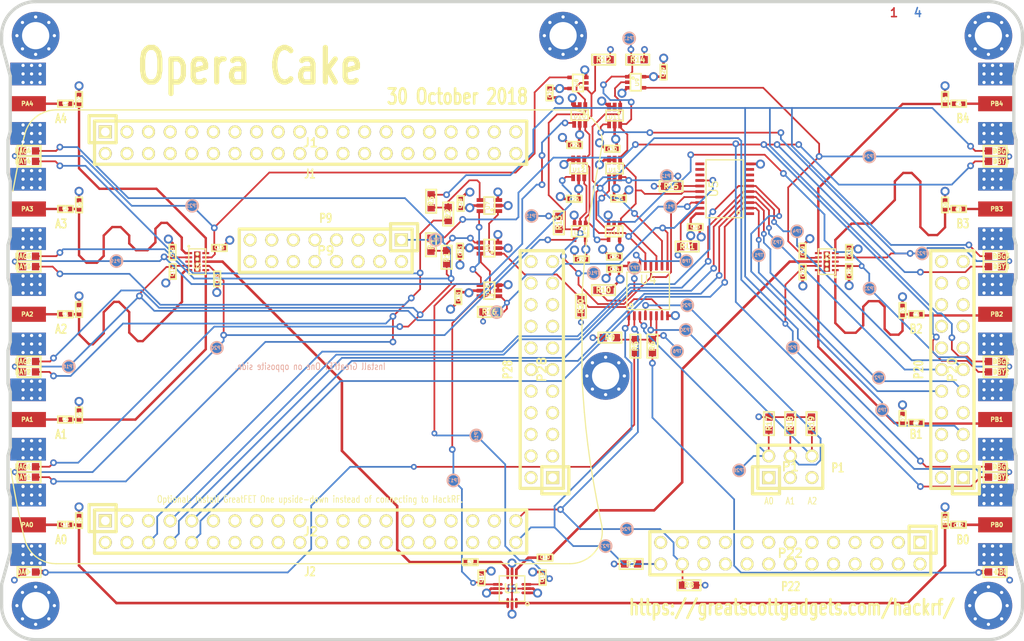
<source format=kicad_pcb>
(kicad_pcb (version 20221018) (generator pcbnew)
  (layers (0 "F.Cu" signal "C1F") (1 "In1.Cu" signal "C2") (2 "In2.Cu" signal "C3") (31 "B.Cu" signal "C4B") (34 "B.Paste" user) (35 "F.Paste" user) (36 "B.SilkS" user "B.Silkscreen") (37 "F.SilkS" user "F.Silkscreen") (38 "B.Mask" user) (39 "F.Mask" user) (44 "Edge.Cuts" user))
  (net 0 "")
  (net 1 "GND")
  (net 2 "VCC")
  (net 3 "Net-(C1-Pad2)")
  (net 4 "Net-(C1-Pad1)")
  (net 5 "Net-(C2-Pad2)")
  (net 6 "Net-(C2-Pad1)")
  (net 7 "Net-(C3-Pad2)")
  (net 8 "Net-(C3-Pad1)")
  (net 9 "Net-(C4-Pad2)")
  (net 10 "Net-(C4-Pad1)")
  (net 11 "Net-(C5-Pad2)")
  (net 12 "Net-(C5-Pad1)")
  (net 13 "Net-(C6-Pad2)")
  (net 14 "Net-(C6-Pad1)")
  (net 15 "Net-(C7-Pad2)")
  (net 16 "Net-(C7-Pad1)")
  (net 17 "Net-(C8-Pad2)")
  (net 18 "Net-(C8-Pad1)")
  (net 19 "Net-(C9-Pad2)")
  (net 20 "Net-(C9-Pad1)")
  (net 21 "Net-(C10-Pad2)")
  (net 22 "Net-(C10-Pad1)")
  (net 23 "Net-(C11-Pad2)")
  (net 24 "Net-(C11-Pad1)")
  (net 25 "Net-(C12-Pad2)")
  (net 26 "Net-(C12-Pad1)")
  (net 27 "Net-(DA0-Pad1)")
  (net 28 "/U2V3")
  (net 29 "Net-(DAG1-Pad1)")
  (net 30 "/U2V1")
  (net 31 "/U2V2")
  (net 32 "/U2V4")
  (net 33 "Net-(DAY1-Pad1)")
  (net 34 "Net-(DB0-Pad1)")
  (net 35 "/U3V3")
  (net 36 "Net-(DBG1-Pad1)")
  (net 37 "/U3V1")
  (net 38 "/U3V2")
  (net 39 "/U3V4")
  (net 40 "Net-(DBY1-Pad1)")
  (net 41 "/EXT_U3CTRL1")
  (net 42 "/EXT_U2CTRL1")
  (net 43 "/EXT_U3CTRL0")
  (net 44 "/EXT_U2CTRL0")
  (net 45 "/EXT_U1CTRL")
  (net 46 "/SDA")
  (net 47 "/SCL")
  (net 48 "/A0")
  (net 49 "/A1")
  (net 50 "/A2")
  (net 51 "Net-(R1-Pad2)")
  (net 52 "Net-(R2-Pad2)")
  (net 53 "/!LED_EN")
  (net 54 "/!RESET")
  (net 55 "/!OE")
  (net 56 "/U2CTRL1")
  (net 57 "/U2CTRL0")
  (net 58 "/U3CTRL1")
  (net 59 "/U3CTRL0")
  (net 60 "/U1CTRL")
  (net 61 "/LED_EN2")
  (net 62 "/U1VC1")
  (net 63 "/U1VC2")
  (net 64 "Net-(J1-Pad3)")
  (net 65 "Net-(J1-Pad4)")
  (net 66 "Net-(J1-Pad5)")
  (net 67 "Net-(J1-Pad6)")
  (net 68 "Net-(J1-Pad7)")
  (net 69 "Net-(J1-Pad8)")
  (net 70 "Net-(J1-Pad9)")
  (net 71 "Net-(J1-Pad10)")
  (net 72 "Net-(J1-Pad11)")
  (net 73 "Net-(J1-Pad12)")
  (net 74 "Net-(J1-Pad13)")
  (net 75 "Net-(J1-Pad14)")
  (net 76 "Net-(J1-Pad15)")
  (net 77 "Net-(J1-Pad16)")
  (net 78 "Net-(J1-Pad17)")
  (net 79 "Net-(J1-Pad18)")
  (net 80 "Net-(J1-Pad19)")
  (net 81 "Net-(J1-Pad20)")
  (net 82 "Net-(J1-Pad21)")
  (net 83 "Net-(J1-Pad22)")
  (net 84 "Net-(J1-Pad23)")
  (net 85 "Net-(J1-Pad24)")
  (net 86 "Net-(J1-Pad25)")
  (net 87 "Net-(J1-Pad26)")
  (net 88 "Net-(J1-Pad27)")
  (net 89 "Net-(J1-Pad28)")
  (net 90 "Net-(J1-Pad29)")
  (net 91 "Net-(J1-Pad30)")
  (net 92 "Net-(J1-Pad31)")
  (net 93 "Net-(J1-Pad32)")
  (net 94 "Net-(J1-Pad33)")
  (net 95 "Net-(J1-Pad34)")
  (net 96 "Net-(J1-Pad35)")
  (net 97 "Net-(J1-Pad36)")
  (net 98 "Net-(J1-Pad37)")
  (net 99 "Net-(J1-Pad38)")
  (net 100 "Net-(J1-Pad39)")
  (net 101 "Net-(J1-Pad40)")
  (net 102 "Net-(J2-Pad2)")
  (net 103 "Net-(J2-Pad3)")
  (net 104 "Net-(J2-Pad4)")
  (net 105 "Net-(J2-Pad5)")
  (net 106 "Net-(J2-Pad11)")
  (net 107 "Net-(J2-Pad12)")
  (net 108 "Net-(J2-Pad13)")
  (net 109 "Net-(J2-Pad14)")
  (net 110 "Net-(J2-Pad15)")
  (net 111 "Net-(J2-Pad16)")
  (net 112 "Net-(J2-Pad17)")
  (net 113 "Net-(J2-Pad18)")
  (net 114 "Net-(J2-Pad19)")
  (net 115 "Net-(J2-Pad20)")
  (net 116 "Net-(J2-Pad21)")
  (net 117 "Net-(J2-Pad22)")
  (net 118 "Net-(J2-Pad23)")
  (net 119 "Net-(J2-Pad24)")
  (net 120 "Net-(J2-Pad25)")
  (net 121 "Net-(J2-Pad26)")
  (net 122 "Net-(J2-Pad27)")
  (net 123 "Net-(J2-Pad28)")
  (net 124 "Net-(J2-Pad29)")
  (net 125 "Net-(J2-Pad30)")
  (net 126 "Net-(J2-Pad31)")
  (net 127 "Net-(J2-Pad32)")
  (net 128 "Net-(J2-Pad33)")
  (net 129 "Net-(J2-Pad34)")
  (net 130 "Net-(J2-Pad35)")
  (net 131 "Net-(J2-Pad36)")
  (net 132 "Net-(J2-Pad37)")
  (net 133 "Net-(J2-Pad38)")
  (net 134 "Net-(P9-Pad4)")
  (net 135 "Net-(P9-Pad5)")
  (net 136 "Net-(P9-Pad6)")
  (net 137 "Net-(P9-Pad7)")
  (net 138 "Net-(P9-Pad10)")
  (net 139 "Net-(P9-Pad11)")
  (net 140 "Net-(P9-Pad12)")
  (net 141 "Net-(P9-Pad13)")
  (net 142 "Net-(P20-Pad1)")
  (net 143 "Net-(P20-Pad2)")
  (net 144 "Net-(P20-Pad4)")
  (net 145 "Net-(P20-Pad6)")
  (net 146 "Net-(P20-Pad7)")
  (net 147 "Net-(P20-Pad8)")
  (net 148 "Net-(P20-Pad14)")
  (net 149 "Net-(P20-Pad16)")
  (net 150 "Net-(P20-Pad17)")
  (net 151 "Net-(P20-Pad18)")
  (net 152 "Net-(P20-Pad20)")
  (net 153 "Net-(P20-Pad21)")
  (net 154 "Net-(P20-Pad22)")
  (net 155 "Net-(P22-Pad1)")
  (net 156 "Net-(P22-Pad2)")
  (net 157 "Net-(P22-Pad3)")
  (net 158 "Net-(P22-Pad5)")
  (net 159 "Net-(P22-Pad6)")
  (net 160 "Net-(P22-Pad7)")
  (net 161 "Net-(P22-Pad8)")
  (net 162 "Net-(P22-Pad9)")
  (net 163 "Net-(P22-Pad12)")
  (net 164 "Net-(P22-Pad13)")
  (net 165 "Net-(P22-Pad14)")
  (net 166 "Net-(P22-Pad15)")
  (net 167 "Net-(P22-Pad16)")
  (net 168 "Net-(P22-Pad17)")
  (net 169 "Net-(P22-Pad19)")
  (net 170 "Net-(P22-Pad20)")
  (net 171 "Net-(P22-Pad21)")
  (net 172 "Net-(P22-Pad22)")
  (net 173 "Net-(P22-Pad23)")
  (net 174 "Net-(P22-Pad25)")
  (net 175 "Net-(P28-Pad3)")
  (net 176 "Net-(P28-Pad4)")
  (net 177 "Net-(P28-Pad5)")
  (net 178 "Net-(P28-Pad6)")
  (net 179 "Net-(P28-Pad7)")
  (net 180 "Net-(P28-Pad8)")
  (net 181 "Net-(P28-Pad9)")
  (net 182 "Net-(P28-Pad10)")
  (net 183 "Net-(P28-Pad11)")
  (net 184 "Net-(P28-Pad13)")
  (net 185 "Net-(P28-Pad14)")
  (net 186 "Net-(P28-Pad15)")
  (net 187 "Net-(P28-Pad16)")
  (net 188 "Net-(P28-Pad17)")
  (net 189 "Net-(P28-Pad18)")
  (net 190 "Net-(P28-Pad19)")
  (net 191 "Net-(P28-Pad20)")
  (net 192 "Net-(P28-Pad21)")
  (net 193 "Net-(P28-Pad22)")
  (net 194 "Net-(U2-Pad3)")
  (net 195 "Net-(U3-Pad3)")
  (net 196 "Net-(U5-Pad1)")
  (net 197 "Net-(U5-Pad7)")
  (net 198 "Net-(U5-Pad8)")
  (net 199 "Net-(U5-Pad9)")
  (net 200 "Net-(U5-Pad11)")
  (net 201 "Net-(U5-Pad12)")
  (net 202 "Net-(U5-Pad13)")
  (net 203 "Net-(P20-Pad13)")
  (footprint "gsg-modules:0402" (layer "F.Cu") (at 67.5 136.75 180)
    (fp_text reference "C1")
    (fp_text value "100nF" hide)
  )
  (footprint "gsg-modules:0402" (layer "F.Cu") (at 67.5 112 180)
    (fp_text reference "C2")
    (fp_text value "100nF" hide)
  )
  (footprint "gsg-modules:0402" (layer "F.Cu") (at 167.5 136.75)
    (fp_text reference "C3")
    (fp_text value "100nF" hide)
  )
  (footprint "gsg-modules:0402" (layer "F.Cu") (at 172.5 112)
    (fp_text reference "C4")
    (fp_text value "100nF" hide)
  )
  (footprint "gsg-modules:0402" (layer "F.Cu") (at 67.5 149.125 180)
    (fp_text reference "C5")
    (fp_text value "100nF" hide)
  )
  (footprint "gsg-modules:0402" (layer "F.Cu") (at 67.5 124.375 180)
    (fp_text reference "C6")
    (fp_text value "100nF" hide)
  )
  (footprint "gsg-modules:0402" (layer "F.Cu") (at 167.5 149.525)
    (fp_text reference "C7")
    (fp_text value "100nF" hide)
  )
  (footprint "gsg-modules:0402" (layer "F.Cu") (at 172.5 124.375)
    (fp_text reference "C8")
    (fp_text value "100nF" hide)
  )
  (footprint "gsg-modules:0402" (layer "F.Cu") (at 115.09248 165.8874 180)
    (fp_text reference "C9")
    (fp_text value "100nF" hide)
  )
  (footprint "gsg-modules:0402" (layer "F.Cu") (at 123.87072 165.36416 180)
    (fp_text reference "C10")
    (fp_text value "100nF" hide)
  )
  (footprint "gsg-modules:0402" (layer "F.Cu") (at 67.5 161.5 180)
    (fp_text reference "C11")
    (fp_text value "100nF" hide)
  )
  (footprint "gsg-modules:0402" (layer "F.Cu") (at 172.475 161.5)
    (fp_text reference "C12")
    (fp_text value "100nF" hide)
  )
  (footprint "gsg-modules:0402" (layer "F.Cu") (at 69.1 136.2 90)
    (fp_text reference "D1")
    (fp_text value "GSG-DIODE-TVS-BI" hide)
  )
  (footprint "gsg-modules:0402" (layer "F.Cu") (at 69.1 111.5 90)
    (fp_text reference "D2")
    (fp_text value "GSG-DIODE-TVS-BI" hide)
  )
  (footprint "gsg-modules:0402" (layer "F.Cu") (at 165.9 136.3 90)
    (fp_text reference "D3")
    (fp_text value "GSG-DIODE-TVS-BI" hide)
  )
  (footprint "gsg-modules:0402" (layer "F.Cu") (at 170.9 111.5 90)
    (fp_text reference "D4")
    (fp_text value "GSG-DIODE-TVS-BI" hide)
  )
  (footprint "gsg-modules:0402" (layer "F.Cu") (at 69.1 148.6 90)
    (fp_text reference "D5")
    (fp_text value "GSG-DIODE-TVS-BI" hide)
  )
  (footprint "gsg-modules:0402" (layer "F.Cu") (at 69.1 123.9 90)
    (fp_text reference "D6")
    (fp_text value "GSG-DIODE-TVS-BI" hide)
  )
  (footprint "gsg-modules:0402" (layer "F.Cu") (at 165.9 149 90)
    (fp_text reference "D7")
    (fp_text value "GSG-DIODE-TVS-BI" hide)
  )
  (footprint "gsg-modules:0402" (layer "F.Cu") (at 170.9 123.9 90)
    (fp_text reference "D8")
    (fp_text value "GSG-DIODE-TVS-BI" hide)
  )
  (footprint "gsg-modules:0402" (layer "F.Cu") (at 69.1 161 90)
    (fp_text reference "D9")
    (fp_text value "GSG-DIODE-TVS-BI" hide)
  )
  (footprint "gsg-modules:0402" (layer "F.Cu") (at 170.9 161 90)
    (fp_text reference "D10")
    (fp_text value "GSG-DIODE-TVS-BI" hide)
  )
  (footprint "gsg-modules:0603D" (layer "F.Cu") (at 63.225 167.05 180)
    (fp_text reference "DA0")
    (fp_text value "LED" hide)
  )
  (footprint "gsg-modules:0603D" (layer "F.Cu") (at 63.225 154.675 180)
    (fp_text reference "DAG1")
    (fp_text value "LED" hide)
  )
  (footprint "gsg-modules:0603D" (layer "F.Cu") (at 63.225 142.3 180)
    (fp_text reference "DAG2")
    (fp_text value "LED" hide)
  )
  (footprint "gsg-modules:0603D" (layer "F.Cu") (at 63.225 129.925 180)
    (fp_text reference "DAG3")
    (fp_text value "LED" hide)
  )
  (footprint "gsg-modules:0603D" (layer "F.Cu") (at 63.225 117.55 180)
    (fp_text reference "DAG4")
    (fp_text value "LED" hide)
  )
  (footprint "gsg-modules:0603D" (layer "F.Cu") (at 63.225 155.9 180)
    (fp_text reference "DAY1")
    (fp_text value "LED" hide)
  )
  (footprint "gsg-modules:0603D" (layer "F.Cu") (at 63.225 143.525 180)
    (fp_text reference "DAY2")
    (fp_text value "LED" hide)
  )
  (footprint "gsg-modules:0603D" (layer "F.Cu") (at 63.225 131.15 180)
    (fp_text reference "DAY3")
    (fp_text value "LED" hide)
  )
  (footprint "gsg-modules:0603D" (layer "F.Cu") (at 63.225 118.775 180)
    (fp_text reference "DAY4")
    (fp_text value "LED" hide)
  )
  (footprint "gsg-modules:0603D" (layer "F.Cu") (at 176.775 167.05)
    (fp_text reference "DB0")
    (fp_text value "LED" hide)
  )
  (footprint "gsg-modules:0603D" (layer "F.Cu") (at 176.775 154.675)
    (fp_text reference "DBG1")
    (fp_text value "LED" hide)
  )
  (footprint "gsg-modules:0603D" (layer "F.Cu") (at 176.775 142.3)
    (fp_text reference "DBG2")
    (fp_text value "LED" hide)
  )
  (footprint "gsg-modules:0603D" (layer "F.Cu") (at 176.775 129.925)
    (fp_text reference "DBG3")
    (fp_text value "LED" hide)
  )
  (footprint "gsg-modules:0603D" (layer "F.Cu") (at 176.775 117.55)
    (fp_text reference "DBG4")
    (fp_text value "LED" hide)
  )
  (footprint "gsg-modules:0603D" (layer "F.Cu") (at 176.775 155.9)
    (fp_text reference "DBY1")
    (fp_text value "LED" hide)
  )
  (footprint "gsg-modules:0603D" (layer "F.Cu") (at 176.775 143.525)
    (fp_text reference "DBY2")
    (fp_text value "LED" hide)
  )
  (footprint "gsg-modules:0603D" (layer "F.Cu") (at 176.775 131.15)
    (fp_text reference "DBY3")
    (fp_text value "LED" hide)
  )
  (footprint "gsg-modules:0603D" (layer "F.Cu") (at 176.775 118.775)
    (fp_text reference "DBY4")
    (fp_text value "LED" hide)
  )
  (footprint "gsg-modules:HOLE126MIL-COPPER" (layer "F.Cu") (at 64 104)
    (fp_text reference "MH1" hide)
    (fp_text value "MOUNTING_HOLE" hide)
  )
  (footprint "gsg-modules:HOLE126MIL-COPPER" (layer "F.Cu") (at 64 171)
    (fp_text reference "MH2" hide)
    (fp_text value "MOUNTING_HOLE" hide)
  )
  (footprint "gsg-modules:HOLE126MIL-COPPER" (layer "F.Cu") (at 176 171)
    (fp_text reference "MH3" hide)
    (fp_text value "MOUNTING_HOLE" hide)
  )
  (footprint "gsg-modules:HOLE126MIL-COPPER" (layer "F.Cu") (at 176 104)
    (fp_text reference "MH4" hide)
    (fp_text value "MOUNTING_HOLE" hide)
  )
  (footprint "gsg-modules:HOLE126MIL-COPPER" (layer "F.Cu") (at 126 104)
    (fp_text reference "MH5" hide)
    (fp_text value "MOUNTING_HOLE" hide)
  )
  (footprint "gsg-modules:HOLE126MIL-COPPER" (layer "F.Cu") (at 131 144)
    (fp_text reference "MH6" hide)
    (fp_text value "MOUNTING_HOLE" hide)
  )
  (footprint "gsg-modules:HEADER-2x3" (layer "F.Cu") (at 152.71 154.68)
    (fp_text reference "P1")
    (fp_text value "ADDRESS" hide)
  )
  (footprint "gsg-modules:HEADER-2x8" (layer "F.Cu") (at 98.1 129.28 180)
    (fp_text reference "P9")
    (fp_text value "BASEBAND" hide)
  )
  (footprint "gsg-modules:HEADER-2x11" (layer "F.Cu") (at 171.76 143.25 90)
    (fp_text reference "P20")
    (fp_text value "GPIO" hide)
  )
  (footprint "gsg-modules:HEADER-2x13" (layer "F.Cu") (at 152.71 164.84 180)
    (fp_text reference "P22")
    (fp_text value "I2S" hide)
  )
  (footprint "gsg-modules:HEADER-2x11" (layer "F.Cu") (at 123.5 143.25 90)
    (fp_text reference "P28")
    (fp_text value "SD" hide)
  )
  (footprint "hackrf:GSG-SMA-73251-2120" (layer "F.Cu") (at 61.02 161.5)
    (fp_text reference "PA0")
    (fp_text value "GSG-RF-CONN" hide)
  )
  (footprint "hackrf:GSG-SMA-73251-2120" (layer "F.Cu") (at 61.02 149.125)
    (fp_text reference "PA1")
    (fp_text value "GSG-RF-CONN" hide)
  )
  (footprint "hackrf:GSG-SMA-73251-2120" (layer "F.Cu") (at 61.02 136.75)
    (fp_text reference "PA2")
    (fp_text value "GSG-RF-CONN" hide)
  )
  (footprint "hackrf:GSG-SMA-73251-2120" (layer "F.Cu") (at 61.02 124.375)
    (fp_text reference "PA3")
    (fp_text value "GSG-RF-CONN" hide)
  )
  (footprint "hackrf:GSG-SMA-73251-2120" (layer "F.Cu") (at 61.02 112)
    (fp_text reference "PA4")
    (fp_text value "GSG-RF-CONN" hide)
  )
  (footprint "hackrf:GSG-SMA-73251-2120" (layer "F.Cu") (at 178.98 161.5 180)
    (fp_text reference "PB0")
    (fp_text value "GSG-RF-CONN" hide)
  )
  (footprint "hackrf:GSG-SMA-73251-2120" (layer "F.Cu") (at 178.98 149.125 180)
    (fp_text reference "PB1")
    (fp_text value "GSG-RF-CONN" hide)
  )
  (footprint "hackrf:GSG-SMA-73251-2120" (layer "F.Cu") (at 178.98 136.75 180)
    (fp_text reference "PB2")
    (fp_text value "GSG-RF-CONN" hide)
  )
  (footprint "hackrf:GSG-SMA-73251-2120" (layer "F.Cu") (at 178.98 124.375 180)
    (fp_text reference "PB3")
    (fp_text value "GSG-RF-CONN" hide)
  )
  (footprint "hackrf:GSG-SMA-73251-2120" (layer "F.Cu") (at 178.98 112 180)
    (fp_text reference "PB4")
    (fp_text value "GSG-RF-CONN" hide)
  )
  (footprint "gsg-modules:0603" (layer "F.Cu") (at 112.3188 130.048 90)
    (fp_text reference "R1")
    (fp_text value "330" hide)
  )
  (footprint "gsg-modules:0603" (layer "F.Cu") (at 112.4966 124.968 90)
    (fp_text reference "R2")
    (fp_text value "330" hide)
  )
  (footprint "gsg-modules:0603" (layer "F.Cu") (at 110.49 123.4694 -90)
    (fp_text reference "R3")
    (fp_text value "330" hide)
  )
  (footprint "gsg-modules:0603" (layer "F.Cu") (at 110.4646 128.5748 -90)
    (fp_text reference "R4")
    (fp_text value "330" hide)
  )
  (footprint "gsg-modules:0603" (layer "F.Cu") (at 134.5 140.5 90)
    (fp_text reference "R5")
    (fp_text value "330" hide)
  )
  (footprint "gsg-modules:0603" (layer "F.Cu") (at 136.5 140.5 90)
    (fp_text reference "R6")
    (fp_text value "330" hide)
  )
  (footprint "gsg-modules:0603" (layer "F.Cu") (at 134 166.1)
    (fp_text reference "R7")
    (fp_text value "1k8" hide)
  )
  (footprint "gsg-modules:0603" (layer "F.Cu") (at 140.8 168.6 180)
    (fp_text reference "R8")
    (fp_text value "1k8" hide)
  )
  (footprint "gsg-modules:0603" (layer "F.Cu") (at 131.5 139.5)
    (fp_text reference "R9")
    (fp_text value "10k" hide)
  )
  (footprint "gsg-modules:0603" (layer "F.Cu") (at 130.74396 133.91388)
    (fp_text reference "R10")
    (fp_text value "10k" hide)
  )
  (footprint "gsg-modules:0603" (layer "F.Cu") (at 140.589 128.79324)
    (fp_text reference "R11")
    (fp_text value "10k" hide)
  )
  (footprint "gsg-modules:0603" (layer "F.Cu") (at 130.77 106.8236)
    (fp_text reference "R12")
    (fp_text value "10k" hide)
  )
  (footprint "gsg-modules:0603" (layer "F.Cu") (at 125.5 126 90)
    (fp_text reference "R13")
    (fp_text value "10k" hide)
  )
  (footprint "gsg-modules:0603" (layer "F.Cu") (at 134.77 106.8236)
    (fp_text reference "R14")
    (fp_text value "10k" hide)
  )
  (footprint "gsg-modules:0603" (layer "F.Cu") (at 138.7 121.7 180)
    (fp_text reference "R15")
    (fp_text value "10k" hide)
  )
  (footprint "gsg-modules:0603" (layer "F.Cu") (at 117.336777 136.475619 180)
    (fp_text reference "R16")
    (fp_text value "10k" hide)
  )
  (footprint "gsg-modules:0603" (layer "F.Cu") (at 150.2 149.6 90)
    (fp_text reference "R17")
    (fp_text value "10k" hide)
  )
  (footprint "gsg-modules:0603" (layer "F.Cu") (at 152.7 149.6 90)
    (fp_text reference "R18")
    (fp_text value "10k" hide)
  )
  (footprint "gsg-modules:0603" (layer "F.Cu") (at 155.2 149.6 90)
    (fp_text reference "R19")
    (fp_text value "10k" hide)
  )
  (footprint "gsg-modules:0603" (layer "F.Cu") (at 128.1 135.8 -90)
    (fp_text reference "R20")
    (fp_text value "10k" hide)
  )
  (footprint "gsg-modules:QFN12-3" (layer "F.Cu") (at 120 169 180)
    (fp_text reference "U1")
    (fp_text value "MASWSS0129" hide)
  )
  (footprint "gsg-modules:SKY13322-375LF" (layer "F.Cu") (at 83 130.5625)
    (fp_text reference "U2")
    (fp_text value "SKY13322" hide)
  )
  (footprint "gsg-modules:SKY13322-375LF" (layer "F.Cu") (at 157 130.5625 180)
    (fp_text reference "U3")
    (fp_text value "SKY13322" hide)
  )
  (footprint "gsg-modules:TSSOP16" (layer "F.Cu") (at 136 134 90)
    (fp_text reference "U4")
    (fp_text value "PCA9557" hide)
  )
  (footprint "gsg-modules:TSSOP20" (layer "F.Cu") (at 145 122 180)
    (fp_text reference "U5")
    (fp_text value "TC7MBL3245CFT" hide)
  )
  (footprint "gsg-modules:SOT363" (layer "F.Cu") (at 117.336777 128.975619 90)
    (fp_text reference "U6")
    (fp_text value "74LVC1G58" hide)
  )
  (footprint "gsg-modules:SOT363" (layer "F.Cu") (at 117.336777 123.975619 90)
    (fp_text reference "U7")
    (fp_text value "74LVC1G58" hide)
  )
  (footprint "gsg-modules:SOT353-1" (layer "F.Cu") (at 127.7506 109.5596 90)
    (fp_text reference "U8")
    (fp_text value "74AHC1G08" hide)
  )
  (footprint "gsg-modules:SOT353-1" (layer "F.Cu") (at 134.5298 109.4778 -90)
    (fp_text reference "U9")
    (fp_text value "74AHC1G08" hide)
  )
  (footprint "gsg-modules:SOT363" (layer "F.Cu") (at 127.95504 113.32464 180)
    (fp_text reference "U10")
    (fp_text value "74LVC1G58" hide)
  )
  (footprint "gsg-modules:SOT363" (layer "F.Cu") (at 132.05968 113.3856 180)
    (fp_text reference "U11")
    (fp_text value "74LVC1G58" hide)
  )
  (footprint "gsg-modules:SOT363" (layer "F.Cu") (at 127.83312 119.60352 180)
    (fp_text reference "U12")
    (fp_text value "74LVC1G58" hide)
  )
  (footprint "gsg-modules:SOT363" (layer "F.Cu") (at 132.0546 119.61876 180)
    (fp_text reference "U13")
    (fp_text value "74LVC1G58" hide)
  )
  (footprint "gsg-modules:SOT353-1" (layer "F.Cu") (at 128 127 180)
    (fp_text reference "U14")
    (fp_text value "74AHC1G02" hide)
  )
  (footprint "gsg-modules:SOT353-1" (layer "F.Cu") (at 132 127 180)
    (fp_text reference "U15")
    (fp_text value "74AHC1G02" hide)
  )
  (footprint "gsg-modules:SOT363" (layer "F.Cu") (at 117.336777 133.975619 90)
    (fp_text reference "U16")
    (fp_text value "74LVC1G19" hide)
  )
  (footprint "gsg-modules:HEADER-2x20-REVERSE" (layer "F.Cu") (at 96.322 116.58)
    (fp_text reference "J1")
    (fp_text value "CONN_02X20" hide)
  )
  (footprint "gsg-modules:HEADER-2x20-REVERSE" (layer "F.Cu") (at 96.322 162.3)
    (fp_text reference "J2")
    (fp_text value "CONN_02X20" hide)
  )
  (footprint "gsg-modules:0402" (layer "F.Cu") (at 85.344 132.588 -90)
    (fp_text reference "C13")
    (fp_text value "33pF" hide)
  )
  (footprint "gsg-modules:0402" (layer "F.Cu") (at 80.1116 131.7244 -90)
    (fp_text reference "C14")
    (fp_text value "33pF" hide)
  )
  (footprint "gsg-modules:0402" (layer "F.Cu") (at 80.0862 129.4638 -90)
    (fp_text reference "C15")
    (fp_text value "33pF" hide)
  )
  (footprint "gsg-modules:0402" (layer "F.Cu") (at 85.598 128.9558 180)
    (fp_text reference "C16")
    (fp_text value "33pF" hide)
  )
  (footprint "gsg-modules:0402" (layer "F.Cu") (at 116.4082 167.7416 -90)
    (fp_text reference "C17")
    (fp_text value "33pF" hide)
  )
  (footprint "gsg-modules:0402" (layer "F.Cu") (at 123.5964 167.6908 -90)
    (fp_text reference "C18")
    (fp_text value "33pF" hide)
  )
  (footprint "gsg-modules:0402" (layer "F.Cu") (at 154.13736 129.3114 90)
    (fp_text reference "C19")
    (fp_text value "33pF" hide)
  )
  (footprint "gsg-modules:0402" (layer "F.Cu") (at 159.6136 129.4638 90)
    (fp_text reference "C20")
    (fp_text value "33pF" hide)
  )
  (footprint "gsg-modules:0402" (layer "F.Cu") (at 159.6136 131.7244 90)
    (fp_text reference "C21")
    (fp_text value "33pF" hide)
  )
  (footprint "gsg-modules:0402" (layer "F.Cu") (at 154.1526 131.79552 90)
    (fp_text reference "C22")
    (fp_text value "33pF" hide)
  )
  (footprint "gsg-modules:0402" (layer "F.Cu") (at 113.87328 129.32664 90)
    (fp_text reference "C23")
    (fp_text value "100nF" hide)
  )
  (footprint "gsg-modules:0402" (layer "F.Cu") (at 124.41174 110.74146 90)
    (fp_text reference "C24")
    (fp_text value "100nF" hide)
  )
  (footprint "gsg-modules:0402" (layer "F.Cu") (at 127.3556 116.8527)
    (fp_text reference "C25")
    (fp_text value "100nF" hide)
  )
  (footprint "gsg-modules:0402" (layer "F.Cu") (at 127.29972 123.18492)
    (fp_text reference "C26")
    (fp_text value "100nF" hide)
  )
  (footprint "gsg-modules:0402" (layer "F.Cu") (at 128.1684 130.302)
    (fp_text reference "C27")
    (fp_text value "100nF" hide)
  )
  (footprint "gsg-modules:0402" (layer "F.Cu") (at 113.9571 123.72594 -90)
    (fp_text reference "C28")
    (fp_text value "100nF" hide)
  )
  (footprint "gsg-modules:0402" (layer "F.Cu") (at 137.8077 108.28782 -90)
    (fp_text reference "C29")
    (fp_text value "100nF" hide)
  )
  (footprint "gsg-modules:0402" (layer "F.Cu") (at 131.76504 117.30228)
    (fp_text reference "C30")
    (fp_text value "100nF" hide)
  )
  (footprint "gsg-modules:0402" (layer "F.Cu") (at 132.52704 123.14428 180)
    (fp_text reference "C31")
    (fp_text value "100nF" hide)
  )
  (footprint "gsg-modules:0402" (layer "F.Cu") (at 132.02412 129.98196)
    (fp_text reference "C32")
    (fp_text value "100nF" hide)
  )
  (footprint "gsg-modules:0402" (layer "F.Cu") (at 113.67262 134.69112 90)
    (fp_text reference "C33")
    (fp_text value "100nF" hide)
  )
  (footprint "gsg-modules:0402" (layer "F.Cu") (at 132.03936 131.38912)
    (fp_text reference "C34")
    (fp_text value "100nF" hide)
  )
  (footprint "gsg-modules:0402" (layer "F.Cu") (at 141.53388 126.49962 180)
    (fp_text reference "C35")
    (fp_text value "100nF" hide)
  )
  (footprint "gsg-modules:TESTPOINT-50MIL" (layer "B.Cu") (at 149 129.8)
    (fp_text reference "TP1")
    (fp_text value "CONN_1" hide)
  )
  (footprint "gsg-modules:TESTPOINT-50MIL" (layer "B.Cu") (at 163.11372 144.19834)
    (fp_text reference "TP2")
    (fp_text value "CONN_1" hide)
  )
  (footprint "gsg-modules:TESTPOINT-50MIL" (layer "B.Cu") (at 151.2 128.3)
    (fp_text reference "TP3")
    (fp_text value "CONN_1" hide)
  )
  (footprint "gsg-modules:TESTPOINT-50MIL" (layer "B.Cu") (at 153.5 127)
    (fp_text reference "TP4")
    (fp_text value "CONN_1" hide)
  )
  (footprint "gsg-modules:TESTPOINT-50MIL" (layer "B.Cu") (at 163.5 148)
    (fp_text reference "TP5")
    (fp_text value "CONN_1" hide)
  )
  (footprint "gsg-modules:TESTPOINT-50MIL" (layer "B.Cu") (at 139.4 141.1)
    (fp_text reference "TP6")
    (fp_text value "CONN_1" hide)
  )
  (footprint "gsg-modules:TESTPOINT-50MIL" (layer "B.Cu") (at 134.4 131.3)
    (fp_text reference "TP7")
    (fp_text value "CONN_1" hide)
  )
  (footprint "gsg-modules:TESTPOINT-50MIL" (layer "B.Cu") (at 140.5 130.5)
    (fp_text reference "TP8")
    (fp_text value "CONN_1" hide)
  )
  (footprint "gsg-modules:TESTPOINT-50MIL" (layer "B.Cu") (at 118.2 136.5 90)
    (fp_text reference "TP9")
    (fp_text value "CONN_1" hide)
  )
  (footprint "gsg-modules:TESTPOINT-50MIL" (layer "B.Cu") (at 129.6 131.9)
    (fp_text reference "TP10")
    (fp_text value "CONN_1" hide)
  )
  (footprint "gsg-modules:TESTPOINT-50MIL" (layer "B.Cu") (at 138.6 124.1)
    (fp_text reference "TP11")
    (fp_text value "CONN_1" hide)
  )
  (footprint "gsg-modules:TESTPOINT-50MIL" (layer "B.Cu") (at 138.2 120.5)
    (fp_text reference "TP12")
    (fp_text value "CONN_1" hide)
  )
  (footprint "gsg-modules:TESTPOINT-50MIL" (layer "B.Cu") (at 133.77 104.3236)
    (fp_text reference "TP13")
    (fp_text value "CONN_1" hide)
  )
  (footprint "gsg-modules:TESTPOINT-50MIL" (layer "B.Cu") (at 111 128)
    (fp_text reference "TP14")
    (fp_text value "CONN_1" hide)
  )
  (footprint "gsg-modules:TESTPOINT-50MIL" (layer "B.Cu") (at 122.3 125.2)
    (fp_text reference "TP15")
    (fp_text value "CONN_1" hide)
  )
  (footprint "gsg-modules:TESTPOINT-50MIL" (layer "B.Cu") (at 115.8 151 90)
    (fp_text reference "TP16")
    (fp_text value "CONN_1" hide)
  )
  (footprint "gsg-modules:TESTPOINT-50MIL" (layer "B.Cu") (at 113.1062 156.2862)
    (fp_text reference "TP17")
    (fp_text value "CONN_1" hide)
  )
  (footprint "gsg-modules:TESTPOINT-50MIL" (layer "B.Cu") (at 67.9 142.9)
    (fp_text reference "TP18")
    (fp_text value "CONN_1" hide)
  )
  (footprint "gsg-modules:TESTPOINT-50MIL" (layer "B.Cu") (at 73.5 130.5)
    (fp_text reference "TP19")
    (fp_text value "CONN_1" hide)
  )
  (footprint "gsg-modules:TESTPOINT-50MIL" (layer "B.Cu") (at 85.3 140.7)
    (fp_text reference "TP20")
    (fp_text value "CONN_1" hide)
  )
  (footprint "gsg-modules:TESTPOINT-50MIL" (layer "B.Cu") (at 82.4 124)
    (fp_text reference "TP21")
    (fp_text value "CONN_1" hide)
  )
  (footprint "gsg-modules:TESTPOINT-50MIL" (layer "B.Cu") (at 168.2 129.6)
    (fp_text reference "TP22")
    (fp_text value "CONN_1" hide)
  )
  (footprint "gsg-modules:TESTPOINT-50MIL" (layer "B.Cu") (at 162.03168 133.72592)
    (fp_text reference "TP23")
    (fp_text value "CONN_1" hide)
  )
  (footprint "gsg-modules:TESTPOINT-50MIL" (layer "B.Cu") (at 162 118.2)
    (fp_text reference "TP24")
    (fp_text value "CONN_1" hide)
  )
  (footprint "gsg-modules:TESTPOINT-50MIL" (layer "B.Cu") (at 153 140.667998)
    (fp_text reference "TP25")
    (fp_text value "CONN_1" hide)
  )
  (footprint "gsg-modules:TESTPOINT-50MIL" (layer "B.Cu") (at 133.5 162)
    (fp_text reference "TP26")
    (fp_text value "CONN_1" hide)
  )
  (footprint "gsg-modules:TESTPOINT-50MIL" (layer "B.Cu") (at 131 164)
    (fp_text reference "TP27")
    (fp_text value "CONN_1" hide)
  )
  (footprint "gsg-modules:TESTPOINT-50MIL" (layer "B.Cu") (at 146.7 155.1)
    (fp_text reference "TP28")
    (fp_text value "CONN_1" hide)
  )
  (footprint "gsg-modules:TESTPOINT-50MIL" (layer "B.Cu") (at 140.6 135.7)
    (fp_text reference "TP29")
    (fp_text value "CONN_1" hide)
  )
  (footprint "gsg-modules:TESTPOINT-50MIL" (layer "B.Cu") (at 140.44 138.6)
    (fp_text reference "TP30")
    (fp_text value "CONN_1" hide)
  )
  (gr_line (start 63.3 164.4698) (end 63.1476 164.2412) (stroke (width 0.15)) (layer "F.SilkS"))
  (gr_line (start 62.8174 163.5554) (end 62.7158 163.1744) (stroke (width 0.15)) (layer "F.SilkS"))
  (gr_line (start 128.2224 144.1498) (end 128.3494 146.258) (stroke (width 0.15)) (layer "F.SilkS"))
  (gr_line (start 64.6462 165.6382) (end 64.3668 165.4858) (stroke (width 0.15)) (layer "F.SilkS"))
  (gr_line (start 64.2906 113.365) (end 63.9604 113.619) (stroke (width 0.15)) (layer "F.SilkS"))
  (gr_arc (start 130.61 162.26) (mid 129.494077 164.954077) (end 126.8 166.07) (stroke (width 0.15)) (layer "F.SilkS"))
  (gr_line (start 63.5286 164.7746) (end 63.3 164.4698) (stroke (width 0.15)) (layer "F.SilkS"))
  (gr_line (start 65.9162 166.0446) (end 65.5098 165.9684) (stroke (width 0.15)) (layer "F.SilkS"))
  (gr_line (start 63.1476 164.2412) (end 62.9698 163.911) (stroke (width 0.15)) (layer "F.SilkS"))
  (gr_line (start 62.8174 115.2446) (end 62.7412 115.524) (stroke (width 0.15)) (layer "F.SilkS"))
  (gr_line (start 130.4068 160.9392) (end 130.5592 161.6504) (stroke (width 0.15)) (layer "F.SilkS"))
  (gr_line (start 64.3668 165.4858) (end 64.0112 165.2318) (stroke (width 0.15)) (layer "F.SilkS"))
  (gr_line (start 129.1876 124.7188) (end 129.467 122.9662) (stroke (width 0.15)) (layer "F.SilkS"))
  (gr_line (start 65.1034 112.9586) (end 64.6462 113.1618) (stroke (width 0.15)) (layer "F.SilkS"))
  (gr_line (start 129.8226 157.8658) (end 130.1528 159.6184) (stroke (width 0.15)) (layer "F.SilkS"))
  (gr_line (start 128.5018 148.2646) (end 128.6796 150.1442) (stroke (width 0.15)) (layer "F.SilkS"))
  (gr_line (start 61.8014 159.1358) (end 61.4204 157.0784) (stroke (width 0.15)) (layer "F.SilkS"))
  (gr_line (start 61.4204 157.0784) (end 61.0648 154.894) (stroke (width 0.15)) (layer "F.SilkS"))
  (gr_line (start 65.5098 112.8316) (end 65.1034 112.9586) (stroke (width 0.15)) (layer "F.SilkS"))
  (gr_line (start 62.665 115.8288) (end 62.5888 116.1082) (stroke (width 0.15)) (layer "F.SilkS"))
  (gr_line (start 128.2224 134.6502) (end 128.3494 132.6182) (stroke (width 0.15)) (layer "F.SilkS"))
  (gr_line (start 128.3494 146.258) (end 128.5018 148.2646) (stroke (width 0.15)) (layer "F.SilkS"))
  (gr_line (start 62.284 117.4798) (end 61.7506 119.9944) (stroke (width 0.15)) (layer "F.SilkS"))
  (gr_line (start 61.7506 119.9944) (end 61.3188 122.2804) (stroke (width 0.15)) (layer "F.SilkS"))
  (gr_line (start 129.4924 156.037) (end 129.8226 157.8658) (stroke (width 0.15)) (layer "F.SilkS"))
  (gr_line (start 64.6462 113.1618) (end 64.2906 113.365) (stroke (width 0.15)) (layer "F.SilkS"))
  (gr_line (start 130.1528 159.6184) (end 130.4068 160.9392) (stroke (width 0.15)) (layer "F.SilkS"))
  (gr_line (start 128.7304 128.3764) (end 128.9336 126.5984) (stroke (width 0.15)) (layer "F.SilkS"))
  (gr_line (start 128.9336 126.5984) (end 129.1876 124.7188) (stroke (width 0.15)) (layer "F.SilkS"))
  (gr_line (start 64.0112 165.2318) (end 63.7572 165.0032) (stroke (width 0.15)) (layer "F.SilkS"))
  (gr_line (start 63.4524 114.127) (end 63.2746 114.3556) (stroke (width 0.15)) (layer "F.SilkS"))
  (gr_line (start 129.1622 153.9542) (end 129.4924 156.037) (stroke (width 0.15)) (layer "F.SilkS"))
  (gr_line (start 129.467 122.9662) (end 129.7718 121.2136) (stroke (width 0.15)) (layer "F.SilkS"))
  (gr_line (start 63.0968 114.635) (end 62.919 114.9906) (stroke (width 0.15)) (layer "F.SilkS"))
  (gr_line (start 63.2746 114.3556) (end 63.0968 114.635) (stroke (width 0.15)) (layer "F.SilkS"))
  (gr_line (start 126.8 166.07) (end 66.3988 166.07) (stroke (width 0.15)) (layer "F.SilkS"))
  (gr_arc (start 126.8 112.73) (mid 129.494077 113.845923) (end 130.61 116.54) (stroke (width 0.15)) (layer "F.SilkS"))
  (gr_line (start 128.9082 152.0746) (end 129.1622 153.9542) (stroke (width 0.15)) (layer "F.SilkS"))
  (gr_line (start 66.3988 112.73) (end 65.967 112.7554) (stroke (width 0.15)) (layer "F.SilkS"))
  (gr_line (start 130.4068 117.9116) (end 130.5338 117.2258) (stroke (width 0.15)) (layer "F.SilkS"))
  (gr_line (start 62.7412 115.524) (end 62.665 115.8288) (stroke (width 0.15)) (layer "F.SilkS"))
  (gr_line (start 128.5272 130.383) (end 128.7304 128.3764) (stroke (width 0.15)) (layer "F.SilkS"))
  (gr_line (start 63.9604 113.619) (end 63.6556 113.8984) (stroke (width 0.15)) (layer "F.SilkS"))
  (gr_line (start 65.5098 165.9684) (end 65.0272 165.816) (stroke (width 0.15)) (layer "F.SilkS"))
  (gr_line (start 62.9698 163.911) (end 62.8174 163.5554) (stroke (width 0.15)) (layer "F.SilkS"))
  (gr_line (start 65.967 112.7554) (end 65.5098 112.8316) (stroke (width 0.15)) (layer "F.SilkS"))
  (gr_line (start 62.3602 161.752) (end 61.8014 159.1358) (stroke (width 0.15)) (layer "F.SilkS"))
  (gr_line (start 66.3988 112.73) (end 126.8 112.73) (stroke (width 0.15)) (layer "F.SilkS"))
  (gr_line (start 128.2224 134.6502) (end 128.2224 144.1498) (stroke (width 0.15)) (layer "F.SilkS"))
  (gr_line (start 128.3494 132.6182) (end 128.5272 130.383) (stroke (width 0.15)) (layer "F.SilkS"))
  (gr_line (start 128.6796 150.1442) (end 128.9082 152.0746) (stroke (width 0.15)) (layer "F.SilkS"))
  (gr_line (start 130.0766 119.5626) (end 130.4068 117.937) (stroke (width 0.15)) (layer "F.SilkS"))
  (gr_line (start 62.6142 162.7934) (end 62.3602 161.752) (stroke (width 0.15)) (layer "F.SilkS"))
  (gr_line (start 130.5592 161.6504) (end 130.61 162.26) (stroke (width 0.15)) (layer "F.SilkS"))
  (gr_line (start 130.5338 117.2258) (end 130.61 116.4892) (stroke (width 0.15)) (layer "F.SilkS"))
  (gr_line (start 129.7718 121.2136) (end 130.0766 119.588) (stroke (width 0.15)) (layer "F.SilkS"))
  (gr_line (start 65.0272 165.816) (end 64.6462 165.6382) (stroke (width 0.15)) (layer "F.SilkS"))
  (gr_line (start 66.3988 166.07) (end 65.9162 166.0446) (stroke (width 0.15)) (layer "F.SilkS"))
  (gr_line (start 63.6556 113.8984) (end 63.4524 114.127) (stroke (width 0.15)) (layer "F.SilkS"))
  (gr_line (start 62.919 114.9906) (end 62.8174 115.2446) (stroke (width 0.15)) (layer "F.SilkS"))
  (gr_line (start 62.7158 163.1744) (end 62.6142 162.7934) (stroke (width 0.15)) (layer "F.SilkS"))
  (gr_line (start 63.7572 165.0032) (end 63.5286 164.7746) (stroke (width 0.15)) (layer "F.SilkS"))
  (gr_line (start 62.5888 116.1082) (end 62.284 117.4798) (stroke (width 0.15)) (layer "F.SilkS"))
  (gr_line (start 60.75 153.375) (end 60.75 157.25) (stroke (width 0.381)) (layer "Edge.Cuts"))
  (gr_line (start 180 105) (end 178.98 108.75) (stroke (width 0.381)) (layer "Edge.Cuts"))
  (gr_line (start 61.02 158.25) (end 61.02 164.75) (stroke (width 0.381)) (layer "Edge.Cuts"))
  (gr_line (start 178.98 127.625) (end 179.25 128.625) (stroke (width 0.381)) (layer "Edge.Cuts"))
  (gr_line (start 179.25 141) (end 179.25 144.875) (stroke (width 0.381)) (layer "Edge.Cuts"))
  (gr_line (start 180 168.5) (end 180 171) (stroke (width 0.381)) (layer "Edge.Cuts"))
  (gr_line (start 179.25 157.25) (end 178.98 158.25) (stroke (width 0.381)) (layer "Edge.Cuts"))
  (gr_line (start 60.75 128.625) (end 60.75 132.5) (stroke (width 0.381)) (layer "Edge.Cuts"))
  (gr_arc (start 60 104) (mid 61.171573 101.171573) (end 64 100) (stroke (width 0.381)) (layer "Edge.Cuts"))
  (gr_arc (start 176 100) (mid 178.828427 101.171573) (end 180 104) (stroke (width 0.381)) (layer "Edge.Cuts"))
  (gr_line (start 179.25 144.875) (end 178.98 145.875) (stroke (width 0.381)) (layer "Edge.Cuts"))
  (gr_line (start 60.75 144.875) (end 61.02 145.875) (stroke (width 0.381)) (layer "Edge.Cuts"))
  (gr_line (start 60 104) (end 60 105) (stroke (width 0.381)) (layer "Edge.Cuts"))
  (gr_line (start 180 104) (end 180 105) (stroke (width 0.381)) (layer "Edge.Cuts"))
  (gr_line (start 179.25 120.125) (end 178.98 121.125) (stroke (width 0.381)) (layer "Edge.Cuts"))
  (gr_arc (start 64 175) (mid 61.171573 173.828427) (end 60 171) (stroke (width 0.381)) (layer "Edge.Cuts"))
  (gr_line (start 61.02 164.75) (end 60 168.5) (stroke (width 0.381)) (layer "Edge.Cuts"))
  (gr_line (start 178.98 158.25) (end 178.98 164.75) (stroke (width 0.381)) (layer "Edge.Cuts"))
  (gr_line (start 178.98 140) (end 179.25 141) (stroke (width 0.381)) (layer "Edge.Cuts"))
  (gr_line (start 60 105) (end 61.02 108.75) (stroke (width 0.381)) (layer "Edge.Cuts"))
  (gr_line (start 60 168.5) (end 60 171) (stroke (width 0.381)) (layer "Edge.Cuts"))
  (gr_line (start 60.75 132.5) (end 61.02 133.5) (stroke (width 0.381)) (layer "Edge.Cuts"))
  (gr_line (start 61.02 127.625) (end 60.75 128.625) (stroke (width 0.381)) (layer "Edge.Cuts"))
  (gr_line (start 61.02 121.125) (end 61.02 127.625) (stroke (width 0.381)) (layer "Edge.Cuts"))
  (gr_line (start 61.02 140) (end 60.75 141) (stroke (width 0.381)) (layer "Edge.Cuts"))
  (gr_line (start 179.25 116.25) (end 179.25 120.125) (stroke (width 0.381)) (layer "Edge.Cuts"))
  (gr_line (start 61.02 133.5) (end 61.02 140) (stroke (width 0.381)) (layer "Edge.Cuts"))
  (gr_line (start 60.75 141) (end 60.75 144.875) (stroke (width 0.381)) (layer "Edge.Cuts"))
  (gr_line (start 61.02 152.375) (end 60.75 153.375) (stroke (width 0.381)) (layer "Edge.Cuts"))
  (gr_line (start 61.02 145.875) (end 61.02 152.375) (stroke (width 0.381)) (layer "Edge.Cuts"))
  (gr_arc (start 180 171) (mid 178.828427 173.828427) (end 176 175) (stroke (width 0.381)) (layer "Edge.Cuts"))
  (gr_line (start 178.98 115.25) (end 179.25 116.25) (stroke (width 0.381)) (layer "Edge.Cuts"))
  (gr_line (start 178.98 133.5) (end 178.98 140) (stroke (width 0.381)) (layer "Edge.Cuts"))
  (gr_line (start 179.25 128.625) (end 179.25 132.5) (stroke (width 0.381)) (layer "Edge.Cuts"))
  (gr_line (start 179.25 132.5) (end 178.98 133.5) (stroke (width 0.381)) (layer "Edge.Cuts"))
  (gr_line (start 60.75 120.125) (end 61.02 121.125) (stroke (width 0.381)) (layer "Edge.Cuts"))
  (gr_line (start 178.98 152.375) (end 179.25 153.375) (stroke (width 0.381)) (layer "Edge.Cuts"))
  (gr_line (start 178.98 121.125) (end 178.98 127.625) (stroke (width 0.381)) (layer "Edge.Cuts"))
  (gr_line (start 60.75 157.25) (end 61.02 158.25) (stroke (width 0.381)) (layer "Edge.Cuts"))
  (gr_line (start 178.98 108.75) (end 178.98 115.25) (stroke (width 0.381)) (layer "Edge.Cuts"))
  (gr_line (start 176 100) (end 64 100) (stroke (width 0.381)) (layer "Edge.Cuts"))
  (gr_line (start 61.02 115.25) (end 60.75 116.25) (stroke (width 0.381)) (layer "Edge.Cuts"))
  (gr_line (start 61.02 108.75) (end 61.02 115.25) (stroke (width 0.381)) (layer "Edge.Cuts"))
  (gr_line (start 179.25 153.375) (end 179.25 157.25) (stroke (width 0.381)) (layer "Edge.Cuts"))
  (gr_line (start 60.75 116.25) (end 60.75 120.125) (stroke (width 0.381)) (layer "Edge.Cuts"))
  (gr_line (start 178.98 164.75) (end 180 168.5) (stroke (width 0.381)) (layer "Edge.Cuts"))
  (gr_line (start 178.98 145.875) (end 178.98 152.375) (stroke (width 0.381)) (layer "Edge.Cuts"))
  (gr_line (start 64 175) (end 176 175) (stroke (width 0.381)) (layer "Edge.Cuts"))
  (gr_text "1" (at 164.9 101.3) (layer "F.Cu") (effects (font (size 1.016 1.016) (thickness 0.1778))))
  (gr_text "4" (at 167.7 101.3) (layer "B.Cu") (effects (font (size 1.016 1.016) (thickness 0.1778))))
  (gr_text "Install GreatFET One on opposite side." (at 96.28 142.89) (layer "B.SilkS") (effects (font (size 0.8 0.6) (thickness 0.1)) (justify mirror)))
  (gr_text "B0" (at 173 163.25) (layer "F.SilkS") (effects (font (size 1.016 0.762) (thickness 0.1905))))
  (gr_text "J1" (at 96.25 120.25) (layer "F.SilkS") (effects (font (size 1.016 0.762) (thickness 0.1905))))
  (gr_text "https://greatscottgadgets.com/hackrf/" (at 152.8878 171.2154) (layer "F.SilkS") (effects (font (size 1.778 1.27) (thickness 0.3048))))
  (gr_text "B2" (at 167.5 138.475) (layer "F.SilkS") (effects (font (size 1.016 0.762) (thickness 0.1905))))
  (gr_text "Opera Cake" (at 89.2 107.6) (layer "F.SilkS") (effects (font (size 4.064 3.048) (thickness 0.6096))))
  (gr_text "A2" (at 155.3 158.7) (layer "F.SilkS") (effects (font (size 0.8 0.6) (thickness 0.1))))
  (gr_text "B4" (at 173 113.725) (layer "F.SilkS") (effects (font (size 1.016 0.762) (thickness 0.1905))))
  (gr_text "P22" (at 152.7608 168.7516) (layer "F.SilkS") (effects (font (size 1.016 0.762) (thickness 0.1905))))
  (gr_text "A3" (at 67 126.125) (layer "F.SilkS") (effects (font (size 1.016 0.762) (thickness 0.1905))))
  (gr_text "P1" (at 158.3 154.8) (layer "F.SilkS") (effects (font (size 1.016 0.762) (thickness 0.1905))))
  (gr_text "B3" (at 173 126.1) (layer "F.SilkS") (effects (font (size 1.016 0.762) (thickness 0.1905))))
  (gr_text "A0" (at 67 163.25) (layer "F.SilkS") (effects (font (size 1.016 0.762) (thickness 0.1905))))
  (gr_text "P20" (at 167.8 143.25 90) (layer "F.SilkS") (effects (font (size 1.016 0.762) (thickness 0.1905))))
  (gr_text "P28" (at 119.5 143.25 90) (layer "F.SilkS") (effects (font (size 1.016 0.762) (thickness 0.1905))))
  (gr_text "J2" (at 96.25 167) (layer "F.SilkS") (effects (font (size 1.016 0.762) (thickness 0.1905))))
  (gr_text "B1" (at 167.5 150.85) (layer "F.SilkS") (effects (font (size 1.016 0.762) (thickness 0.1905))))
  (gr_text "A2" (at 67 138.5) (layer "F.SilkS") (effects (font (size 1.016 0.762) (thickness 0.1905))))
  (gr_text "Optional: Install GreatFET One upside-down instead of connecting to HackRF." (at 96.25 158.5) (layer "F.SilkS") (effects (font (size 0.8 0.6) (thickness 0.1))))
  (gr_text "A1" (at 67 150.875) (layer "F.SilkS") (effects (font (size 1.016 0.762) (thickness 0.1905))))
  (gr_text "A0" (at 150.2 158.7) (layer "F.SilkS") (effects (font (size 0.8 0.6) (thickness 0.1))))
  (gr_text "30 October 2018" (at 113.58 111.17) (layer "F.SilkS") (effects (font (size 1.778 1.27) (thickness 0.3048))))
  (gr_text "A1" (at 152.7 158.7) (layer "F.SilkS") (effects (font (size 0.8 0.6) (thickness 0.1))))
  (gr_text "P9" (at 98.1 125.47) (layer "F.SilkS") (effects (font (size 1.016 0.762) (thickness 0.1905))))
  (gr_text "A4" (at 67 113.75) (layer "F.SilkS") (effects (font (size 1.016 0.762) (thickness 0.1905))))
  (segment (start 80.0862 128.397) (end 79.6036 127.9144) (width 0.3048) (layer "F.Cu") (net 1))
  (segment (start 86.1314 128.7272) (end 86.8172 128.0414) (width 0.3048) (layer "F.Cu") (net 1))
  (segment (start 133.5598 110.1278) (end 132.9182 110.7694) (width 0.3048) (layer "F.Cu") (net 1))
  (segment (start 160.528 128.9304) (end 160.6804 129.0828) (width 0.3048) (layer "F.Cu") (net 1))
  (segment (start 127.30504 112.32464) (end 127.08636 112.10596) (width 0.3048) (layer "F.Cu") (net 1))
  (segment (start 127.08636 112.10596) (end 127.08636 111.3282) (width 0.3048) (layer "F.Cu") (net 1))
  (segment (start 131.40968 112.3856) (end 130.71804 111.69396) (width 0.3048) (layer "F.Cu") (net 1))
  (segment (start 130.71804 111.69396) (end 130.54076 111.69396) (width 0.3048) (layer "F.Cu") (net 1))
  (segment (start 142.075 126.4919) (end 142.06728 126.49962) (width 0.2794) (layer "F.Cu") (net 1))
  (segment (start 131.50596 132.07238) (end 131.04622 132.53212) (width 0.2794) (layer "F.Cu") (net 1))
  (segment (start 126.63856 118.60352) (end 126.10084 119.14124) (width 0.3048) (layer "F.Cu") (net 1))
  (segment (start 126.8095 116.8527) (end 125.92558 115.96878) (width 0.3048) (layer "F.Cu") (net 1))
  (segment (start 125.24232 111.27486) (end 125.54712 111.57966) (width 0.3048) (layer "F.Cu") (net 1))
  (segment (start 130.82956 118.61876) (end 130.2766 119.17172) (width 0.3048) (layer "F.Cu") (net 1))
  (segment (start 130.99542 117.30228) (end 130.28676 116.59362) (width 0.3048) (layer "F.Cu") (net 1))
  (segment (start 133.06044 122.809) (end 133.74116 122.12828) (width 0.3048) (layer "F.Cu") (net 1))
  (segment (start 125.94336 123.18492) (end 125.67412 122.91568) (width 0.3048) (layer "F.Cu") (net 1))
  (segment (start 127.3429 130.0099) (end 127.3429 129.20472) (width 0.3048) (layer "F.Cu") (net 1))
  (segment (start 114.7572 122.39244) (end 115.04676 122.39244) (width 0.3048) (layer "F.Cu") (net 1))
  (segment (start 113.87836 129.86512) (end 113.87836 130.9624) (width 0.3048) (layer "F.Cu") (net 1))
  (segment (start 113.67262 135.24992) (end 112.76838 136.15416) (width 0.3048) (layer "F.Cu") (net 1))
  (segment (start 116.67744 166.93896) (end 117.54612 166.93896) (width 0.3048) (layer "F.Cu") (net 1))
  (segment (start 123.48972 167.05072) (end 122.428 167.05072) (width 0.3048) (layer "F.Cu") (net 1))
  (segment (start 154.13736 128.73228) (end 155.00604 127.8636) (width 0.3048) (layer "F.Cu") (net 1))
  (segment (start 131.49072 129.95148) (end 130.65252 129.11328) (width 0.3048) (layer "F.Cu") (net 1))
  (segment (start 123.5964 167.1574) (end 123.48972 167.05072) (width 0.3048) (layer "F.Cu") (net 1))
  (segment (start 86.1314 128.9558) (end 86.1314 128.7272) (width 0.3048) (layer "F.Cu") (net 1))
  (segment (start 127.95504 112.32464) (end 127.30504 112.32464) (width 0.3048) (layer "F.Cu") (net 1))
  (segment (start 124.41174 111.27486) (end 125.24232 111.27486) (width 0.3048) (layer "F.Cu") (net 1))
  (segment (start 80.1116 132.2578) (end 79.2988 133.0706) (width 0.2794) (layer "F.Cu") (net 1))
  (segment (start 170.9 110.9666) (end 170.9 109.9) (width 0.2794) (layer "F.Cu") (net 1))
  (segment (start 131.49072 129.98196) (end 131.49072 129.95148) (width 0.3048) (layer "F.Cu") (net 1))
  (segment (start 120 169) (end 119.75 168.75) (width 0.2032) (layer "F.Cu") (net 1))
  (segment (start 120 167.3) (end 120 169) (width 0.2032) (layer "F.Cu") (net 1))
  (segment (start 133.5798 110.1278) (end 133.5598 110.1278) (width 0.3048) (layer "F.Cu") (net 1))
  (segment (start 159.6136 132.2578) (end 159.6136 133.37032) (width 0.3048) (layer "F.Cu") (net 1))
  (segment (start 131.50596 131.38912) (end 131.50596 132.07238) (width 0.2794) (layer "F.Cu") (net 1))
  (segment (start 121.7 169.5) (end 122.978762 169.5) (width 0.3048) (layer "F.Cu") (net 1))
  (segment (start 159.6136 128.9304) (end 160.528 128.9304) (width 0.3048) (layer "F.Cu") (net 1))
  (segment (start 69.1 148.0666) (end 69.1 147) (width 0.2794) (layer "F.Cu") (net 1))
  (segment (start 137.8077 107.75442) (end 137.8077 106.66476) (width 0.3048) (layer "F.Cu") (net 1))
  (segment (start 118.336777 123.975619) (end 119.536777 123.975619) (width 0.3048) (layer "F.Cu") (net 1))
  (segment (start 131.23164 117.30228) (end 130.99542 117.30228) (width 0.3048) (layer "F.Cu") (net 1))
  (segment (start 119.486777 133.325619) (end 119.536777 133.275619) (width 0.3048) (layer "F.Cu") (net 1))
  (segment (start 120 170.7) (end 120 172) (width 0.3048) (layer "F.Cu") (net 1))
  (segment (start 132.0546 118.61876) (end 131.4046 118.61876) (width 0.3048) (layer "F.Cu") (net 1))
  (segment (start 69.1 135.6666) (end 69.1 134.6) (width 0.2794) (layer "F.Cu") (net 1))
  (segment (start 122.478762 169) (end 123.002359 169.523597) (width 0.3048) (layer "F.Cu") (net 1))
  (segment (start 117.528703 169) (end 117 169.528703) (width 0.3048) (layer "F.Cu") (net 1))
  (segment (start 127.635 130.302) (end 127.3429 130.0099) (width 0.3048) (layer "F.Cu") (net 1))
  (segment (start 126.76632 123.18492) (end 125.94336 123.18492) (width 0.3048) (layer "F.Cu") (net 1))
  (segment (start 118.3 169) (end 120 169) (width 0.2032) (layer "F.Cu") (net 1))
  (segment (start 118.336777 133.975619) (end 118.336777 133.325619) (width 0.3048) (layer "F.Cu") (net 1))
  (segment (start 122.978762 169.5) (end 123.002359 169.523597) (width 0.3048) (layer "F.Cu") (net 1))
  (segment (start 113.9571 123.19254) (end 114.7572 122.39244) (width 0.3048) (layer "F.Cu") (net 1))
  (segment (start 149.175 119.075) (end 149.2 119.1) (width 0.3048) (layer "F.Cu") (net 1))
  (segment (start 85.344 133.1214) (end 85.344 134.1374) (width 0.3048) (layer "F.Cu") (net 1))
  (segment (start 131.35 126.05) (end 131.35 125.15) (width 0.3048) (layer "F.Cu") (net 1))
  (segment (start 120 170.7) (end 120 169) (width 0.2032) (layer "F.Cu") (net 1))
  (segment (start 152.7 148.838) (end 150.2 148.838) (width 0.2032) (layer "F.Cu") (net 1))
  (segment (start 128.1 136.562) (end 128.1 137.7) (width 0.2032) (layer "F.Cu") (net 1))
  (segment (start 117.028703 169.5) (end 117 169.528703) (width 0.3048) (layer "F.Cu") (net 1))
  (segment (start 127.18312 118.60352) (end 126.63856 118.60352) (width 0.3048) (layer "F.Cu") (net 1))
  (segment (start 118.336777 128.975619) (end 119.536777 128.975619) (width 0.3048) (layer "F.Cu") (net 1))
  (segment (start 120 169) (end 119.75 169.25) (width 0.2032) (layer "F.Cu") (net 1))
  (segment (start 118.3 169) (end 117.528703 169) (width 0.3048) (layer "F.Cu") (net 1))
  (segment (start 138.275 136.925) (end 139.175 136.925) (width 0.3048) (layer "F.Cu") (net 1))
  (segment (start 133.06044 123.14428) (end 133.06044 122.809) (width 0.3048) (layer "F.Cu") (net 1))
  (segment (start 154.1526 132.32892) (end 154.1526 133.39572) (width 0.3048) (layer "F.Cu") (net 1))
  (segment (start 121.7 169) (end 122.478762 169) (width 0.3048) (layer "F.Cu") (net 1))
  (segment (start 80.0862 128.9304) (end 80.0862 128.397) (width 0.3048) (layer "F.Cu") (net 1))
  (segment (start 142.06728 126.49962) (end 142.06728 127.4953) (width 0.2794) (layer "F.Cu") (net 1))
  (segment (start 116.4082 167.2082) (end 116.67744 166.93896) (width 0.3048) (layer "F.Cu") (net 1))
  (segment (start 132.05968 112.3856) (end 131.40968 112.3856) (width 0.3048) (layer "F.Cu") (net 1))
  (segment (start 139.175 136.925) (end 139.2 136.9) (width 0.3048) (layer "F.Cu") (net 1))
  (segment (start 121.7 169) (end 120 169) (width 0.2032) (layer "F.Cu") (net 1))
  (segment (start 128.7006 108.9096) (end 128.7006 108.1774) (width 0.3048) (layer "F.Cu") (net 1))
  (segment (start 150.2 148.838) (end 149.038 148.838) (width 0.2032) (layer "F.Cu") (net 1))
  (segment (start 147.925 119.075) (end 149.175 119.075) (width 0.3048) (layer "F.Cu") (net 1))
  (segment (start 127.83312 118.60352) (end 127.18312 118.60352) (width 0.3048) (layer "F.Cu") (net 1))
  (segment (start 127.35 126.05) (end 127.35 125.15) (width 0.3048) (layer "F.Cu") (net 1))
  (segment (start 170.9 123.3666) (end 170.9 122.3) (width 0.2794) (layer "F.Cu") (net 1))
  (segment (start 127.35 125.15) (end 127.3 125.1) (width 0.3048) (layer "F.Cu") (net 1))
  (segment (start 165.9 135.7666) (end 165.9 134.7) (width 0.2794) (layer "F.Cu") (net 1))
  (segment (start 165.9 148.4666) (end 165.9 147.4) (width 0.2794) (layer "F.Cu") (net 1))
  (segment (start 120 169) (end 120.25 168.75) (width 0.2032) (layer "F.Cu") (net 1))
  (segment (start 126.8222 116.8527) (end 126.8095 116.8527) (width 0.3048) (layer "F.Cu") (net 1))
  (segment (start 118.336777 133.325619) (end 119.486777 133.325619) (width 0.3048) (layer "F.Cu") (net 1))
  (segment (start 131.35 125.15) (end 131.3 125.1) (width 0.3048) (layer "F.Cu") (net 1))
  (segment (start 149.038 148.838) (end 149 148.8) (width 0.2032) (layer "F.Cu") (net 1))
  (segment (start 120 169) (end 120.25 169.25) (width 0.2032) (layer "F.Cu") (net 1))
  (segment (start 113.87328 129.86004) (end 113.87836 129.86512) (width 0.3048) (layer "F.Cu") (net 1))
  (segment (start 154.13736 128.778) (end 154.13736 128.73228) (width 0.3048) (layer "F.Cu") (net 1))
  (segment (start 69.1 160.4666) (end 69.1 159.4) (width 0.2794) (layer "F.Cu") (net 1))
  (segment (start 120 167.3) (end 120 166) (width 0.3048) (layer "F.Cu") (net 1))
  (segment (start 118.3 169.5) (end 117.028703 169.5) (width 0.3048) (layer "F.Cu") (net 1))
  (segment (start 170.9 160.4666) (end 170.9 159.4) (width 0.2794) (layer "F.Cu") (net 1))
  (segment (start 155.2 148.838) (end 152.7 148.838) (width 0.2032) (layer "F.Cu") (net 1))
  (segment (start 69.1 123.3666) (end 69.1 122.3) (width 0.2794) (layer "F.Cu") (net 1))
  (segment (start 131.4046 118.61876) (end 130.82956 118.61876) (width 0.3048) (layer "F.Cu") (net 1))
  (segment (start 113.67262 135.22452) (end 113.67262 135.24992) (width 0.3048) (layer "F.Cu") (net 1))
  (segment (start 69.1 110.9666) (end 69.1 109.9) (width 0.2794) (layer "F.Cu") (net 1))
  (via (at 130.2766 119.17172) (size 1.0668) (drill 0.635) (layers "F.Cu" "B.Cu") (net 1))
  (via (at 127.3 125.1) (size 1.0668) (drill 0.635) (layers "F.Cu" "B.Cu") (net 1))
  (via (at 170.9 159.4) (size 1.0668) (drill 0.635) (layers "F.Cu" "B.Cu") (net 1))
  (via (at 125.92558 115.96878) (size 1.0668) (drill 0.635) (layers "F.Cu" "B.Cu") (net 1))
  (via (at 119.536777 123.975619) (size 1.0668) (drill 0.635) (layers "F.Cu" "B.Cu") (net 1))
  (via (at 85.2932 134.1882) (size 1.0668) (drill 0.635) (layers "F.Cu" "B.Cu") (net 1))
  (via (at 165.9 147.4) (size 1.0668) (drill 0.635) (layers "F.Cu" "B.Cu") (net 1))
  (via (at 115.04676 122.39244) (size 1.0668) (drill 0.635) (layers "F.Cu" "B.Cu") (net 1))
  (via (at 117.54612 166.93896) (size 1.0668) (drill 0.635) (layers "F.Cu" "B.Cu") (net 1))
  (via (at 112.76838 136.15416) (size 1.0668) (drill 0.635) (layers "F.Cu" "B.Cu") (net 1))
  (via (at 125.54712 111.57966) (size 1.0668) (drill 0.635) (layers "F.Cu" "B.Cu") (net 1))
  (via (at 137.82294 106.64952) (size 1.0668) (drill 0.635) (layers "F.Cu" "B.Cu") (net 1))
  (via (at 69.1 159.4) (size 1.0668) (drill 0.635) (layers "F.Cu" "B.Cu") (net 1))
  (via (at 128.5494 108.0262) (size 1.0668) (drill 0.635) (layers "F.Cu" "B.Cu") (net 1))
  (via (at 69.1 109.9) (size 1.0668) (drill 0.635) (layers "F.Cu" "B.Cu") (net 1))
  (via (at 159.62376 133.38048) (size 1.0668) (drill 0.635) (layers "F.Cu" "B.Cu") (net 1))
  (via (at 130.28676 116.59362) (size 1.0668) (drill 0.635) (layers "F.Cu" "B.Cu") (net 1))
  (via (at 69.1 147) (size 1.0668) (drill 0.635) (layers "F.Cu" "B.Cu") (net 1))
  (via (at 170.9 109.9) (size 1.0668) (drill 0.635) (layers "F.Cu" "B.Cu") (net 1))
  (via (at 120 166) (size 1.0668) (drill 0.635) (layers "F.Cu" "B.Cu") (net 1))
  (via (at 133.74116 122.12828) (size 1.0668) (drill 0.635) (layers "F.Cu" "B.Cu") (net 1))
  (via (at 127.3429 129.20472) (size 1.0668) (drill 0.635) (layers "F.Cu" "B.Cu") (net 1))
  (via (at 160.6804 129.0828) (size 1.0668) (drill 0.635) (layers "F.Cu" "B.Cu") (net 1))
  (via (at 131.04622 132.53212) (size 1.0668) (drill 0.635) (layers "F.Cu" "B.Cu") (net 1))
  (via (at 149.2 119.1) (size 1.0668) (drill 0.635) (layers "F.Cu" "B.Cu") (net 1))
  (via (at 120 172) (size 1.0668) (drill 0.635) (layers "F.Cu" "B.Cu") (net 1))
  (via (at 117 169.528703) (size 1.0668) (drill 0.635) (layers "F.Cu" "B.Cu") (net 1))
  (via (at 69.1 134.6) (size 1.0668) (drill 0.635) (layers "F.Cu" "B.Cu") (net 1))
  (via (at 127.08636 111.3282) (size 1.0668) (drill 0.635) (layers "F.Cu" "B.Cu") (net 1))
  (via (at 119.536777 133.275619) (size 1.0668) (drill 0.635) (layers "F.Cu" "B.Cu") (net 1))
  (via (at 170.9 122.3) (size 1.0668) (drill 0.635) (layers "F.Cu" "B.Cu") (net 1))
  (via (at 122.428 167.05072) (size 1.0668) (drill 0.635) (layers "F.Cu" "B.Cu") (net 1))
  (via (at 155.00604 127.8636) (size 1.0668) (drill 0.635) (layers "F.Cu" "B.Cu") (net 1))
  (via (at 131.3 125.1) (size 1.0668) (drill 0.635) (layers "F.Cu" "B.Cu") (net 1))
  (via (at 149 148.8) (size 0.7874) (drill 0.4064) (layers "F.Cu" "B.Cu") (net 1))
  (via (at 79.6036 127.9144) (size 1.0668) (drill 0.635) (layers "F.Cu" "B.Cu") (net 1))
  (via (at 125.67412 122.91568) (size 1.0668) (drill 0.635) (layers "F.Cu" "B.Cu") (net 1))
  (via (at 165.9 134.7) (size 1.0668) (drill 0.635) (layers "F.Cu" "B.Cu") (net 1))
  (via (at 139.2 136.9) (size 1.0668) (drill 0.635) (layers "F.Cu" "B.Cu") (net 1))
  (via (at 69.1 122.3) (size 1.0668) (drill 0.635) (layers "F.Cu" "B.Cu") (net 1))
  (via (at 119.536777 128.975619) (size 1.0668) (drill 0.635) (layers "F.Cu" "B.Cu") (net 1))
  (via (at 130.65252 129.11328) (size 1.0668) (drill 0.635) (layers "F.Cu" "B.Cu") (net 1))
  (via (at 113.87836 130.9624) (size 1.0668) (drill 0.635) (layers "F.Cu" "B.Cu") (net 1))
  (via (at 142.23492 127.66294) (size 1.0668) (drill 0.635) (layers "F.Cu" "B.Cu") (net 1))
  (via (at 154.18308 133.4262) (size 1.0668) (drill 0.635) (layers "F.Cu" "B.Cu") (net 1))
  (via (at 79.2988 133.0706) (size 1.0668) (drill 0.635) (layers "F.Cu" "B.Cu") (net 1))
  (via (at 123.002359 169.523597) (size 1.0668) (drill 0.635) (layers "F.Cu" "B.Cu") (net 1))
  (via (at 132.9182 110.7694) (size 1.0668) (drill 0.635) (layers "F.Cu" "B.Cu") (net 1))
  (via (at 130.54076 111.69396) (size 1.0668) (drill 0.635) (layers "F.Cu" "B.Cu") (net 1))
  (via (at 86.8172 128.0414) (size 1.0668) (drill 0.635) (layers "F.Cu" "B.Cu") (net 1))
  (via (at 128.1 137.7) (size 0.6858) (drill 0.3302) (layers "F.Cu" "B.Cu") (net 1))
  (via (at 126.10084 119.14124) (size 1.0668) (drill 0.635) (layers "F.Cu" "B.Cu") (net 1))
  (segment (start 79.2988 133.0706) (end 79.2734 133.0706) (width 0.2794) (layer "B.Cu") (net 1))
  (segment (start 131.04622 132.53212) (end 131.04622 132.51942) (width 0.2794) (layer "B.Cu") (net 1))
  (segment (start 111 128) (end 107 128) (width 0.2032) (layer "B.Cu") (net 1))
  (segment (start 107 128) (end 106.99 128.01) (width 0.2032) (layer "B.Cu") (net 1))
  (segment (start 141.00048 128.44272) (end 141.351 128.79324) (width 0.2794) (layer "F.Cu") (net 2))
  (segment (start 132.88688 131.075) (end 132.57276 131.38912) (width 0.2794) (layer "F.Cu") (net 2))
  (segment (start 132.57276 132.49402) (end 132.7023 132.62356) (width 0.2794) (layer "F.Cu") (net 2))
  (segment (start 132.7023 132.71754) (end 131.50596 133.91388) (width 0.2794) (layer "F.Cu") (net 2))
  (segment (start 141.61244 124.925) (end 141.00048 125.53696) (width 0.2794) (layer "F.Cu") (net 2))
  (segment (start 141.00048 125.53696) (end 141.00048 126.49962) (width 0.2794) (layer "F.Cu") (net 2))
  (segment (start 127.9652 116.7765) (end 127.889 116.8527) (width 0.2794) (layer "F.Cu") (net 2))
  (segment (start 115.277141 123.975619) (end 115.0239 124.22886) (width 0.3048) (layer "F.Cu") (net 2))
  (segment (start 116.306798 128.94564) (end 114.99342 128.94564) (width 0.3048) (layer "F.Cu") (net 2))
  (segment (start 114.02568 128.94564) (end 114.99342 128.94564) (width 0.3048) (layer "F.Cu") (net 2))
  (segment (start 115.178061 133.975619) (end 114.92992 134.22376) (width 0.3048) (layer "F.Cu") (net 2))
  (segment (start 132.0546 120.61876) (end 132.0546 121.79808) (width 0.3048) (layer "F.Cu") (net 2))
  (segment (start 115.178061 133.975619) (end 116.336777 133.975619) (width 0.3048) (layer "F.Cu") (net 2))
  (segment (start 127.889 116.8527) (end 127.889 115.70716) (width 0.3048) (layer "F.Cu") (net 2))
  (segment (start 133.238 166.1) (end 132 166.1) (width 0.2032) (layer "F.Cu") (net 2))
  (segment (start 135.532 105.6616) (end 135.57 105.6236) (width 0.2032) (layer "F.Cu") (net 2))
  (segment (start 132.65 128.97508) (end 132.65 127.95) (width 0.3048) (layer "F.Cu") (net 2))
  (segment (start 132.57276 131.38912) (end 132.57276 132.49402) (width 0.2794) (layer "F.Cu") (net 2))
  (segment (start 118.336777 123.325619) (end 118.336777 122.375619) (width 0.3048) (layer "F.Cu") (net 2))
  (segment (start 113.87328 128.79324) (end 114.02568 128.94564) (width 0.3048) (layer "F.Cu") (net 2))
  (segment (start 128.7018 130.302) (end 128.7018 129.159) (width 0.3048) (layer "F.Cu") (net 2))
  (segment (start 127.83312 123.18492) (end 127.83312 122.01144) (width 0.3048) (layer "F.Cu") (net 2))
  (segment (start 142.075 124.925) (end 141.61244 124.925) (width 0.2794) (layer "F.Cu") (net 2))
  (segment (start 131.532 105.6616) (end 131.57 105.6236) (width 0.2032) (layer "F.Cu") (net 2))
  (segment (start 177.55 167.05) (end 178.5 168) (width 0.2032) (layer "F.Cu") (net 2))
  (segment (start 127.95504 115.64112) (end 127.95504 114.32464) (width 0.3048) (layer "F.Cu") (net 2))
  (segment (start 141.00048 127.50292) (end 141.00048 126.49962) (width 0.2794) (layer "F.Cu") (net 2))
  (segment (start 116.574777 137.574777) (end 116.6 137.6) (width 0.2032) (layer "F.Cu") (net 2))
  (segment (start 131.532 106.8236) (end 131.532 105.6616) (width 0.2032) (layer "F.Cu") (net 2))
  (segment (start 132.29844 117.30228) (end 132.29844 116.2812) (width 0.3048) (layer "F.Cu") (net 2))
  (segment (start 113.67262 134.15772) (end 114.86388 134.15772) (width 0.3048) (layer "F.Cu") (net 2))
  (segment (start 141.562 168.6) (end 142.7 168.6) (width 0.2032) (layer "F.Cu") (net 2))
  (segment (start 113.9571 124.25934) (end 114.99342 124.25934) (width 0.3048) (layer "F.Cu") (net 2))
  (segment (start 125.59892 110.2096) (end 126.8006 110.2096) (width 0.3048) (layer "F.Cu") (net 2))
  (segment (start 132.55752 129.98196) (end 132.55752 129.06756) (width 0.3048) (layer "F.Cu") (net 2))
  (segment (start 136.62764 108.8278) (end 135.4798 108.8278) (width 0.3048) (layer "F.Cu") (net 2))
  (segment (start 137.8077 108.82122) (end 136.63422 108.82122) (width 0.3048) (layer "F.Cu") (net 2))
  (segment (start 132.05968 116.04244) (end 132.05968 114.3856) (width 0.3048) (layer "F.Cu") (net 2))
  (segment (start 118.336777 128.325619) (end 118.336777 127.375619) (width 0.3048) (layer "F.Cu") (net 2))
  (segment (start 116.336777 128.975619) (end 116.306798 128.94564) (width 0.3048) (layer "F.Cu") (net 2))
  (segment (start 128.65 129.1072) (end 128.65 127.95) (width 0.3048) (layer "F.Cu") (net 2))
  (segment (start 116.574777 136.475619) (end 116.574777 137.574777) (width 0.2032) (layer "F.Cu") (net 2))
  (segment (start 127.95504 114.32464) (end 127.87884 114.40084) (width 0.3048) (layer "F.Cu") (net 2))
  (segment (start 137.938 121.7) (end 136.7 121.7) (width 0.2032) (layer "F.Cu") (net 2))
  (segment (start 177.537 167.05) (end 177.55 167.05) (width 0.2032) (layer "F.Cu") (net 2))
  (segment (start 124.338 125.238) (end 124.3 125.2) (width 0.2032) (layer "F.Cu") (net 2))
  (segment (start 131.99364 123.14428) (end 131.99364 122.20448) (width 0.3048) (layer "F.Cu") (net 2))
  (segment (start 141.00048 128.44272) (end 141.00048 127.50292) (width 0.2794) (layer "F.Cu") (net 2))
  (segment (start 135.532 106.8236) (end 135.532 105.6616) (width 0.2032) (layer "F.Cu") (net 2))
  (segment (start 115.277141 123.975619) (end 116.336777 123.975619) (width 0.3048) (layer "F.Cu") (net 2))
  (segment (start 130.738 139.5) (end 129.5 139.5) (width 0.2032) (layer "F.Cu") (net 2))
  (segment (start 116.336777 128.975619) (end 116.280396 129.032) (width 0.3048) (layer "F.Cu") (net 2))
  (segment (start 133.725 131.075) (end 132.88688 131.075) (width 0.2794) (layer "F.Cu") (net 2))
  (segment (start 125.5 125.238) (end 124.338 125.238) (width 0.2032) (layer "F.Cu") (net 2))
  (segment (start 62.463 167.05) (end 62.45 167.05) (width 0.2032) (layer "F.Cu") (net 2))
  (segment (start 62.45 167.05) (end 61.5 168) (width 0.2032) (layer "F.Cu") (net 2))
  (segment (start 127.83312 122.01144) (end 127.83312 120.60352) (width 0.3048) (layer "F.Cu") (net 2))
  (segment (start 124.41174 110.20806) (end 125.58522 110.20806) (width 0.3048) (layer "F.Cu") (net 2))
  (via (at 142.7 168.6) (size 0.7874) (drill 0.4064) (layers "F.Cu" "B.Cu") (net 2))
  (via (at 125.59284 110.21568) (size 1.0668) (drill 0.635) (layers "F.Cu" "B.Cu") (net 2))
  (via (at 114.99342 128.94564) (size 1.0668) (drill 0.635) (layers "F.Cu" "B.Cu") (net 2))
  (via (at 118.336777 122.375619) (size 1.0668) (drill 0.635) (layers "F.Cu" "B.Cu") (net 2))
  (via (at 136.7 121.7) (size 0.7874) (drill 0.4064) (layers "F.Cu" "B.Cu") (net 2))
  (via (at 135.57 105.6236) (size 0.7874) (drill 0.4064) (layers "F.Cu" "B.Cu") (net 2))
  (via (at 132.18414 116.1669) (size 1.0668) (drill 0.635) (layers "F.Cu" "B.Cu") (net 2))
  (via (at 178.5 168) (size 0.7874) (drill 0.4064) (layers "F.Cu" "B.Cu") (net 2))
  (via (at 136.63422 108.82122) (size 1.0668) (drill 0.635) (layers "F.Cu" "B.Cu") (net 2))
  (via (at 128.67132 129.12852) (size 1.0668) (drill 0.635) (layers "F.Cu" "B.Cu") (net 2))
  (via (at 61.5 168) (size 0.7874) (drill 0.4064) (layers "F.Cu" "B.Cu") (net 2))
  (via (at 129.5 139.5) (size 0.7874) (drill 0.4064) (layers "F.Cu" "B.Cu") (net 2))
  (via (at 124.3 125.2) (size 0.7874) (drill 0.4064) (layers "F.Cu" "B.Cu") (net 2))
  (via (at 132.7023 132.62356) (size 1.0668) (drill 0.635) (layers "F.Cu" "B.Cu") (net 2))
  (via (at 118.336777 127.375619) (size 1.0668) (drill 0.635) (layers "F.Cu" "B.Cu") (net 2))
  (via (at 114.92992 134.22376) (size 1.0668) (drill 0.635) (layers "F.Cu" "B.Cu") (net 2))
  (via (at 131.57 105.6236) (size 0.7874) (drill 0.4064) (layers "F.Cu" "B.Cu") (net 2))
  (via (at 132.22732 121.9708) (size 1.0668) (drill 0.635) (layers "F.Cu" "B.Cu") (net 2))
  (via (at 116.6 137.6) (size 0.6858) (drill 0.3302) (layers "F.Cu" "B.Cu") (net 2))
  (via (at 127.94742 115.64874) (size 1.0668) (drill 0.635) (layers "F.Cu" "B.Cu") (net 2))
  (via (at 127.83312 122.01144) (size 1.0668) (drill 0.635) (layers "F.Cu" "B.Cu") (net 2))
  (via (at 115.0239 124.22886) (size 1.0668) (drill 0.635) (layers "F.Cu" "B.Cu") (net 2))
  (via (at 132.64896 128.97612) (size 1.0668) (drill 0.635) (layers "F.Cu" "B.Cu") (net 2))
  (via (at 132 166.1) (size 0.7874) (drill 0.4064) (layers "F.Cu" "B.Cu") (net 2))
  (via (at 141.00048 127.50292) (size 1.0668) (drill 0.635) (layers "F.Cu" "B.Cu") (net 2))
  (segment (start 124.3 125.2) (end 122.3 125.2) (width 0.2032) (layer "B.Cu") (net 2))
  (segment (start 63.115 136.75) (end 66.9666 136.75) (width 0.2794) (layer "F.Cu") (net 3))
  (segment (start 69.1 139.1) (end 70.2794 140.2794) (width 0.2794) (layer "F.Cu") (net 4))
  (segment (start 70.2794 140.2794) (end 70.7206 140.2794) (width 0.2794) (layer "F.Cu") (net 4))
  (segment (start 70.7206 140.2794) (end 72 139) (width 0.2794) (layer "F.Cu") (net 4))
  (segment (start 72 139) (end 72 136.5) (width 0.2794) (layer "F.Cu") (net 4))
  (segment (start 72 136.5) (end 73.2032 135.2968) (width 0.2794) (layer "F.Cu") (net 4))
  (segment (start 73.2032 135.2968) (end 73.7968 135.2968) (width 0.2794) (layer "F.Cu") (net 4))
  (segment (start 73.7968 135.2968) (end 75 136.5) (width 0.2794) (layer "F.Cu") (net 4))
  (segment (start 75 138.9064) (end 76 139.9064) (width 0.2794) (layer "F.Cu") (net 4))
  (segment (start 76 139.9064) (end 76.5936 139.9064) (width 0.2794) (layer "F.Cu") (net 4))
  (segment (start 81.6451 131.5625) (end 81.2038 132.0038) (width 0.2794) (layer "F.Cu") (net 4))
  (segment (start 81.2038 132.0038) (end 81.2038 135.2962) (width 0.2794) (layer "F.Cu") (net 4))
  (segment (start 81.2038 135.2962) (end 76.5936 139.9064) (width 0.2794) (layer "F.Cu") (net 4))
  (segment (start 75 136.5) (end 75 138.9064) (width 0.2794) (layer "F.Cu") (net 4))
  (segment (start 69.1 136.7334) (end 69.1 139.1) (width 0.2794) (layer "F.Cu") (net 4))
  (segment (start 68.0334 136.75) (end 69.0834 136.75) (width 0.2794) (layer "F.Cu") (net 4))
  (segment (start 82 131.5625) (end 81.6451 131.5625) (width 0.2794) (layer "F.Cu") (net 4))
  (segment (start 69.0834 136.75) (end 69.1 136.7334) (width 0.2794) (layer "F.Cu") (net 4))
  (segment (start 63.115 112) (end 66.9666 112) (width 0.2794) (layer "F.Cu") (net 5))
  (segment (start 69.1 119.6) (end 71.5 122) (width 0.2794) (layer "F.Cu") (net 6))
  (segment (start 71.5 122) (end 78.2 122) (width 0.2794) (layer "F.Cu") (net 6))
  (segment (start 78.2 122) (end 84 127.8) (width 0.2794) (layer "F.Cu") (net 6))
  (segment (start 84 127.8) (end 84 129.5625) (width 0.2794) (layer "F.Cu") (net 6))
  (segment (start 68.0334 112) (end 69.0666 112) (width 0.2794) (layer "F.Cu") (net 6))
  (segment (start 69.1 112.0334) (end 69.1 119.6) (width 0.2794) (layer "F.Cu") (net 6))
  (segment (start 69.0666 112) (end 69.1 112.0334) (width 0.2794) (layer "F.Cu") (net 6))
  (segment (start 168.1734 136.89) (end 176.745 136.89) (width 0.2794) (layer "F.Cu") (net 7))
  (segment (start 176.745 136.89) (end 176.885 136.75) (width 0.2794) (layer "F.Cu") (net 7))
  (segment (start 168.0334 136.75) (end 168.1734 136.89) (width 0.2794) (layer "F.Cu") (net 7))
  (segment (start 158 137.7816) (end 159.14624 138.92784) (width 0.2794) (layer "F.Cu") (net 8))
  (segment (start 159.14624 138.92784) (end 160.40608 138.92784) (width 0.2794) (layer "F.Cu") (net 8))
  (segment (start 160.40608 138.92784) (end 161.27984 138.05408) (width 0.2794) (layer "F.Cu") (net 8))
  (segment (start 161.27984 138.05408) (end 161.27984 135.85952) (width 0.2794) (layer "F.Cu") (net 8))
  (segment (start 161.27984 135.85952) (end 161.93008 135.20928) (width 0.2794) (layer "F.Cu") (net 8))
  (segment (start 161.93008 135.20928) (end 163.12896 135.20928) (width 0.2794) (layer "F.Cu") (net 8))
  (segment (start 163.12896 135.20928) (end 163.79952 135.87984) (width 0.2794) (layer "F.Cu") (net 8))
  (segment (start 163.79952 135.87984) (end 163.79952 138.4808) (width 0.2794) (layer "F.Cu") (net 8))
  (segment (start 163.79952 138.4808) (end 164.47008 139.15136) (width 0.2794) (layer "F.Cu") (net 8))
  (segment (start 164.47008 139.15136) (end 165.44544 139.15136) (width 0.2794) (layer "F.Cu") (net 8))
  (segment (start 165.44544 139.15136) (end 165.9 138.6968) (width 0.2794) (layer "F.Cu") (net 8))
  (segment (start 165.9 138.6968) (end 165.9 136.8334) (width 0.2794) (layer "F.Cu") (net 8))
  (segment (start 165.9834 136.75) (end 165.9 136.8334) (width 0.2794) (layer "F.Cu") (net 8))
  (segment (start 158 131.5625) (end 158 137.7816) (width 0.2794) (layer "F.Cu") (net 8))
  (segment (start 166.9666 136.75) (end 165.9834 136.75) (width 0.2794) (layer "F.Cu") (net 8))
  (segment (start 173.0334 112) (end 176.885 112) (width 0.2794) (layer "F.Cu") (net 9))
  (segment (start 165.9066 112.0334) (end 156 121.94) (width 0.2794) (layer "F.Cu") (net 10))
  (segment (start 156 121.94) (end 156 129.5625) (width 0.2794) (layer "F.Cu") (net 10))
  (segment (start 171.9666 112) (end 170.9334 112) (width 0.2794) (layer "F.Cu") (net 10))
  (segment (start 170.9334 112) (end 170.9 112.0334) (width 0.2794) (layer "F.Cu") (net 10))
  (segment (start 170.9 112.0334) (end 165.9066 112.0334) (width 0.2794) (layer "F.Cu") (net 10))
  (segment (start 63.115 149.125) (end 66.9666 149.125) (width 0.2794) (layer "F.Cu") (net 11))
  (segment (start 75.7266 149.1334) (end 84 140.86) (width 0.2794) (layer "F.Cu") (net 12))
  (segment (start 84 140.86) (end 84 131.5625) (width 0.2794) (layer "F.Cu") (net 12))
  (segment (start 69.0916 149.125) (end 69.1 149.1334) (width 0.2794) (layer "F.Cu") (net 12))
  (segment (start 68.0334 149.125) (end 69.0916 149.125) (width 0.2794) (layer "F.Cu") (net 12))
  (segment (start 69.1 149.1334) (end 75.7266 149.1334) (width 0.2794) (layer "F.Cu") (net 12))
  (segment (start 63.115 124.375) (end 66.9666 124.375) (width 0.2794) (layer "F.Cu") (net 13))
  (segment (start 69.1 129.8198) (end 69.9754 130.6952) (width 0.2794) (layer "F.Cu") (net 14))
  (segment (start 69.9754 130.6952) (end 71.2032 130.6952) (width 0.2794) (layer "F.Cu") (net 14))
  (segment (start 71.2032 130.6952) (end 72 129.8984) (width 0.2794) (layer "F.Cu") (net 14))
  (segment (start 75 128.4252) (end 75.7968 129.222) (width 0.2794) (layer "F.Cu") (net 14))
  (segment (start 75.7968 129.222) (end 77.1524 129.222) (width 0.2794) (layer "F.Cu") (net 14))
  (segment (start 77.1524 129.222) (end 78.0796 128.2948) (width 0.2794) (layer "F.Cu") (net 14))
  (segment (start 72 127.5) (end 73 126.5) (width 0.2794) (layer "F.Cu") (net 14))
  (segment (start 73 126.5) (end 74 126.5) (width 0.2794) (layer "F.Cu") (net 14))
  (segment (start 74 126.5) (end 75 127.5) (width 0.2794) (layer "F.Cu") (net 14))
  (segment (start 75 127.5) (end 75 128.4252) (width 0.2794) (layer "F.Cu") (net 14))
  (segment (start 81.1784 129.1336) (end 81.6073 129.5625) (width 0.2794) (layer "F.Cu") (net 14))
  (segment (start 81.1784 129.1336) (end 81.1784 127.7366) (width 0.2794) (layer "F.Cu") (net 14))
  (segment (start 81.1784 127.7366) (end 79.4512 126.0094) (width 0.2794) (layer "F.Cu") (net 14))
  (segment (start 78.0796 126.6952) (end 78.7654 126.0094) (width 0.2794) (layer "F.Cu") (net 14))
  (segment (start 78.7654 126.0094) (end 79.4512 126.0094) (width 0.2794) (layer "F.Cu") (net 14))
  (segment (start 82 129.5625) (end 81.6073 129.5625) (width 0.2794) (layer "F.Cu") (net 14))
  (segment (start 68.0334 124.375) (end 69.0416 124.375) (width 0.2794) (layer "F.Cu") (net 14))
  (segment (start 72 129.8984) (end 72 127.5) (width 0.2794) (layer "F.Cu") (net 14))
  (segment (start 69.1 124.4334) (end 69.1 129.8198) (width 0.2794) (layer "F.Cu") (net 14))
  (segment (start 78.0796 128.2948) (end 78.0796 126.6952) (width 0.2794) (layer "F.Cu") (net 14))
  (segment (start 69.0416 124.375) (end 69.1 124.4334) (width 0.2794) (layer "F.Cu") (net 14))
  (segment (start 176.41 149.6) (end 176.885 149.125) (width 0.2794) (layer "F.Cu") (net 15))
  (segment (start 168.1084 149.6) (end 176.41 149.6) (width 0.2794) (layer "F.Cu") (net 15))
  (segment (start 168.0334 149.525) (end 168.1084 149.6) (width 0.2794) (layer "F.Cu") (net 15))
  (segment (start 156 140.58) (end 164.9534 149.5334) (width 0.2794) (layer "F.Cu") (net 16))
  (segment (start 164.9534 149.5334) (end 165.9 149.5334) (width 0.2794) (layer "F.Cu") (net 16))
  (segment (start 156 131.5625) (end 156 140.58) (width 0.2794) (layer "F.Cu") (net 16))
  (segment (start 165.9084 149.525) (end 165.9 149.5334) (width 0.2794) (layer "F.Cu") (net 16))
  (segment (start 166.9666 149.525) (end 165.9084 149.525) (width 0.2794) (layer "F.Cu") (net 16))
  (segment (start 176.885 124.375) (end 173.0334 124.375) (width 0.2794) (layer "F.Cu") (net 17))
  (segment (start 170.9 126.53) (end 169.99 127.44) (width 0.2794) (layer "F.Cu") (net 18))
  (segment (start 169.99 127.44) (end 168.94 127.44) (width 0.2794) (layer "F.Cu") (net 18))
  (segment (start 168.94 127.44) (end 168 126.5) (width 0.2794) (layer "F.Cu") (net 18))
  (segment (start 168 121.1524) (end 166.98476 120.13716) (width 0.2794) (layer "F.Cu") (net 18))
  (segment (start 166.98476 120.13716) (end 165.98476 120.13716) (width 0.2794) (layer "F.Cu") (net 18))
  (segment (start 165.98476 120.13716) (end 165 121.12192) (width 0.2794) (layer "F.Cu") (net 18))
  (segment (start 165 121.12192) (end 165 123.31128) (width 0.2794) (layer "F.Cu") (net 18))
  (segment (start 158 128.00908) (end 159.91332 126.09576) (width 0.2794) (layer "F.Cu") (net 18))
  (segment (start 159.91332 126.09576) (end 162.21552 126.09576) (width 0.2794) (layer "F.Cu") (net 18))
  (segment (start 162.21552 126.09576) (end 165 123.31128) (width 0.2794) (layer "F.Cu") (net 18))
  (segment (start 171.9666 124.375) (end 170.9584 124.375) (width 0.2794) (layer "F.Cu") (net 18))
  (segment (start 158 129.5625) (end 158 128.00908) (width 0.2794) (layer "F.Cu") (net 18))
  (segment (start 170.9584 124.375) (end 170.9 124.4334) (width 0.2794) (layer "F.Cu") (net 18))
  (segment (start 170.9 126.53) (end 170.9 124.4334) (width 0.2794) (layer "F.Cu") (net 18))
  (segment (start 168 126.5) (end 168 121.1524) (width 0.2794) (layer "F.Cu") (net 18))
  (segment (start 107.9874 165.8874) (end 114.55908 165.8874) (width 0.3048) (layer "F.Cu") (net 19))
  (segment (start 84 130.5625) (end 85.9625 130.5625) (width 0.3048) (layer "F.Cu") (net 19))
  (segment (start 100 152.8) (end 106.5 159.3) (width 0.3048) (layer "F.Cu") (net 19))
  (segment (start 106.5 164.4) (end 107.9874 165.8874) (width 0.3048) (layer "F.Cu") (net 19))
  (segment (start 100 144.6) (end 100 152.8) (width 0.3048) (layer "F.Cu") (net 19))
  (segment (start 85.9625 130.5625) (end 100 144.6) (width 0.3048) (layer "F.Cu") (net 19))
  (segment (start 106.5 159.3) (end 106.5 164.4) (width 0.3048) (layer "F.Cu") (net 19))
  (segment (start 119.5 166.6932) (end 118.6942 165.8874) (width 0.3048) (layer "F.Cu") (net 20))
  (segment (start 118.6942 165.8874) (end 115.62588 165.8874) (width 0.3048) (layer "F.Cu") (net 20))
  (segment (start 119.5 167.3) (end 119.5 166.9726) (width 0.3048) (layer "F.Cu") (net 20))
  (segment (start 119.5 167.3) (end 119.5 166.6932) (width 0.3048) (layer "F.Cu") (net 20))
  (segment (start 120.5 166.774) (end 121.90984 165.36416) (width 0.3048) (layer "F.Cu") (net 21))
  (segment (start 121.90984 165.36416) (end 123.33732 165.36416) (width 0.3048) (layer "F.Cu") (net 21))
  (segment (start 120.5 167.3) (end 120.5 166.774) (width 0.3048) (layer "F.Cu") (net 21))
  (segment (start 140 143.2) (end 152.6375 130.5625) (width 0.3048) (layer "F.Cu") (net 22))
  (segment (start 152.6375 130.5625) (end 156 130.5625) (width 0.3048) (layer "F.Cu") (net 22))
  (segment (start 124.40412 165.2905) (end 129.89462 159.8) (width 0.3048) (layer "F.Cu") (net 22))
  (segment (start 129.89462 159.8) (end 136.7 159.8) (width 0.3048) (layer "F.Cu") (net 22))
  (segment (start 140 143.2) (end 140 156.5) (width 0.3048) (layer "F.Cu") (net 22))
  (segment (start 140 156.5) (end 136.7 159.8) (width 0.3048) (layer "F.Cu") (net 22))
  (segment (start 124.40412 165.36416) (end 124.40412 165.2905) (width 0.3048) (layer "F.Cu") (net 22))
  (segment (start 66.9666 161.5) (end 63.115 161.5) (width 0.3048) (layer "F.Cu") (net 23))
  (segment (start 69.1 166.3) (end 73.5 170.7) (width 0.3048) (layer "F.Cu") (net 24))
  (segment (start 73.5 170.7) (end 119.5 170.7) (width 0.3048) (layer "F.Cu") (net 24))
  (segment (start 69.0666 161.5) (end 69.1 161.5334) (width 0.3048) (layer "F.Cu") (net 24))
  (segment (start 68.0334 161.5) (end 69.0666 161.5) (width 0.3048) (layer "F.Cu") (net 24))
  (segment (start 69.1 161.5334) (end 69.1 166.3) (width 0.3048) (layer "F.Cu") (net 24))
  (segment (start 176.885 161.5) (end 173.0084 161.5) (width 0.3048) (layer "F.Cu") (net 25))
  (segment (start 170.9 166.3) (end 166.5 170.7) (width 0.3048) (layer "F.Cu") (net 26))
  (segment (start 166.5 170.7) (end 120.5 170.7) (width 0.3048) (layer "F.Cu") (net 26))
  (segment (start 171.9416 161.5) (end 170.9334 161.5) (width 0.3048) (layer "F.Cu") (net 26))
  (segment (start 170.9334 161.5) (end 170.9 161.5334) (width 0.3048) (layer "F.Cu") (net 26))
  (segment (start 170.9 161.5334) (end 170.9 166.3) (width 0.3048) (layer "F.Cu") (net 26))
  (segment (start 134.366 141.396) (end 134.366 149.733) (width 0.2032) (layer "F.Cu") (net 27))
  (segment (start 134.366 149.733) (end 129.413 154.686) (width 0.2032) (layer "F.Cu") (net 27))
  (segment (start 129.413 154.686) (end 108.458 154.686) (width 0.2032) (layer "F.Cu") (net 27))
  (segment (start 134.5 141.262) (end 134.366 141.396) (width 0.2032) (layer "F.Cu") (net 27))
  (segment (start 63.987 167.05) (end 65.1 167.05) (width 0.508) (layer "F.Cu") (net 27))
  (segment (start 65.1 167.05) (end 65.15 167.1) (width 0.508) (layer "F.Cu") (net 27))
  (via (at 108.458 154.686) (size 0.6858) (drill 0.3302) (layers "F.Cu" "B.Cu") (net 27))
  (via (at 65.15 167.1) (size 0.7874) (drill 0.4064) (layers "F.Cu" "B.Cu") (net 27))
  (segment (start 108.458 154.686) (end 100.965 154.686) (width 0.2032) (layer "B.Cu") (net 27))
  (segment (start 100.965 154.686) (end 96.393 159.258) (width 0.2032) (layer "B.Cu") (net 27))
  (segment (start 96.393 159.258) (end 96.393 164.338) (width 0.2032) (layer "B.Cu") (net 27))
  (segment (start 96.393 164.338) (end 93.631 167.1) (width 0.2032) (layer "B.Cu") (net 27))
  (segment (start 93.631 167.1) (end 65.15 167.1) (width 0.2032) (layer "B.Cu") (net 27))
  (segment (start 84.4027 131.0625) (end 85.344 132.0038) (width 0.2032) (layer "F.Cu") (net 28))
  (segment (start 85.344 132.0038) (end 85.344 132.0546) (width 0.2032) (layer "F.Cu") (net 28))
  (segment (start 86.100004 132.810604) (end 86.100004 139.2) (width 0.2032) (layer "F.Cu") (net 28))
  (segment (start 62.463 155.9) (end 62.15 155.9) (width 0.508) (layer "F.Cu") (net 28))
  (segment (start 124.2 128) (end 127.3 128) (width 0.2032) (layer "F.Cu") (net 28))
  (segment (start 127.3 128) (end 127.35 127.95) (width 0.2032) (layer "F.Cu") (net 28))
  (segment (start 84 131.0625) (end 84.4027 131.0625) (width 0.2032) (layer "F.Cu") (net 28))
  (segment (start 62.175 154.675) (end 61.55 155.3) (width 0.508) (layer "F.Cu") (net 28))
  (segment (start 62.15 155.9) (end 61.55 155.3) (width 0.508) (layer "F.Cu") (net 28))
  (segment (start 85.344 132.0546) (end 86.100004 132.810604) (width 0.2032) (layer "F.Cu") (net 28))
  (segment (start 62.463 154.675) (end 62.175 154.675) (width 0.508) (layer "F.Cu") (net 28))
  (via (at 86.100004 139.2) (size 0.7874) (drill 0.4064) (layers "F.Cu" "B.Cu") (net 28))
  (via (at 124.2 128) (size 0.7874) (drill 0.4064) (layers "F.Cu" "B.Cu") (net 28))
  (via (at 61.55 155.3) (size 0.6858) (drill 0.3302) (layers "F.Cu" "B.Cu") (net 28))
  (segment (start 86.100004 139.2) (end 112.076318 139.2) (width 0.2032) (layer "B.Cu") (net 28))
  (segment (start 123.276318 128) (end 124.2 128) (width 0.2032) (layer "B.Cu") (net 28))
  (segment (start 112.076318 139.2) (end 123.276318 128) (width 0.2032) (layer "B.Cu") (net 28))
  (segment (start 85.3 140.7) (end 86.100004 139.899996) (width 0.2032) (layer "B.Cu") (net 28))
  (segment (start 86.100004 139.899996) (end 86.100004 139.2) (width 0.2032) (layer "B.Cu") (net 28))
  (segment (start 85.3 140.7) (end 70.7 155.3) (width 0.2032) (layer "B.Cu") (net 28))
  (segment (start 70.7 155.3) (end 61.55 155.3) (width 0.2032) (layer "B.Cu") (net 28))
  (segment (start 112.3188 132.034313) (end 112.3188 130.81) (width 0.2032) (layer "F.Cu") (net 29))
  (segment (start 112.836777 133.163223) (end 109.2 136.8) (width 0.2032) (layer "F.Cu") (net 29))
  (segment (start 65.625 154.675) (end 66.1 154.2) (width 0.2032) (layer "F.Cu") (net 29))
  (segment (start 63.987 154.675) (end 65.625 154.675) (width 0.2032) (layer "F.Cu") (net 29))
  (segment (start 112.836777 132.55229) (end 112.836777 133.163223) (width 0.2032) (layer "F.Cu") (net 29))
  (segment (start 66.4 117.55) (end 66.85 117.1) (width 0.2032) (layer "F.Cu") (net 29))
  (segment (start 107.8 138.2) (end 109.2 136.8) (width 0.2032) (layer "F.Cu") (net 29))
  (segment (start 63.987 117.55) (end 66.4 117.55) (width 0.2032) (layer "F.Cu") (net 29))
  (segment (start 65.7 142.3) (end 66.1 141.9) (width 0.2032) (layer "F.Cu") (net 29))
  (segment (start 66.425 129.925) (end 66.85 129.5) (width 0.2032) (layer "F.Cu") (net 29))
  (segment (start 63.987 129.925) (end 66.425 129.925) (width 0.2032) (layer "F.Cu") (net 29))
  (segment (start 106.8 138.2) (end 107.8 138.2) (width 0.2032) (layer "F.Cu") (net 29))
  (segment (start 65.7 142.3) (end 63.987 142.3) (width 0.2032) (layer "F.Cu") (net 29))
  (segment (start 112.836777 132.55229) (end 112.3188 132.034313) (width 0.2032) (layer "F.Cu") (net 29))
  (via (at 66.85 129.5) (size 0.7874) (drill 0.4064) (layers "F.Cu" "B.Cu") (net 29))
  (via (at 66.85 117.1) (size 0.7874) (drill 0.4064) (layers "F.Cu" "B.Cu") (net 29))
  (via (at 106.8 138.2) (size 0.7874) (drill 0.4064) (layers "F.Cu" "B.Cu") (net 29))
  (via (at 112.836777 132.55229) (size 0.7874) (drill 0.4064) (layers "F.Cu" "B.Cu") (net 29))
  (via (at 66.1 154.2) (size 0.7874) (drill 0.4064) (layers "F.Cu" "B.Cu") (net 29))
  (via (at 66.1 141.9) (size 0.7874) (drill 0.4064) (layers "F.Cu" "B.Cu") (net 29))
  (via (at 109.2 136.8) (size 0.7874) (drill 0.4064) (layers "F.Cu" "B.Cu") (net 29))
  (segment (start 108.391598 135.991598) (end 78.511398 135.991598) (width 0.2032) (layer "B.Cu") (net 29))
  (segment (start 78.511398 135.991598) (end 76.472095 133.952295) (width 0.2032) (layer "B.Cu") (net 29))
  (segment (start 76.472095 133.952295) (end 74.047705 133.952295) (width 0.2032) (layer "B.Cu") (net 29))
  (segment (start 109.2 136.8) (end 108.391598 135.991598) (width 0.2032) (layer "B.Cu") (net 29))
  (segment (start 66.85 129.5) (end 67.243699 129.106301) (width 0.2032) (layer "B.Cu") (net 29))
  (segment (start 69 154.2) (end 85 138.2) (width 0.2032) (layer "B.Cu") (net 29))
  (segment (start 67.243699 129.106301) (end 79.164899 129.106301) (width 0.2032) (layer "B.Cu") (net 29))
  (segment (start 66.1 154.2) (end 69 154.2) (width 0.2032) (layer "B.Cu") (net 29))
  (segment (start 111.889001 127.573279) (end 107.415722 123.1) (width 0.2032) (layer "B.Cu") (net 29))
  (segment (start 82.610888 132.55229) (end 79.164899 129.106301) (width 0.2032) (layer "B.Cu") (net 29))
  (segment (start 74.902908 123.1) (end 68.902908 117.1) (width 0.2032) (layer "B.Cu") (net 29))
  (segment (start 112.836777 132.55229) (end 82.610888 132.55229) (width 0.2032) (layer "B.Cu") (net 29))
  (segment (start 112.836777 129.236777) (end 111.889001 128.289001) (width 0.2032) (layer "B.Cu") (net 29))
  (segment (start 68.902908 117.1) (end 66.85 117.1) (width 0.2032) (layer "B.Cu") (net 29))
  (segment (start 112.836777 132.55229) (end 112.836777 129.236777) (width 0.2032) (layer "B.Cu") (net 29))
  (segment (start 85 138.2) (end 106.8 138.2) (width 0.2032) (layer "B.Cu") (net 29))
  (segment (start 66.1 141.9) (end 74.047705 133.952295) (width 0.2032) (layer "B.Cu") (net 29))
  (segment (start 107.415722 123.1) (end 74.902908 123.1) (width 0.2032) (layer "B.Cu") (net 29))
  (segment (start 111.889001 128.289001) (end 111.889001 127.573279) (width 0.2032) (layer "B.Cu") (net 29))
  (segment (start 80.2401 131.0625) (end 80.1116 131.191) (width 0.2032) (layer "F.Cu") (net 30))
  (segment (start 79.375 131.191) (end 76.2 134.366) (width 0.2032) (layer "F.Cu") (net 30))
  (segment (start 76.2 134.366) (end 76.2 134.599996) (width 0.2032) (layer "F.Cu") (net 30))
  (segment (start 126.33274 120.60352) (end 125.90272 121.03354) (width 0.2032) (layer "F.Cu") (net 30))
  (segment (start 62.175 143.525) (end 61.55 142.9) (width 0.508) (layer "F.Cu") (net 30))
  (segment (start 62.463 142.3) (end 62.15 142.3) (width 0.508) (layer "F.Cu") (net 30))
  (segment (start 62.15 142.3) (end 61.55 142.9) (width 0.508) (layer "F.Cu") (net 30))
  (segment (start 82 131.0625) (end 80.2401 131.0625) (width 0.2032) (layer "F.Cu") (net 30))
  (segment (start 62.463 143.525) (end 62.175 143.525) (width 0.508) (layer "F.Cu") (net 30))
  (segment (start 127.18312 120.60352) (end 126.33274 120.60352) (width 0.2032) (layer "F.Cu") (net 30))
  (segment (start 80.1116 131.191) (end 79.375 131.191) (width 0.2032) (layer "F.Cu") (net 30))
  (via (at 125.90272 121.03354) (size 0.7874) (drill 0.4064) (layers "F.Cu" "B.Cu") (net 30))
  (via (at 61.55 142.9) (size 0.6858) (drill 0.3302) (layers "F.Cu" "B.Cu") (net 30))
  (via (at 76.2 134.599996) (size 0.7874) (drill 0.4064) (layers "F.Cu" "B.Cu") (net 30))
  (segment (start 107.788602 136.3472) (end 77.947204 136.3472) (width 0.2032) (layer "B.Cu") (net 30))
  (segment (start 77.947204 136.3472) (end 76.2 134.599996) (width 0.2032) (layer "B.Cu") (net 30))
  (segment (start 126.9238 122.555) (end 126.9238 123.786975) (width 0.2032) (layer "B.Cu") (net 30))
  (segment (start 125.90272 121.03354) (end 125.93574 121.06656) (width 0.2032) (layer "B.Cu") (net 30))
  (segment (start 125.93574 121.06656) (end 125.93574 121.56694) (width 0.2032) (layer "B.Cu") (net 30))
  (segment (start 125.93574 121.56694) (end 126.9238 122.555) (width 0.2032) (layer "B.Cu") (net 30))
  (segment (start 67.9 142.9) (end 76.2 134.6) (width 0.2032) (layer "B.Cu") (net 30))
  (segment (start 108.889103 137.447701) (end 113.263074 137.447701) (width 0.2032) (layer "B.Cu") (net 30))
  (segment (start 113.263074 137.447701) (end 126.9238 123.786975) (width 0.2032) (layer "B.Cu") (net 30))
  (segment (start 76.2 134.6) (end 76.2 134.599996) (width 0.2032) (layer "B.Cu") (net 30))
  (segment (start 108.889103 137.447701) (end 107.788602 136.3472) (width 0.2032) (layer "B.Cu") (net 30))
  (segment (start 67.9 142.9) (end 61.55 142.9) (width 0.2032) (layer "B.Cu") (net 30))
  (segment (start 80.1515 130.0625) (end 80.089 130) (width 0.2032) (layer "F.Cu") (net 31))
  (segment (start 80.089 130) (end 79.1 130) (width 0.2032) (layer "F.Cu") (net 31))
  (segment (start 123.5202 118.0846) (end 123.5202 121.5136) (width 0.2032) (layer "F.Cu") (net 31))
  (segment (start 127.23976 114.25936) (end 126.22784 114.25936) (width 0.2032) (layer "F.Cu") (net 31))
  (segment (start 62.15 131.15) (end 61.55 130.55) (width 0.508) (layer "F.Cu") (net 31))
  (segment (start 62.175 129.925) (end 61.55 130.55) (width 0.508) (layer "F.Cu") (net 31))
  (segment (start 127.30504 114.32464) (end 127.23976 114.25936) (width 0.2032) (layer "F.Cu") (net 31))
  (segment (start 82 130.0625) (end 80.1515 130.0625) (width 0.2032) (layer "F.Cu") (net 31))
  (segment (start 62.463 131.15) (end 62.15 131.15) (width 0.508) (layer "F.Cu") (net 31))
  (segment (start 62.463 129.925) (end 62.175 129.925) (width 0.508) (layer "F.Cu") (net 31))
  (segment (start 79.1625 130.0625) (end 79.1 130) (width 0.2032) (layer "F.Cu") (net 31))
  (via (at 61.55 130.55) (size 0.6858) (drill 0.3302) (layers "F.Cu" "B.Cu") (net 31))
  (via (at 123.5202 118.0846) (size 0.7874) (drill 0.4064) (layers "F.Cu" "B.Cu") (net 31))
  (via (at 79.1 130) (size 0.7874) (drill 0.4064) (layers "F.Cu" "B.Cu") (net 31))
  (via (at 126.22784 114.25936) (size 0.7874) (drill 0.4064) (layers "F.Cu" "B.Cu") (net 31))
  (via (at 123.5202 121.5136) (size 0.7874) (drill 0.4064) (layers "F.Cu" "B.Cu") (net 31))
  (segment (start 123.5202 121.5136) (end 122.8864 121.5136) (width 0.2032) (layer "B.Cu") (net 31))
  (segment (start 122.8864 121.5136) (end 121.2 123.2) (width 0.2032) (layer "B.Cu") (net 31))
  (segment (start 126.22784 114.25936) (end 125.82144 114.25936) (width 0.2032) (layer "B.Cu") (net 31))
  (segment (start 125.82144 114.25936) (end 123.5202 116.5606) (width 0.2032) (layer "B.Cu") (net 31))
  (segment (start 123.5202 116.5606) (end 123.5202 118.0846) (width 0.2032) (layer "B.Cu") (net 31))
  (segment (start 73.5 130.5) (end 61.6 130.5) (width 0.2032) (layer "B.Cu") (net 31))
  (segment (start 79.1 130) (end 82.3 133.2) (width 0.2032) (layer "B.Cu") (net 31))
  (segment (start 73.45 130.55) (end 73.5 130.5) (width 0.2032) (layer "B.Cu") (net 31))
  (segment (start 116.47775 133.2) (end 121.2 128.47775) (width 0.2032) (layer "B.Cu") (net 31))
  (segment (start 73.5 130.5) (end 78.6 130.5) (width 0.2032) (layer "B.Cu") (net 31))
  (segment (start 78.6 130.5) (end 79.1 130) (width 0.2032) (layer "B.Cu") (net 31))
  (segment (start 82.3 133.2) (end 116.47775 133.2) (width 0.2032) (layer "B.Cu") (net 31))
  (segment (start 121.2 128.47775) (end 121.2 123.2) (width 0.2032) (layer "B.Cu") (net 31))
  (segment (start 61.6 130.5) (end 61.55 130.55) (width 0.2032) (layer "B.Cu") (net 31))
  (segment (start 84.6945 130.0625) (end 85.0646 129.6924) (width 0.2032) (layer "F.Cu") (net 32))
  (segment (start 85.0646 126.664586) (end 85 126.599986) (width 0.2032) (layer "F.Cu") (net 32))
  (segment (start 85 126.5566) (end 91.4654 120.0912) (width 0.2032) (layer "F.Cu") (net 32))
  (segment (start 91.4654 120.0912) (end 120.4214 120.0912) (width 0.2032) (layer "F.Cu") (net 32))
  (segment (start 120.4214 120.0912) (end 122.6566 117.856) (width 0.2032) (layer "F.Cu") (net 32))
  (segment (start 122.6566 117.856) (end 122.6566 110.6678) (width 0.2032) (layer "F.Cu") (net 32))
  (segment (start 122.6566 110.6678) (end 124.4148 108.9096) (width 0.2032) (layer "F.Cu") (net 32))
  (segment (start 124.4148 108.9096) (end 126.8006 108.9096) (width 0.2032) (layer "F.Cu") (net 32))
  (segment (start 85 128.8912) (end 85 126.599986) (width 0.2032) (layer "F.Cu") (net 32))
  (segment (start 85.083614 126.599986) (end 85 126.599986) (width 0.2032) (layer "F.Cu") (net 32))
  (segment (start 85 126.599986) (end 85 126.5566) (width 0.2032) (layer "F.Cu") (net 32))
  (segment (start 62.175 118.775) (end 61.55 118.15) (width 0.508) (layer "F.Cu") (net 32))
  (segment (start 62.463 118.775) (end 62.175 118.775) (width 0.508) (layer "F.Cu") (net 32))
  (segment (start 85 126.5) (end 85 126.599986) (width 0.2032) (layer "F.Cu") (net 32))
  (segment (start 85.0646 128.9558) (end 85 128.8912) (width 0.2032) (layer "F.Cu") (net 32))
  (segment (start 84.993699 126.493699) (end 85 126.5) (width 0.2032) (layer "F.Cu") (net 32))
  (segment (start 126.7506 108.8596) (end 126.8006 108.9096) (width 0.2032) (layer "F.Cu") (net 32))
  (segment (start 62.463 117.55) (end 62.15 117.55) (width 0.508) (layer "F.Cu") (net 32))
  (segment (start 84.6945 130.0625) (end 84 130.0625) (width 0.2032) (layer "F.Cu") (net 32))
  (segment (start 85.0646 128.9558) (end 85.0646 129.6924) (width 0.2032) (layer "F.Cu") (net 32))
  (segment (start 62.15 117.55) (end 61.55 118.15) (width 0.508) (layer "F.Cu") (net 32))
  (via (at 61.55 118.15) (size 0.6858) (drill 0.3302) (layers "F.Cu" "B.Cu") (net 32))
  (via (at 85 126.599986) (size 0.7874) (drill 0.4064) (layers "F.Cu" "B.Cu") (net 32))
  (segment (start 75.3 124) (end 82.4 124) (width 0.2032) (layer "B.Cu") (net 32))
  (segment (start 82.4 124) (end 84.999986 126.599986) (width 0.2032) (layer "B.Cu") (net 32))
  (segment (start 69.45 118.15) (end 61.55 118.15) (width 0.2032) (layer "B.Cu") (net 32))
  (segment (start 84.999986 126.599986) (end 85 126.599986) (width 0.2032) (layer "B.Cu") (net 32))
  (segment (start 69.45 118.15) (end 75.3 124) (width 0.2032) (layer "B.Cu") (net 32))
  (segment (start 108.158 134.842) (end 109.2 133.8) (width 0.2032) (layer "F.Cu") (net 33))
  (segment (start 66 131.15) (end 66.85 132) (width 0.2032) (layer "F.Cu") (net 33))
  (segment (start 63.987 143.525) (end 65.625 143.525) (width 0.2032) (layer "F.Cu") (net 33))
  (segment (start 66.325 118.775) (end 66.85 119.3) (width 0.2032) (layer "F.Cu") (net 33))
  (segment (start 109.2 131.89344) (end 109.2 127.3) (width 0.2032) (layer "F.Cu") (net 33))
  (segment (start 65.625 143.525) (end 66.1 144) (width 0.2032) (layer "F.Cu") (net 33))
  (segment (start 106 140) (end 106 137) (width 0.2032) (layer "F.Cu") (net 33))
  (segment (start 66 131.15) (end 63.987 131.15) (width 0.2032) (layer "F.Cu") (net 33))
  (segment (start 110.762381 125.737619) (end 112.836777 125.737619) (width 0.2032) (layer "F.Cu") (net 33))
  (segment (start 109.2 133.8) (end 109.2 131.89344) (width 0.2032) (layer "F.Cu") (net 33))
  (segment (start 106 137) (end 108.158 134.842) (width 0.2032) (layer "F.Cu") (net 33))
  (segment (start 63.987 118.775) (end 66.325 118.775) (width 0.2032) (layer "F.Cu") (net 33))
  (segment (start 109.2 127.3) (end 110.762381 125.737619) (width 0.2032) (layer "F.Cu") (net 33))
  (segment (start 63.987 155.9) (end 65.6 155.9) (width 0.2032) (layer "F.Cu") (net 33))
  (segment (start 65.6 155.9) (end 66.1 156.4) (width 0.2032) (layer "F.Cu") (net 33))
  (via (at 106 137) (size 0.7874) (drill 0.4064) (layers "F.Cu" "B.Cu") (net 33))
  (via (at 108.158 134.842) (size 0.7874) (drill 0.4064) (layers "F.Cu" "B.Cu") (net 33))
  (via (at 66.1 144) (size 0.7874) (drill 0.4064) (layers "F.Cu" "B.Cu") (net 33))
  (via (at 66.85 132) (size 0.7874) (drill 0.4064) (layers "F.Cu" "B.Cu") (net 33))
  (via (at 106 140) (size 0.7874) (drill 0.4064) (layers "F.Cu" "B.Cu") (net 33))
  (via (at 66.85 119.3) (size 0.7874) (drill 0.4064) (layers "F.Cu" "B.Cu") (net 33))
  (via (at 109.2 131.89344) (size 0.7874) (drill 0.4064) (layers "F.Cu" "B.Cu") (net 33))
  (via (at 66.1 156.4) (size 0.7874) (drill 0.4064) (layers "F.Cu" "B.Cu") (net 33))
  (segment (start 107.364004 135.635996) (end 78.658694 135.635996) (width 0.2032) (layer "B.Cu") (net 33))
  (segment (start 78.658694 135.635996) (end 75.022698 132) (width 0.2032) (layer "B.Cu") (net 33))
  (segment (start 75.022698 132) (end 66.85 132) (width 0.2032) (layer "B.Cu") (net 33))
  (segment (start 74.6 156.4) (end 91 140) (width 0.2032) (layer "B.Cu") (net 33))
  (segment (start 105.15561 137.84439) (end 74.271332 137.84439) (width 0.2032) (layer "B.Cu") (net 33))
  (segment (start 74.271332 137.84439) (end 68.115722 144) (width 0.2032) (layer "B.Cu") (net 33))
  (segment (start 68.115722 144) (end 66.1 144) (width 0.2032) (layer "B.Cu") (net 33))
  (segment (start 69.861506 119.3) (end 82.506607 131.945101) (width 0.2032) (layer "B.Cu") (net 33))
  (segment (start 91 140) (end 106 140) (width 0.2032) (layer "B.Cu") (net 33))
  (segment (start 82.506607 131.945101) (end 109.148339 131.945101) (width 0.2032) (layer "B.Cu") (net 33))
  (segment (start 66.1 156.4) (end 74.6 156.4) (width 0.2032) (layer "B.Cu") (net 33))
  (segment (start 109.148339 131.945101) (end 109.2 131.89344) (width 0.2032) (layer "B.Cu") (net 33))
  (segment (start 108.158 134.842) (end 107.364004 135.635996) (width 0.2032) (layer "B.Cu") (net 33))
  (segment (start 69.861506 119.3) (end 66.85 119.3) (width 0.2032) (layer "B.Cu") (net 33))
  (segment (start 106 137) (end 105.15561 137.84439) (width 0.2032) (layer "B.Cu") (net 33))
  (segment (start 174.9 167.05) (end 174.85 167.1) (width 0.508) (layer "F.Cu") (net 34))
  (segment (start 176.013 167.05) (end 174.9 167.05) (width 0.508) (layer "F.Cu") (net 34))
  (segment (start 136.5 142.5) (end 136.5 141.262) (width 0.2032) (layer "F.Cu") (net 34))
  (via (at 136.5 142.5) (size 0.7874) (drill 0.4064) (layers "F.Cu" "B.Cu") (net 34))
  (via (at 174.85 167.1) (size 0.7874) (drill 0.4064) (layers "F.Cu" "B.Cu") (net 34))
  (segment (start 174.293225 167.1) (end 174.267224 167.126001) (width 0.2032) (layer "B.Cu") (net 34))
  (segment (start 174.267224 167.126001) (end 146.926001 167.126001) (width 0.2032) (layer "B.Cu") (net 34))
  (segment (start 136.5 148.9) (end 136.5 142.5) (width 0.2032) (layer "B.Cu") (net 34))
  (segment (start 146.926001 167.126001) (end 146.106001 166.306001) (width 0.2032) (layer "B.Cu") (net 34))
  (segment (start 146.106001 158.506001) (end 136.5 148.9) (width 0.2032) (layer "B.Cu") (net 34))
  (segment (start 146.106001 166.306001) (end 146.106001 158.506001) (width 0.2032) (layer "B.Cu") (net 34))
  (segment (start 174.85 167.1) (end 174.293225 167.1) (width 0.2032) (layer "B.Cu") (net 34))
  (segment (start 156.1 116.7046) (end 149.5232 110.1278) (width 0.2032) (layer "F.Cu") (net 35))
  (segment (start 149.5232 110.1278) (end 135.4798 110.1278) (width 0.2032) (layer "F.Cu") (net 35))
  (segment (start 152.46096 128.1684) (end 152.46096 121.83904) (width 0.2032) (layer "F.Cu") (net 35))
  (segment (start 152.46096 121.83904) (end 156.1 118.2) (width 0.2032) (layer "F.Cu") (net 35))
  (segment (start 155.94338 130.11912) (end 154.41168 130.11912) (width 0.2032) (layer "F.Cu") (net 35))
  (segment (start 154.41168 130.11912) (end 154.13736 129.8448) (width 0.2032) (layer "F.Cu") (net 35))
  (segment (start 177.8 117.55) (end 178.45 118.2) (width 0.508) (layer "F.Cu") (net 35))
  (segment (start 154.13736 129.8448) (end 152.46096 128.1684) (width 0.2032) (layer "F.Cu") (net 35))
  (segment (start 177.537 118.775) (end 177.875 118.775) (width 0.508) (layer "F.Cu") (net 35))
  (segment (start 156.1 118.2) (end 156.1 116.7046) (width 0.2032) (layer "F.Cu") (net 35))
  (segment (start 156 130.0625) (end 155.94338 130.11912) (width 0.2032) (layer "F.Cu") (net 35))
  (segment (start 177.537 117.55) (end 177.8 117.55) (width 0.508) (layer "F.Cu") (net 35))
  (segment (start 177.875 118.775) (end 178.45 118.2) (width 0.508) (layer "F.Cu") (net 35))
  (via (at 178.45 118.2) (size 0.6858) (drill 0.3302) (layers "F.Cu" "B.Cu") (net 35))
  (via (at 156.1 118.2) (size 0.7874) (drill 0.4064) (layers "F.Cu" "B.Cu") (net 35))
  (segment (start 156.1 118.2) (end 162 118.2) (width 0.2032) (layer "B.Cu") (net 35))
  (segment (start 162 118.2) (end 178.45 118.2) (width 0.2032) (layer "B.Cu") (net 35))
  (segment (start 173.517681 141.726001) (end 172.542319 141.726001) (width 0.2032) (layer "F.Cu") (net 36))
  (segment (start 175.025 129.925) (end 173.7 128.6) (width 0.2032) (layer "F.Cu") (net 36))
  (segment (start 174.45 117.55) (end 173.9 117) (width 0.2032) (layer "F.Cu") (net 36))
  (segment (start 174.09168 142.3) (end 173.517681 141.726001) (width 0.2032) (layer "F.Cu") (net 36))
  (segment (start 168.675 154.675) (end 168 154) (width 0.2032) (layer "F.Cu") (net 36))
  (segment (start 176.013 117.55) (end 174.45 117.55) (width 0.2032) (layer "F.Cu") (net 36))
  (segment (start 168.675 154.675) (end 176.013 154.675) (width 0.2032) (layer "F.Cu") (net 36))
  (segment (start 175.025 129.925) (end 176.013 129.925) (width 0.2032) (layer "F.Cu") (net 36))
  (segment (start 112.3 122.7) (end 110.850396 122.7) (width 0.2032) (layer "F.Cu") (net 36))
  (segment (start 171.7 140.883682) (end 171.7 139.5) (width 0.2032) (layer "F.Cu") (net 36))
  (segment (start 172.542319 141.726001) (end 171.7 140.883682) (width 0.2032) (layer "F.Cu") (net 36))
  (segment (start 110.850396 122.7) (end 110.836777 122.713619) (width 0.2032) (layer "F.Cu") (net 36))
  (segment (start 174.09168 142.3) (end 176.013 142.3) (width 0.2032) (layer "F.Cu") (net 36))
  (via (at 171.7 139.5) (size 0.7874) (drill 0.4064) (layers "F.Cu" "B.Cu") (net 36))
  (via (at 112.3 122.7) (size 0.7874) (drill 0.4064) (layers "F.Cu" "B.Cu") (net 36))
  (via (at 168 154) (size 0.7874) (drill 0.4064) (layers "F.Cu" "B.Cu") (net 36))
  (via (at 173.7 128.6) (size 0.7874) (drill 0.4064) (layers "F.Cu" "B.Cu") (net 36))
  (via (at 173.9 117) (size 0.7874) (drill 0.4064) (layers "F.Cu" "B.Cu") (net 36))
  (segment (start 164.541402 128.6) (end 152.9 116.958598) (width 0.2032) (layer "B.Cu") (net 36))
  (segment (start 147.398326 112.5) (end 125.041402 112.5) (width 0.2032) (layer "B.Cu") (net 36))
  (segment (start 119.8 120.4) (end 114.6 120.4) (width 0.2032) (layer "B.Cu") (net 36))
  (segment (start 170.002319 136.646001) (end 150.309161 116.952843) (width 0.2032) (layer "B.Cu") (net 36))
  (segment (start 152.9 116.958598) (end 152.9 112.509744) (width 0.2032) (layer "B.Cu") (net 36))
  (segment (start 168 154) (end 153.596901 139.596901) (width 0.2032) (layer "B.Cu") (net 36))
  (segment (start 169.4 112.5) (end 152.909744 112.5) (width 0.2032) (layer "B.Cu") (net 36))
  (segment (start 147.4 118.2) (end 147.398326 118.198326) (width 0.2032) (layer "B.Cu") (net 36))
  (segment (start 147.398326 118.198326) (end 147.398326 112.5) (width 0.2032) (layer "B.Cu") (net 36))
  (segment (start 147.4 132.3) (end 147.4 118.2) (width 0.2032) (layer "B.Cu") (net 36))
  (segment (start 173.7 128.6) (end 164.541402 128.6) (width 0.2032) (layer "B.Cu") (net 36))
  (segment (start 122.5 117.7) (end 119.8 120.4) (width 0.2032) (layer "B.Cu") (net 36))
  (segment (start 171.7 139.5) (end 171.7 137.876318) (width 0.2032) (layer "B.Cu") (net 36))
  (segment (start 153.596901 139.596901) (end 153.596901 138.496901) (width 0.2032) (layer "B.Cu") (net 36))
  (segment (start 114.6 120.4) (end 112.3 122.7) (width 0.2032) (layer "B.Cu") (net 36))
  (segment (start 122.5 115.041402) (end 122.5 117.7) (width 0.2032) (layer "B.Cu") (net 36))
  (segment (start 150.309161 112.5) (end 147.398326 112.5) (width 0.2032) (layer "B.Cu") (net 36))
  (segment (start 152.909744 112.5) (end 150.309161 112.5) (width 0.2032) (layer "B.Cu") (net 36))
  (segment (start 171.7 137.876318) (end 170.469683 136.646001) (width 0.2032) (layer "B.Cu") (net 36))
  (segment (start 170.469683 136.646001) (end 170.002319 136.646001) (width 0.2032) (layer "B.Cu") (net 36))
  (segment (start 125.041402 112.5) (end 122.5 115.041402) (width 0.2032) (layer "B.Cu") (net 36))
  (segment (start 153.596901 138.496901) (end 147.4 132.3) (width 0.2032) (layer "B.Cu") (net 36))
  (segment (start 152.9 112.509744) (end 152.909744 112.5) (width 0.2032) (layer "B.Cu") (net 36))
  (segment (start 150.309161 116.952843) (end 150.309161 112.5) (width 0.2032) (layer "B.Cu") (net 36))
  (segment (start 173.9 117) (end 169.4 112.5) (width 0.2032) (layer "B.Cu") (net 36))
  (segment (start 159.5483 130.0625) (end 159.5592 130.0734) (width 0.2032) (layer "F.Cu") (net 37))
  (segment (start 159.5592 130.0734) (end 164.084 130.0734) (width 0.2032) (layer "F.Cu") (net 37))
  (segment (start 164.084 130.0734) (end 164.5574 129.6) (width 0.2032) (layer "F.Cu") (net 37))
  (segment (start 164.5574 129.6) (end 166.8 129.6) (width 0.2032) (layer "F.Cu") (net 37))
  (segment (start 131.37336 114.42192) (end 130.7211 114.42192) (width 0.2032) (layer "F.Cu") (net 37))
  (segment (start 130.7211 114.42192) (end 130.4254 114.71762) (width 0.2032) (layer "F.Cu") (net 37))
  (segment (start 130.4254 114.71762) (end 130.4254 115.3822) (width 0.2032) (layer "F.Cu") (net 37))
  (segment (start 177.875 129.925) (end 178.45 130.5) (width 0.508) (layer "F.Cu") (net 37))
  (segment (start 131.40968 114.3856) (end 131.37336 114.42192) (width 0.2032) (layer "F.Cu") (net 37))
  (segment (start 177.8 131.15) (end 178.45 130.5) (width 0.508) (layer "F.Cu") (net 37))
  (segment (start 158 130.0625) (end 159.5483 130.0625) (width 0.2032) (layer "F.Cu") (net 37))
  (segment (start 177.537 129.925) (end 177.875 129.925) (width 0.508) (layer "F.Cu") (net 37))
  (segment (start 151.6 115.4) (end 136.2 115.4) (width 0.2032) (layer "F.Cu") (net 37))
  (segment (start 177.537 131.15) (end 177.8 131.15) (width 0.508) (layer "F.Cu") (net 37))
  (via (at 130.4254 115.3822) (size 0.7874) (drill 0.4064) (layers "F.Cu" "B.Cu") (net 37))
  (via (at 151.6 115.4) (size 0.7874) (drill 0.4064) (layers "F.Cu" "B.Cu") (net 37))
  (via (at 136.2 115.4) (size 0.7874) (drill 0.4064) (layers "F.Cu" "B.Cu") (net 37))
  (via (at 178.45 130.5) (size 0.6858) (drill 0.3302) (layers "F.Cu" "B.Cu") (net 37))
  (via (at 166.8 129.6) (size 0.7874) (drill 0.4064) (layers "F.Cu" "B.Cu") (net 37))
  (segment (start 174.6 130.5) (end 173.065001 128.965001) (width 0.2032) (layer "B.Cu") (net 37))
  (segment (start 165.038494 129.6) (end 151.6 116.161506) (width 0.2032) (layer "B.Cu") (net 37))
  (segment (start 168.834999 128.965001) (end 168.2 129.6) (width 0.2032) (layer "B.Cu") (net 37))
  (segment (start 166.8 129.6) (end 165.038494 129.6) (width 0.2032) (layer "B.Cu") (net 37))
  (segment (start 151.6 116.161506) (end 151.6 115.4) (width 0.2032) (layer "B.Cu") (net 37))
  (segment (start 173.065001 128.965001) (end 168.834999 128.965001) (width 0.2032) (layer "B.Cu") (net 37))
  (segment (start 168.2 129.6) (end 166.8 129.6) (width 0.2032) (layer "B.Cu") (net 37))
  (segment (start 174.6 130.5) (end 178.45 130.5) (width 0.2032) (layer "B.Cu") (net 37))
  (segment (start 136.073 115.3492) (end 130.4584 115.3492) (width 0.2032) (layer "B.Cu") (net 37))
  (segment (start 161.07514 131.0625) (end 161.09696 131.08432) (width 0.2032) (layer "F.Cu") (net 38))
  (segment (start 159.4851 131.0625) (end 159.50692 131.08432) (width 0.2032) (layer "F.Cu") (net 38))
  (segment (start 159.50692 131.08432) (end 161.09696 131.08432) (width 0.2032) (layer "F.Cu") (net 38))
  (segment (start 131.4046 122.24311) (end 131.4046 120.61876) (width 0.2032) (layer "F.Cu") (net 38))
  (segment (start 177.537 142.3) (end 177.85 142.3) (width 0.508) (layer "F.Cu") (net 38))
  (segment (start 149.7 118) (end 151.9 120.2) (width 0.2032) (layer "F.Cu") (net 38))
  (segment (start 158 131.0625) (end 159.4851 131.0625) (width 0.2032) (layer "F.Cu") (net 38))
  (segment (start 177.85 142.3) (end 178.45 142.9) (width 0.508) (layer "F.Cu") (net 38))
  (segment (start 130.54771 123.1) (end 131.4046 122.24311) (width 0.2032) (layer "F.Cu") (net 38))
  (segment (start 177.537 143.525) (end 177.825 143.525) (width 0.508) (layer "F.Cu") (net 38))
  (segment (start 141 118) (end 149.7 118) (width 0.2032) (layer "F.Cu") (net 38))
  (segment (start 177.825 143.525) (end 178.45 142.9) (width 0.508) (layer "F.Cu") (net 38))
  (via (at 130.54771 123.1) (size 0.7874) (drill 0.4064) (layers "F.Cu" "B.Cu") (net 38))
  (via (at 141 118) (size 0.7874) (drill 0.4064) (layers "F.Cu" "B.Cu") (net 38))
  (via (at 151.9 120.2) (size 0.7874) (drill 0.4064) (layers "F.Cu" "B.Cu") (net 38))
  (via (at 178.45 142.9) (size 0.6858) (drill 0.3302) (layers "F.Cu" "B.Cu") (net 38))
  (via (at 161.09696 131.08432) (size 0.6858) (drill 0.3302) (layers "F.Cu" "B.Cu") (net 38))
  (segment (start 161.09696 131.08432) (end 161.99104 131.9784) (width 0.2032) (layer "B.Cu") (net 38))
  (segment (start 161.99104 131.9784) (end 161.99104 133.68528) (width 0.2032) (layer "B.Cu") (net 38))
  (segment (start 161.99104 133.68528) (end 162.03168 133.72592) (width 0.2032) (layer "B.Cu") (net 38))
  (segment (start 161.09696 130.79984) (end 159.73552 129.4384) (width 0.2032) (layer "B.Cu") (net 38))
  (segment (start 159.73552 129.4384) (end 158.10992 129.4384) (width 0.2032) (layer "B.Cu") (net 38))
  (segment (start 158.10992 129.4384) (end 156.72816 128.05664) (width 0.2032) (layer "B.Cu") (net 38))
  (segment (start 156.72816 128.05664) (end 156.72816 125.02816) (width 0.2032) (layer "B.Cu") (net 38))
  (segment (start 156.72816 125.02816) (end 151.9 120.2) (width 0.2032) (layer "B.Cu") (net 38))
  (segment (start 134.449403 125.887401) (end 139.189103 121.147701) (width 0.2032) (layer "B.Cu") (net 38))
  (segment (start 130.154011 125.119365) (end 130.922047 125.887401) (width 0.2032) (layer "B.Cu") (net 38))
  (segment (start 161.09696 131.08432) (end 161.09696 130.79984) (width 0.2032) (layer "B.Cu") (net 38))
  (segment (start 174.4 142.9) (end 178.45 142.9) (width 0.2032) (layer "B.Cu") (net 38))
  (segment (start 139.810897 121.147701) (end 141 119.958598) (width 0.2032) (layer "B.Cu") (net 38))
  (segment (start 141 119.958598) (end 141 118) (width 0.2032) (layer "B.Cu") (net 38))
  (segment (start 139.189103 121.147701) (end 139.810897 121.147701) (width 0.2032) (layer "B.Cu") (net 38))
  (segment (start 130.154011 123.493699) (end 130.54771 123.1) (width 0.2032) (layer "B.Cu") (net 38))
  (segment (start 174.4 142.9) (end 173.3 141.8) (width 0.2032) (layer "B.Cu") (net 38))
  (segment (start 130.154011 123.493699) (end 130.154011 125.119365) (width 0.2032) (layer "B.Cu") (net 38))
  (segment (start 130.922047 125.887401) (end 134.449403 125.887401) (width 0.2032) (layer "B.Cu") (net 38))
  (segment (start 170.1 141.8) (end 162.034999 133.734999) (width 0.2032) (layer "B.Cu") (net 38))
  (segment (start 173.3 141.8) (end 170.1 141.8) (width 0.2032) (layer "B.Cu") (net 38))
  (segment (start 152.127904 133.286816) (end 152.127904 137.872076) (width 0.2032) (layer "F.Cu") (net 39))
  (segment (start 154.35222 131.0625) (end 154.1526 131.26212) (width 0.2032) (layer "F.Cu") (net 39))
  (segment (start 177.85 155.9) (end 178.45 155.3) (width 0.508) (layer "F.Cu") (net 39))
  (segment (start 131.35 127.95) (end 130.05 127.95) (width 0.2032) (layer "F.Cu") (net 39))
  (segment (start 177.537 155.9) (end 177.85 155.9) (width 0.508) (layer "F.Cu") (net 39))
  (segment (start 130.05 127.95) (end 130 128) (width 0.2032) (layer "F.Cu") (net 39))
  (segment (start 177.537 154.675) (end 177.825 154.675) (width 0.508) (layer "F.Cu") (net 39))
  (segment (start 177.825 154.675) (end 178.45 155.3) (width 0.508) (layer "F.Cu") (net 39))
  (segment (start 154.1526 131.26212) (end 152.127904 133.286816) (width 0.2032) (layer "F.Cu") (net 39))
  (segment (start 156 131.0625) (end 154.35222 131.0625) (width 0.2032) (layer "F.Cu") (net 39))
  (via (at 130 128) (size 0.7874) (drill 0.4064) (layers "F.Cu" "B.Cu") (net 39))
  (via (at 152.127904 137.872076) (size 0.6858) (drill 0.3302) (layers "F.Cu" "B.Cu") (net 39))
  (via (at 178.45 155.3) (size 0.6858) (drill 0.3302) (layers "F.Cu" "B.Cu") (net 39))
  (segment (start 130 128) (end 129.606301 127.606301) (width 0.2032) (layer "B.Cu") (net 39))
  (segment (start 146.947701 116.389103) (end 146.947701 132.691873) (width 0.2032) (layer "B.Cu") (net 39))
  (segment (start 167.266001 154.933999) (end 153 140.667998) (width 0.2032) (layer "B.Cu") (net 39))
  (segment (start 174.9 155.3) (end 178.45 155.3) (width 0.2032) (layer "B.Cu") (net 39))
  (segment (start 174.9 155.3) (end 174.533999 154.933999) (width 0.2032) (layer "B.Cu") (net 39))
  (segment (start 174.533999 154.933999) (end 167.266001 154.933999) (width 0.2032) (layer "B.Cu") (net 39))
  (segment (start 153 140.667998) (end 153 138.744172) (width 0.2032) (layer "B.Cu") (net 39))
  (segment (start 153 138.744172) (end 152.127904 137.872076) (width 0.2032) (layer "B.Cu") (net 39))
  (segment (start 130.692871 120.641962) (end 132.119544 120.641962) (width 0.2032) (layer "B.Cu") (net 39))
  (segment (start 129.606301 121.728532) (end 130.692871 120.641962) (width 0.2032) (layer "B.Cu") (net 39))
  (segment (start 146.947701 132.691873) (end 152.127904 137.872076) (width 0.2032) (layer "B.Cu") (net 39))
  (segment (start 136.709207 116.052299) (end 146.610897 116.052299) (width 0.2032) (layer "B.Cu") (net 39))
  (segment (start 129.606301 127.606301) (end 129.606301 121.728532) (width 0.2032) (layer "B.Cu") (net 39))
  (segment (start 146.610897 116.052299) (end 146.947701 116.389103) (width 0.2032) (layer "B.Cu") (net 39))
  (segment (start 132.119544 120.641962) (end 136.709207 116.052299) (width 0.2032) (layer "B.Cu") (net 39))
  (segment (start 114.1984 125.603) (end 112.087781 127.713619) (width 0.2032) (layer "F.Cu") (net 40))
  (segment (start 110.836777 127.713619) (end 112.087781 127.713619) (width 0.2032) (layer "F.Cu") (net 40))
  (segment (start 153.7 116.8) (end 151.157496 116.8) (width 0.2032) (layer "F.Cu") (net 40))
  (segment (start 173.933682 131.15) (end 176.013 131.15) (width 0.2032) (layer "F.Cu") (net 40))
  (segment (start 169.456301 139.843701) (end 169.875002 139.425) (width 0.2032) (layer "F.Cu") (net 40))
  (segment (start 170.510317 142.233999) (end 169.456301 141.179983) (width 0.2032) (layer "F.Cu") (net 40))
  (segment (start 149.596497 116.8) (end 146.4 116.8) (width 0.2032) (layer "F.Cu") (net 40))
  (segment (start 173.283682 131.8) (end 168 131.8) (width 0.2032) (layer "F.Cu") (net 40))
  (segment (start 151.157496 116.8) (end 149.596497 116.8) (width 0.2032) (layer "F.Cu") (net 40))
  (segment (start 134.5 116.8) (end 146.2 116.8) (width 0.2032) (layer "F.Cu") (net 40))
  (segment (start 173.961202 157) (end 168 157) (width 0.2032) (layer "F.Cu") (net 40))
  (segment (start 146.4 116.8) (end 146.3 116.7) (width 0.2032) (layer "F.Cu") (net 40))
  (segment (start 176.013 118.775) (end 174.425 118.775) (width 0.2032) (layer "F.Cu") (net 40))
  (segment (start 146.2 116.8) (end 146.3 116.7) (width 0.2032) (layer "F.Cu") (net 40))
  (segment (start 175.061202 155.9) (end 176.013 155.9) (width 0.2032) (layer "F.Cu") (net 40))
  (segment (start 175.061202 155.9) (end 173.961202 157) (width 0.2032) (layer "F.Cu") (net 40))
  (segment (start 176.013 143.525) (end 174.808682 143.525) (width 0.2032) (layer "F.Cu") (net 40))
  (segment (start 174.425 118.775) (end 173.9 119.3) (width 0.2032) (layer "F.Cu") (net 40))
  (segment (start 169.456301 141.179983) (end 169.456301 139.843701) (width 0.2032) (layer "F.Cu") (net 40))
  (segment (start 173.933682 131.15) (end 173.283682 131.8) (width 0.2032) (layer "F.Cu") (net 40))
  (segment (start 174.808682 143.525) (end 173.517681 142.233999) (width 0.2032) (layer "F.Cu") (net 40))
  (segment (start 173.517681 142.233999) (end 170.510317 142.233999) (width 0.2032) (layer "F.Cu") (net 40))
  (via (at 149.596497 116.8) (size 0.7874) (drill 0.4064) (layers "F.Cu" "B.Cu") (net 40))
  (via (at 134.5 116.8) (size 0.7874) (drill 0.4064) (layers "F.Cu" "B.Cu") (net 40))
  (via (at 151.157496 116.8) (size 0.7874) (drill 0.4064) (layers "F.Cu" "B.Cu") (net 40))
  (via (at 173.9 119.3) (size 0.7874) (drill 0.4064) (layers "F.Cu" "B.Cu") (net 40))
  (via (at 168 157) (size 0.7874) (drill 0.4064) (layers "F.Cu" "B.Cu") (net 40))
  (via (at 114.1984 125.603) (size 0.7874) (drill 0.4064) (layers "F.Cu" "B.Cu") (net 40))
  (via (at 153.7 116.8) (size 0.7874) (drill 0.4064) (layers "F.Cu" "B.Cu") (net 40))
  (via (at 168 131.8) (size 0.7874) (drill 0.4064) (layers "F.Cu" "B.Cu") (net 40))
  (via (at 169.875002 139.425) (size 0.7874) (drill 0.4064) (layers "F.Cu" "B.Cu") (net 40))
  (via (at 146.3 116.7) (size 0.7874) (drill 0.4064) (layers "F.Cu" "B.Cu") (net 40))
  (segment (start 120.7516 125.3236) (end 120.4722 125.603) (width 0.2032) (layer "B.Cu") (net 40))
  (segment (start 120.4722 125.603) (end 114.1984 125.603) (width 0.2032) (layer "B.Cu") (net 40))
  (segment (start 120.7516 122.4534) (end 120.7516 125.3236) (width 0.2032) (layer "B.Cu") (net 40))
  (segment (start 132.9614 118.3386) (end 124.8664 118.3386) (width 0.2032) (layer "B.Cu") (net 40))
  (segment (start 124.8664 118.3386) (end 120.7516 122.4534) (width 0.2032) (layer "B.Cu") (net 40))
  (segment (start 158.412599 121.512599) (end 153.7 116.8) (width 0.2032) (layer "B.Cu") (net 40))
  (segment (start 146.3 135.3) (end 146.3 116.7) (width 0.2032) (layer "B.Cu") (net 40))
  (segment (start 134.5 116.8) (end 132.9614 118.3386) (width 0.2032) (layer "B.Cu") (net 40))
  (segment (start 169.450002 136.653505) (end 169.450002 139) (width 0.2032) (layer "B.Cu") (net 40))
  (segment (start 166.157496 131.8) (end 151.157496 116.8) (width 0.2032) (layer "B.Cu") (net 40))
  (segment (start 171.687401 121.512599) (end 158.412599 121.512599) (width 0.2032) (layer "B.Cu") (net 40))
  (segment (start 168 131.8) (end 166.157496 131.8) (width 0.2032) (layer "B.Cu") (net 40))
  (segment (start 173.9 119.3) (end 171.687401 121.512599) (width 0.2032) (layer "B.Cu") (net 40))
  (segment (start 149.596497 116.8) (end 169.450002 136.653505) (width 0.2032) (layer "B.Cu") (net 40))
  (segment (start 169.450002 139) (end 169.875002 139.425) (width 0.2032) (layer "B.Cu") (net 40))
  (segment (start 168 157) (end 146.3 135.3) (width 0.2032) (layer "B.Cu") (net 40))
  (segment (start 147.1968 122.975) (end 143.70458 126.46722) (width 0.2032) (layer "F.Cu") (net 41))
  (segment (start 150.2 124.5218) (end 150.2 126.6) (width 0.2032) (layer "F.Cu") (net 41))
  (segment (start 147.925 122.975) (end 147.1968 122.975) (width 0.2032) (layer "F.Cu") (net 41))
  (segment (start 147.925 122.975) (end 148.6532 122.975) (width 0.2032) (layer "F.Cu") (net 41))
  (segment (start 148.6532 122.975) (end 150.2 124.5218) (width 0.2032) (layer "F.Cu") (net 41))
  (segment (start 143.70458 126.46722) (end 143.70458 131.34852) (width 0.2032) (layer "F.Cu") (net 41))
  (via (at 143.70458 131.34852) (size 0.7874) (drill 0.4064) (layers "F.Cu" "B.Cu") (net 41))
  (via (at 150.2 126.6) (size 0.6858) (drill 0.3302) (layers "F.Cu" "B.Cu") (net 41))
  (segment (start 150.2 126.6) (end 150.2 127.3) (width 0.2032) (layer "B.Cu") (net 41))
  (segment (start 143.70458 131.34852) (end 141.06432 133.98878) (width 0.2032) (layer "B.Cu") (net 41))
  (segment (start 80.828001 161.050317) (end 80.828001 162.553999) (width 0.2032) (layer "B.Cu") (net 41))
  (segment (start 166.15 143.25) (end 170.49 143.25) (width 0.2032) (layer "B.Cu") (net 41))
  (segment (start 99.999929 141.878389) (end 80.828001 161.050317) (width 0.2032) (layer "B.Cu") (net 41))
  (segment (start 151.2 128.3) (end 166.15 143.25) (width 0.2032) (layer "B.Cu") (net 41))
  (segment (start 126.163013 141.878389) (end 99.999929 141.878389) (width 0.2032) (layer "B.Cu") (net 41))
  (segment (start 141.06432 133.98878) (end 134.052622 133.98878) (width 0.2032) (layer "B.Cu") (net 41))
  (segment (start 134.052622 133.98878) (end 126.163013 141.878389) (width 0.2032) (layer "B.Cu") (net 41))
  (segment (start 150.2 127.3) (end 151.2 128.3) (width 0.2032) (layer "B.Cu") (net 41))
  (segment (start 80.828001 162.553999) (end 79.812 163.57) (width 0.2032) (layer "B.Cu") (net 41))
  (segment (start 147.1968 124.275) (end 145 126.4718) (width 0.2032) (layer "F.Cu") (net 42))
  (segment (start 147.925 124.275) (end 148.6532 124.275) (width 0.2032) (layer "F.Cu") (net 42))
  (segment (start 147.925 124.275) (end 147.1968 124.275) (width 0.2032) (layer "F.Cu") (net 42))
  (segment (start 148.6532 124.275) (end 149 124.6218) (width 0.2032) (layer "F.Cu") (net 42))
  (segment (start 149 124.6218) (end 149 128) (width 0.2032) (layer "F.Cu") (net 42))
  (segment (start 145 126.4718) (end 145 133) (width 0.2032) (layer "F.Cu") (net 42))
  (via (at 149 128) (size 0.6858) (drill 0.3302) (layers "F.Cu" "B.Cu") (net 42))
  (via (at 145 133) (size 0.7874) (drill 0.4064) (layers "F.Cu" "B.Cu") (net 42))
  (segment (start 162.94516 145.79) (end 149.00402 131.84886) (width 0.2032) (layer "B.Cu") (net 42))
  (segment (start 149.00402 131.84886) (end 149.00402 129.80402) (width 0.2032) (layer "B.Cu") (net 42))
  (segment (start 149.00402 129.80402) (end 149 129.8) (width 0.2032) (layer "B.Cu") (net 42))
  (segment (start 143.3 134.7) (end 135.7 134.7) (width 0.2032) (layer "B.Cu") (net 42))
  (segment (start 135.7 134.780078) (end 125.880078 144.6) (width 0.2032) (layer "B.Cu") (net 42))
  (segment (start 99.818318 144.6) (end 83.368001 161.050317) (width 0.2032) (layer "B.Cu") (net 42))
  (segment (start 170.49 145.79) (end 162.94516 145.79) (width 0.2032) (layer "B.Cu") (net 42))
  (segment (start 83.368001 161.050317) (end 83.368001 162.553999) (width 0.2032) (layer "B.Cu") (net 42))
  (segment (start 135.7 134.7) (end 135.7 134.780078) (width 0.2032) (layer "B.Cu") (net 42))
  (segment (start 170.48 145.8) (end 170.49 145.79) (width 0.2032) (layer "B.Cu") (net 42))
  (segment (start 125.880078 144.6) (end 99.818318 144.6) (width 0.2032) (layer "B.Cu") (net 42))
  (segment (start 83.368001 162.553999) (end 82.352 163.57) (width 0.2032) (layer "B.Cu") (net 42))
  (segment (start 149 128) (end 149 129.8) (width 0.2032) (layer "B.Cu") (net 42))
  (segment (start 145 133) (end 143.3 134.7) (width 0.2032) (layer "B.Cu") (net 42))
  (segment (start 147.925 122.325) (end 148.6532 122.325) (width 0.2032) (layer "F.Cu") (net 43))
  (segment (start 148.6532 122.325) (end 150.8 124.4718) (width 0.2032) (layer "F.Cu") (net 43))
  (segment (start 147.925 122.325) (end 147.1968 122.325) (width 0.2032) (layer "F.Cu") (net 43))
  (segment (start 143.05687 126.46493) (end 143.05687 130.526887) (width 0.2032) (layer "F.Cu") (net 43))
  (segment (start 147.1968 122.325) (end 143.05687 126.46493) (width 0.2032) (layer "F.Cu") (net 43))
  (segment (start 150.8 124.4718) (end 150.8 125.9) (width 0.2032) (layer "F.Cu") (net 43))
  (via (at 143.05687 130.526887) (size 0.7874) (drill 0.4064) (layers "F.Cu" "B.Cu") (net 43))
  (via (at 150.8 125.9) (size 0.6858) (drill 0.3302) (layers "F.Cu" "B.Cu") (net 43))
  (segment (start 127.844495 139.693999) (end 120.806001 139.693999) (width 0.2032) (layer "B.Cu") (net 43))
  (segment (start 119 141.5) (end 99.342 141.5) (width 0.2032) (layer "B.Cu") (net 43))
  (segment (start 151.9 127) (end 150.8 125.9) (width 0.2032) (layer "B.Cu") (net 43))
  (segment (start 120.806001 139.693999) (end 119 141.5) (width 0.2032) (layer "B.Cu") (net 43))
  (segment (start 133.905323 133.633171) (end 127.844495 139.693999) (width 0.2032) (layer "B.Cu") (net 43))
  (segment (start 143.05687 130.526887) (end 139.950587 133.63317) (width 0.2032) (layer "B.Cu") (net 43))
  (segment (start 173.03 143.25) (end 171.93561 142.15561) (width 0.2032) (layer "B.Cu") (net 43))
  (segment (start 139.950587 133.63317) (end 133.905323 133.633171) (width 0.2032) (layer "B.Cu") (net 43))
  (segment (start 153.5 128.67675) (end 153.5 127) (width 0.2032) (layer "B.Cu") (net 43))
  (segment (start 99.342 141.5) (end 79.812 161.03) (width 0.2032) (layer "B.Cu") (net 43))
  (segment (start 166.97886 142.15561) (end 153.5 128.67675) (width 0.2032) (layer "B.Cu") (net 43))
  (segment (start 153.5 127) (end 151.9 127) (width 0.2032) (layer "B.Cu") (net 43))
  (segment (start 171.93561 142.15561) (end 166.97886 142.15561) (width 0.2032) (layer "B.Cu") (net 43))
  (segment (start 148.6532 123.625) (end 149.6 124.5718) (width 0.2032) (layer "F.Cu") (net 44))
  (segment (start 147.1968 123.625) (end 144.35229 126.46951) (width 0.2032) (layer "F.Cu") (net 44))
  (segment (start 144.35229 126.46951) (end 144.35229 132.184023) (width 0.2032) (layer "F.Cu") (net 44))
  (segment (start 147.925 123.625) (end 147.1968 123.625) (width 0.2032) (layer "F.Cu") (net 44))
  (segment (start 149.6 124.5718) (end 149.6 127.3) (width 0.2032) (layer "F.Cu") (net 44))
  (segment (start 147.925 123.625) (end 148.6532 123.625) (width 0.2032) (layer "F.Cu") (net 44))
  (via (at 144.35229 132.184023) (size 0.7874) (drill 0.4064) (layers "F.Cu" "B.Cu") (net 44))
  (via (at 149.6 127.3) (size 0.6858) (drill 0.3302) (layers "F.Cu" "B.Cu") (net 44))
  (segment (start 173.03 145.7885) (end 171.85894 144.61744) (width 0.2032) (layer "B.Cu") (net 44))
  (segment (start 171.85894 144.61744) (end 163.53282 144.61744) (width 0.2032) (layer "B.Cu") (net 44))
  (segment (start 163.53282 144.61744) (end 163.11372 144.19834) (width 0.2032) (layer "B.Cu") (net 44))
  (segment (start 162.69462 144.19834) (end 150.37308 131.8768) (width 0.2032) (layer "B.Cu") (net 44))
  (segment (start 150.37308 131.8768) (end 150.37308 129.11074) (width 0.2032) (layer "B.Cu") (net 44))
  (segment (start 150.37308 129.11074) (end 149.6 128.33766) (width 0.2032) (layer "B.Cu") (net 44))
  (segment (start 149.6 128.33766) (end 149.6 127.3) (width 0.2032) (layer "B.Cu") (net 44))
  (segment (start 130.147701 139.810897) (end 127.724599 142.233999) (width 0.2032) (layer "B.Cu") (net 44))
  (segment (start 144.35229 132.184023) (end 142.191923 134.34439) (width 0.2032) (layer "B.Cu") (net 44))
  (segment (start 101.148001 142.233999) (end 82.352 161.03) (width 0.2032) (layer "B.Cu") (net 44))
  (segment (start 130.147701 139.749391) (end 130.147701 139.810897) (width 0.2032) (layer "B.Cu") (net 44))
  (segment (start 135.552702 134.34439) (end 130.147701 139.749391) (width 0.2032) (layer "B.Cu") (net 44))
  (segment (start 127.724599 142.233999) (end 101.148001 142.233999) (width 0.2032) (layer "B.Cu") (net 44))
  (segment (start 173.03 145.79) (end 173.03 145.7885) (width 0.2032) (layer "B.Cu") (net 44))
  (segment (start 163.11372 144.19834) (end 162.69462 144.19834) (width 0.2032) (layer "B.Cu") (net 44))
  (segment (start 142.191923 134.34439) (end 135.552702 134.34439) (width 0.2032) (layer "B.Cu") (net 44))
  (segment (start 151.4 124.4218) (end 151.4 125.2) (width 0.2032) (layer "F.Cu") (net 45))
  (segment (start 147.925 121.675) (end 146.625 121.675) (width 0.2032) (layer "F.Cu") (net 45))
  (segment (start 148.6532 121.675) (end 151.4 124.4218) (width 0.2032) (layer "F.Cu") (net 45))
  (segment (start 147.925 121.675) (end 148.6532 121.675) (width 0.2032) (layer "F.Cu") (net 45))
  (segment (start 146.625 121.675) (end 143.6 124.7) (width 0.2032) (layer "F.Cu") (net 45))
  (via (at 151.4 125.2) (size 0.6858) (drill 0.3302) (layers "F.Cu" "B.Cu") (net 45))
  (via (at 143.6 124.7) (size 0.7874) (drill 0.4064) (layers "F.Cu" "B.Cu") (net 45))
  (segment (start 172.013999 149.853999) (end 173.03 150.87) (width 0.2032) (layer "B.Cu") (net 45))
  (segment (start 118.852702 141.14439) (end 97.68593 141.14439) (width 0.2032) (layer "B.Cu") (net 45))
  (segment (start 148.110999 127.289001) (end 148.110999 131.712974) (width 0.2032) (layer "B.Cu") (net 45))
  (segment (start 120.658702 139.33839) (end 118.852702 141.14439) (width 0.2032) (layer "B.Cu") (net 45))
  (segment (start 151.4 125.2) (end 150.2 125.2) (width 0.2032) (layer "B.Cu") (net 45))
  (segment (start 163.5 148) (end 165.353999 149.853999) (width 0.2032) (layer "B.Cu") (net 45))
  (segment (start 78.288001 162.553999) (end 77.272 163.57) (width 0.2032) (layer "B.Cu") (net 45))
  (segment (start 165.353999 149.853999) (end 172.013999 149.853999) (width 0.2032) (layer "B.Cu") (net 45))
  (segment (start 150.2 125.2) (end 148.110999 127.289001) (width 0.2032) (layer "B.Cu") (net 45))
  (segment (start 143.206301 125.093699) (end 143.206301 129.109421) (width 0.2032) (layer "B.Cu") (net 45))
  (segment (start 163.5 147.101975) (end 163.5 148) (width 0.2032) (layer "B.Cu") (net 45))
  (segment (start 143.206301 129.109421) (end 139.108347 133.207375) (width 0.2032) (layer "B.Cu") (net 45))
  (segment (start 133.828211 133.207375) (end 127.697197 139.338389) (width 0.2032) (layer "B.Cu") (net 45))
  (segment (start 97.68593 141.14439) (end 78.288001 160.542319) (width 0.2032) (layer "B.Cu") (net 45))
  (segment (start 148.110999 131.712974) (end 163.5 147.101975) (width 0.2032) (layer "B.Cu") (net 45))
  (segment (start 143.6 124.7) (end 143.206301 125.093699) (width 0.2032) (layer "B.Cu") (net 45))
  (segment (start 139.108347 133.207375) (end 133.828211 133.207375) (width 0.2032) (layer "B.Cu") (net 45))
  (segment (start 127.697197 139.338389) (end 120.658702 139.33839) (width 0.2032) (layer "B.Cu") (net 45))
  (segment (start 78.288001 160.542319) (end 78.288001 162.553999) (width 0.2032) (layer "B.Cu") (net 45))
  (segment (start 140.038 168.6) (end 140.038 166.138) (width 0.2032) (layer "F.Cu") (net 46))
  (segment (start 125.7 159.7) (end 121.782 159.7) (width 0.2032) (layer "F.Cu") (net 46))
  (segment (start 121.782 159.7) (end 120.452 161.03) (width 0.2032) (layer "F.Cu") (net 46))
  (segment (start 140.038 166.138) (end 140.01 166.11) (width 0.2032) (layer "F.Cu") (net 46))
  (segment (start 134.375 136.925) (end 134.375 138.475) (width 0.2032) (layer "F.Cu") (net 46))
  (segment (start 134.375 138.475) (end 134.4 138.5) (width 0.2032) (layer "F.Cu") (net 46))
  (via (at 125.7 159.7) (size 0.7874) (drill 0.4064) (layers "F.Cu" "B.Cu") (net 46))
  (via (at 134.4 138.5) (size 0.7874) (drill 0.4064) (layers "F.Cu" "B.Cu") (net 46))
  (segment (start 138.993999 165.093999) (end 138.993999 163.590317) (width 0.2032) (layer "B.Cu") (net 46))
  (segment (start 125.7 159.7) (end 128 162) (width 0.2032) (layer "B.Cu") (net 46))
  (segment (start 134.793699 138.893699) (end 134.793699 150.606301) (width 0.2032) (layer "B.Cu") (net 46))
  (segment (start 134.4 138.5) (end 134.793699 138.893699) (width 0.2032) (layer "B.Cu") (net 46))
  (segment (start 137.403682 162) (end 133.5 162) (width 0.2032) (layer "B.Cu") (net 46))
  (segment (start 140.01 166.11) (end 138.993999 165.093999) (width 0.2032) (layer "B.Cu") (net 46))
  (segment (start 128 162) (end 133.5 162) (width 0.2032) (layer "B.Cu") (net 46))
  (segment (start 138.993999 163.590317) (end 137.403682 162) (width 0.2032) (layer "B.Cu") (net 46))
  (segment (start 134.793699 150.606301) (end 125.7 159.7) (width 0.2032) (layer "B.Cu") (net 46))
  (segment (start 137.46 166.1) (end 137.47 166.11) (width 0.2032) (layer "F.Cu") (net 47))
  (segment (start 133.725 137.975) (end 133.3 138.4) (width 0.2032) (layer "F.Cu") (net 47))
  (segment (start 134.762 166.1) (end 137.46 166.1) (width 0.2032) (layer "F.Cu") (net 47))
  (segment (start 133.725 136.925) (end 133.725 137.975) (width 0.2032) (layer "F.Cu") (net 47))
  (via (at 133.3 138.4) (size 0.7874) (drill 0.4064) (layers "F.Cu" "B.Cu") (net 47))
  (segment (start 133.3 141.780078) (end 134.054001 142.534079) (width 0.2032) (layer "B.Cu") (net 47))
  (segment (start 125 161.8) (end 122.222 161.8) (width 0.2032) (layer "B.Cu") (net 47))
  (segment (start 122.222 161.8) (end 120.452 163.57) (width 0.2032) (layer "B.Cu") (net 47))
  (segment (start 137.47 166.11) (end 133.11 166.11) (width 0.2032) (layer "B.Cu") (net 47))
  (segment (start 125 159.3) (end 125 161.8) (width 0.2032) (layer "B.Cu") (net 47))
  (segment (start 125 161.8) (end 127.2 164) (width 0.2032) (layer "B.Cu") (net 47))
  (segment (start 133.11 166.11) (end 131 164) (width 0.2032) (layer "B.Cu") (net 47))
  (segment (start 133.3 138.4) (end 133.3 141.780078) (width 0.2032) (layer "B.Cu") (net 47))
  (segment (start 134.054001 150.245999) (end 125 159.3) (width 0.2032) (layer "B.Cu") (net 47))
  (segment (start 127.2 164) (end 131 164) (width 0.2032) (layer "B.Cu") (net 47))
  (segment (start 134.054001 142.534079) (end 134.054001 150.245999) (width 0.2032) (layer "B.Cu") (net 47))
  (segment (start 150.17 150.392) (end 150.2 150.362) (width 0.2032) (layer "F.Cu") (net 48))
  (segment (start 135.025 137.625) (end 135.5 138.1) (width 0.2032) (layer "F.Cu") (net 48))
  (segment (start 135.025 136.925) (end 135.025 137.625) (width 0.2032) (layer "F.Cu") (net 48))
  (segment (start 150.17 153.41) (end 150.17 150.392) (width 0.2032) (layer "F.Cu") (net 48))
  (via (at 135.5 138.1) (size 0.7874) (drill 0.4064) (layers "F.Cu" "B.Cu") (net 48))
  (segment (start 150.17 153.41) (end 135.5 138.74) (width 0.2032) (layer "B.Cu") (net 48))
  (segment (start 135.5 138.74) (end 135.5 138.1) (width 0.2032) (layer "B.Cu") (net 48))
  (segment (start 148.39 153.41) (end 146.7 155.1) (width 0.2032) (layer "B.Cu") (net 48))
  (segment (start 150.17 153.41) (end 148.39 153.41) (width 0.2032) (layer "B.Cu") (net 48))
  (segment (start 152.71 150.372) (end 152.7 150.362) (width 0.2032) (layer "F.Cu") (net 49))
  (segment (start 152.71 153.41) (end 152.71 150.372) (width 0.2032) (layer "F.Cu") (net 49))
  (segment (start 135.675 135.725) (end 135.7 135.7) (width 0.2032) (layer "F.Cu") (net 49))
  (segment (start 135.675 136.925) (end 135.675 135.725) (width 0.2032) (layer "F.Cu") (net 49))
  (via (at 135.7 135.7) (size 0.7874) (drill 0.4064) (layers "F.Cu" "B.Cu") (net 49))
  (segment (start 140.6 135.7) (end 156.266001 151.366001) (width 0.2032) (layer "B.Cu") (net 49))
  (segment (start 156.266001 153.897681) (end 155.737681 154.426001) (width 0.2032) (layer "B.Cu") (net 49))
  (segment (start 135.7 135.7) (end 140.6 135.7) (width 0.2032) (layer "B.Cu") (net 49))
  (segment (start 153.726001 154.426001) (end 152.71 153.41) (width 0.2032) (layer "B.Cu") (net 49))
  (segment (start 155.737681 154.426001) (end 153.726001 154.426001) (width 0.2032) (layer "B.Cu") (net 49))
  (segment (start 156.266001 151.366001) (end 156.266001 153.897681) (width 0.2032) (layer "B.Cu") (net 49))
  (segment (start 136.325 136.925) (end 136.325 138.575) (width 0.2032) (layer "F.Cu") (net 50))
  (segment (start 155.25 150.412) (end 155.2 150.362) (width 0.2032) (layer "F.Cu") (net 50))
  (segment (start 136.325 138.575) (end 136.3 138.6) (width 0.2032) (layer "F.Cu") (net 50))
  (segment (start 155.25 153.41) (end 155.25 150.412) (width 0.2032) (layer "F.Cu") (net 50))
  (via (at 136.3 138.6) (size 0.7874) (drill 0.4064) (layers "F.Cu" "B.Cu") (net 50))
  (segment (start 140.44 138.6) (end 155.25 153.41) (width 0.2032) (layer "B.Cu") (net 50))
  (segment (start 136.3 138.6) (end 140.44 138.6) (width 0.2032) (layer "B.Cu") (net 50))
  (segment (start 112.3188 128.4812) (end 112.3188 129.286) (width 0.2032) (layer "F.Cu") (net 51))
  (segment (start 115.625619 128.325619) (end 115.1 127.8) (width 0.2032) (layer "F.Cu") (net 51))
  (segment (start 112.3188 129.286) (end 110.788396 129.286) (width 0.2032) (layer "F.Cu") (net 51))
  (segment (start 116.336777 128.325619) (end 115.625619 128.325619) (width 0.2032) (layer "F.Cu") (net 51))
  (segment (start 110.788396 129.286) (end 110.836777 129.237619) (width 0.2032) (layer "F.Cu") (net 51))
  (segment (start 113 127.8) (end 112.3188 128.4812) (width 0.2032) (layer "F.Cu") (net 51))
  (via (at 115.1 127.8) (size 0.7874) (drill 0.4064) (layers "F.Cu" "B.Cu") (net 51))
  (via (at 113 127.8) (size 0.7874) (drill 0.4064) (layers "F.Cu" "B.Cu") (net 51))
  (segment (start 115.1 127.8) (end 113 127.8) (width 0.2032) (layer "B.Cu") (net 51))
  (segment (start 116.192377 123.181219) (end 116.336777 123.325619) (width 0.2032) (layer "F.Cu") (net 52))
  (segment (start 112.4966 123.4948) (end 114.9858 121.0056) (width 0.2032) (layer "F.Cu") (net 52))
  (segment (start 110.5154 124.206) (end 110.49 124.2314) (width 0.2032) (layer "F.Cu") (net 52))
  (segment (start 110.860777 124.213619) (end 110.836777 124.237619) (width 0.2032) (layer "F.Cu") (net 52))
  (segment (start 112.463581 124.213619) (end 112.836777 124.213619) (width 0.2032) (layer "F.Cu") (net 52))
  (segment (start 112.4966 124.206) (end 112.4966 123.4948) (width 0.2032) (layer "F.Cu") (net 52))
  (segment (start 116.192377 121.293619) (end 115.904358 121.0056) (width 0.2032) (layer "F.Cu") (net 52))
  (segment (start 112.4966 124.206) (end 110.5154 124.206) (width 0.2032) (layer "F.Cu") (net 52))
  (segment (start 116.192377 121.293619) (end 116.192377 123.181219) (width 0.2032) (layer "F.Cu") (net 52))
  (segment (start 115.904358 121.0056) (end 114.9858 121.0056) (width 0.2032) (layer "F.Cu") (net 52))
  (segment (start 134.5 139.738) (end 132.5 139.738) (width 0.2032) (layer "F.Cu") (net 53))
  (segment (start 136.975 139.263) (end 136.975 136.925) (width 0.2032) (layer "F.Cu") (net 53))
  (segment (start 136.975 139.263) (end 137.78471 139.263) (width 0.2032) (layer "F.Cu") (net 53))
  (segment (start 136.5 139.738) (end 134.5 139.738) (width 0.2032) (layer "F.Cu") (net 53))
  (segment (start 136.5 139.738) (end 136.975 139.263) (width 0.2032) (layer "F.Cu") (net 53))
  (segment (start 137.78471 139.263) (end 137.8 139.24771) (width 0.2032) (layer "F.Cu") (net 53))
  (segment (start 132.5 139.738) (end 132.262 139.5) (width 0.2032) (layer "F.Cu") (net 53))
  (via (at 137.8 139.24771) (size 0.7874) (drill 0.4064) (layers "F.Cu" "B.Cu") (net 53))
  (segment (start 139.4 140.84771) (end 139.4 141.1) (width 0.2032) (layer "B.Cu") (net 53))
  (segment (start 137.8 139.24771) (end 139.4 140.84771) (width 0.2032) (layer "B.Cu") (net 53))
  (segment (start 134.375 133.83362) (end 133.0603 135.14832) (width 0.2032) (layer "F.Cu") (net 54))
  (segment (start 133.0603 135.14832) (end 131.2164 135.14832) (width 0.2032) (layer "F.Cu") (net 54))
  (segment (start 131.2164 135.14832) (end 129.98196 133.91388) (width 0.2032) (layer "F.Cu") (net 54))
  (segment (start 134.375 131.075) (end 134.375 132.559674) (width 0.2032) (layer "F.Cu") (net 54))
  (segment (start 134.375 132.559674) (end 134.375 133.83362) (width 0.2032) (layer "F.Cu") (net 54))
  (via (at 134.375 132.559674) (size 0.7874) (drill 0.4064) (layers "F.Cu" "B.Cu") (net 54))
  (segment (start 134.4 131.3) (end 134.4 132.534674) (width 0.2032) (layer "B.Cu") (net 54))
  (segment (start 134.4 132.534674) (end 134.375 132.559674) (width 0.2032) (layer "B.Cu") (net 54))
  (segment (start 139.49172 129.78384) (end 139.49172 129.12852) (width 0.2032) (layer "F.Cu") (net 55))
  (segment (start 141.6249 124.275) (end 139.827 126.0729) (width 0.2032) (layer "F.Cu") (net 55))
  (segment (start 139.827 126.0729) (end 139.827 128.79324) (width 0.2032) (layer "F.Cu") (net 55))
  (segment (start 142.075 124.275) (end 141.6249 124.275) (width 0.2032) (layer "F.Cu") (net 55))
  (segment (start 135.025 130.225) (end 134.6 129.8) (width 0.2032) (layer "F.Cu") (net 55))
  (segment (start 139.827 128.79324) (end 139.49172 129.12852) (width 0.2032) (layer "F.Cu") (net 55))
  (segment (start 135.025 131.075) (end 135.025 130.225) (width 0.2032) (layer "F.Cu") (net 55))
  (via (at 134.6 129.8) (size 0.7874) (drill 0.4064) (layers "F.Cu" "B.Cu") (net 55))
  (via (at 139.49172 129.78384) (size 0.7874) (drill 0.4064) (layers "F.Cu" "B.Cu") (net 55))
  (segment (start 140.20788 130.5) (end 140.5 130.5) (width 0.2032) (layer "B.Cu") (net 55))
  (segment (start 140.20788 130.5) (end 140.5 130.5) (width 0.2032) (layer "B.Cu") (net 55))
  (segment (start 140.20788 130.5) (end 140.5 130.5) (width 0.2032) (layer "B.Cu") (net 55))
  (segment (start 135.3 130.5) (end 140.5 130.5) (width 0.2032) (layer "B.Cu") (net 55))
  (segment (start 134.6 129.8) (end 135.3 130.5) (width 0.2032) (layer "B.Cu") (net 55))
  (segment (start 140.20788 130.5) (end 139.49172 129.78384) (width 0.2032) (layer "B.Cu") (net 55))
  (segment (start 129.3368 110.8458) (end 128.7006 110.2096) (width 0.2032) (layer "F.Cu") (net 56))
  (segment (start 129.3368 110.8964) (end 129.3368 110.8458) (width 0.2032) (layer "F.Cu") (net 56))
  (segment (start 129.7686 110.4646) (end 129.7686 107.063) (width 0.2032) (layer "F.Cu") (net 56))
  (segment (start 129.7686 107.063) (end 130.008 106.8236) (width 0.2032) (layer "F.Cu") (net 56))
  (segment (start 129.3368 113.4364) (end 128.60504 114.16816) (width 0.2032) (layer "F.Cu") (net 56))
  (segment (start 128.60504 115.13288) (end 129.108198 115.636038) (width 0.2032) (layer "F.Cu") (net 56))
  (segment (start 129.108198 115.636038) (end 129.108198 117.978442) (width 0.2032) (layer "F.Cu") (net 56))
  (segment (start 129.108198 117.978442) (end 128.48312 118.60352) (width 0.2032) (layer "F.Cu") (net 56))
  (segment (start 128.48312 118.851442) (end 129.10312 119.471442) (width 0.2032) (layer "F.Cu") (net 56))
  (segment (start 129.10312 119.471442) (end 129.10312 124.96546) (width 0.2032) (layer "F.Cu") (net 56))
  (segment (start 129.10312 124.96546) (end 128.65 125.41858) (width 0.2032) (layer "F.Cu") (net 56))
  (segment (start 128.65 125.41858) (end 128.65 126.05) (width 0.2032) (layer "F.Cu") (net 56))
  (segment (start 128.7006 110.2096) (end 128.5006 110.2096) (width 0.2032) (layer "F.Cu") (net 56))
  (segment (start 129.3368 110.8964) (end 129.7686 110.4646) (width 0.2032) (layer "F.Cu") (net 56))
  (segment (start 128.65 125.96) (end 128.65 126.05) (width 0.2032) (layer "F.Cu") (net 56))
  (segment (start 142.075 123.625) (end 141.075 123.625) (width 0.2032) (layer "F.Cu") (net 56))
  (segment (start 133.3 127.2) (end 133.7 127.6) (width 0.2032) (layer "F.Cu") (net 56))
  (segment (start 129.0632 126.05) (end 130.2132 127.2) (width 0.2032) (layer "F.Cu") (net 56))
  (segment (start 135.675 129.575) (end 133.7 127.6) (width 0.2032) (layer "F.Cu") (net 56))
  (segment (start 128.48312 118.60352) (end 128.48312 118.851442) (width 0.2032) (layer "F.Cu") (net 56))
  (segment (start 128.60504 114.32464) (end 128.60504 115.13288) (width 0.2032) (layer "F.Cu") (net 56))
  (segment (start 129.3368 110.8964) (end 129.3368 113.4364) (width 0.2032) (layer "F.Cu") (net 56))
  (segment (start 128.65 126.05) (end 128.65 125.95) (width 0.2032) (layer "F.Cu") (net 56))
  (segment (start 141.075 123.625) (end 140.6 124.1) (width 0.2032) (layer "F.Cu") (net 56))
  (segment (start 135.675 131.075) (end 135.675 129.575) (width 0.2032) (layer "F.Cu") (net 56))
  (segment (start 128.65 126.05) (end 129.0632 126.05) (width 0.2032) (layer "F.Cu") (net 56))
  (segment (start 130.2132 127.2) (end 133.3 127.2) (width 0.2032) (layer "F.Cu") (net 56))
  (via (at 140.6 124.1) (size 0.7874) (drill 0.4064) (layers "F.Cu" "B.Cu") (net 56))
  (via (at 133.7 127.6) (size 0.7874) (drill 0.4064) (layers "F.Cu" "B.Cu") (net 56))
  (segment (start 137.2 124.1) (end 133.7 127.6) (width 0.2032) (layer "B.Cu") (net 56))
  (segment (start 140.6 124.1) (end 138.6 124.1) (width 0.2032) (layer "B.Cu") (net 56))
  (segment (start 138.6 124.1) (end 137.2 124.1) (width 0.2032) (layer "B.Cu") (net 56))
  (segment (start 128.5992 120.5134) (end 128.5992 120.2634) (width 0.2032) (layer "F.Cu") (net 57))
  (segment (start 128.0066 109.5596) (end 127.5842 109.982) (width 0.2032) (layer "F.Cu") (net 57))
  (segment (start 127.5842 110.5154) (end 128.5738 111.505) (width 0.2032) (layer "F.Cu") (net 57))
  (segment (start 124.3076 122.7441) (end 126.211201 124.647701) (width 0.2032) (layer "F.Cu") (net 57))
  (segment (start 124.3076 114.24412) (end 124.3076 122.7441) (width 0.2032) (layer "F.Cu") (net 57))
  (segment (start 127.7912 127.01396) (end 128.03124 127.254) (width 0.2032) (layer "F.Cu") (net 57))
  (segment (start 128.5738 112.2934) (end 128.60504 112.32464) (width 0.2032) (layer "F.Cu") (net 57))
  (segment (start 124.3076 114.24412) (end 125.30328 113.24844) (width 0.2032) (layer "F.Cu") (net 57))
  (segment (start 125.30328 113.24844) (end 128.35128 113.24844) (width 0.2032) (layer "F.Cu") (net 57))
  (segment (start 128.35128 113.24844) (end 128.60504 112.99468) (width 0.2032) (layer "F.Cu") (net 57))
  (segment (start 128.60504 112.99468) (end 128.60504 112.32464) (width 0.2032) (layer "F.Cu") (net 57))
  (segment (start 128.48312 121.40414) (end 128.747518 121.668538) (width 0.2032) (layer "F.Cu") (net 57))
  (segment (start 128.747518 121.668538) (end 128.747518 124.769882) (width 0.2032) (layer "F.Cu") (net 57))
  (segment (start 128.747518 124.769882) (end 128 125.5174) (width 0.2032) (layer "F.Cu") (net 57))
  (segment (start 128 125.5174) (end 128 126.05) (width 0.2032) (layer "F.Cu") (net 57))
  (segment (start 126.0348 129.93624) (end 126.0348 130.163322) (width 0.2032) (layer "F.Cu") (net 57))
  (segment (start 126.0348 130.163322) (end 127.814001 131.942523) (width 0.2032) (layer "F.Cu") (net 57))
  (segment (start 136.33704 132.377908) (end 136.325 132.377908) (width 0.2032) (layer "F.Cu") (net 57))
  (segment (start 136.33361 132.377908) (end 133.16712 135.544398) (width 0.2032) (layer "F.Cu") (net 57))
  (segment (start 133.16712 135.544398) (end 130.088478 135.544398) (width 0.2032) (layer "F.Cu") (net 57))
  (segment (start 130.088478 135.544398) (end 128.51892 133.97484) (width 0.2032) (layer "F.Cu") (net 57))
  (segment (start 128.51892 133.97484) (end 128.51892 133.97484) (width 0.2032) (layer "F.Cu") (net 57))
  (segment (start 128.51892 133.97484) (end 127.814001 133.269921) (width 0.2032) (layer "F.Cu") (net 57))
  (segment (start 127.814001 133.269921) (end 127.814001 131.942523) (width 0.2032) (layer "F.Cu") (net 57))
  (segment (start 126.211201 126.685799) (end 126.135 126.762) (width 0.2032) (layer "F.Cu") (net 57))
  (segment (start 140.227908 122.975) (end 138.689001 124.513907) (width 0.2032) (layer "F.Cu") (net 57))
  (segment (start 136.33704 132.377908) (end 136.33361 132.377908) (width 0.2032) (layer "F.Cu") (net 57))
  (segment (start 126.135 126.762) (end 125.5 126.762) (width 0.2032) (layer "F.Cu") (net 57))
  (segment (start 136.325 131.075) (end 136.325 132.377908) (width 0.2032) (layer "F.Cu") (net 57))
  (segment (start 128.48312 120.60352) (end 128.48312 121.40414) (width 0.2032) (layer "F.Cu") (net 57))
  (segment (start 125.5 126.762) (end 127.7912 126.762) (width 0.2032) (layer "F.Cu") (net 57))
  (segment (start 138.114294 132.377908) (end 136.33704 132.377908) (width 0.2032) (layer "F.Cu") (net 57))
  (segment (start 138.689001 131.803201) (end 138.114294 132.377908) (width 0.2032) (layer "F.Cu") (net 57))
  (segment (start 126.211201 124.647701) (end 126.211201 126.685799) (width 0.2032) (layer "F.Cu") (net 57))
  (segment (start 128.0066 109.5596) (end 128.7006 109.5596) (width 0.2032) (layer "F.Cu") (net 57))
  (segment (start 128 126.5532) (end 128 126.05) (width 0.2032) (layer "F.Cu") (net 57))
  (segment (start 128.5738 112.2934) (end 128.5738 111.505) (width 0.2032) (layer "F.Cu") (net 57))
  (segment (start 127.5842 109.982) (end 127.5842 110.5154) (width 0.2032) (layer "F.Cu") (net 57))
  (segment (start 127.7912 126.762) (end 127.7912 127.01396) (width 0.2032) (layer "F.Cu") (net 57))
  (segment (start 138.689001 124.513907) (end 138.689001 131.803201) (width 0.2032) (layer "F.Cu") (net 57))
  (segment (start 127.7912 126.762) (end 128 126.5532) (width 0.2032) (layer "F.Cu") (net 57))
  (segment (start 142.075 122.975) (end 140.227908 122.975) (width 0.2032) (layer "F.Cu") (net 57))
  (segment (start 128.5992 120.2634) (end 128.5992 120.5474) (width 0.2032) (layer "F.Cu") (net 57))
  (via (at 126.0348 129.93624) (size 0.7874) (drill 0.4064) (layers "F.Cu" "B.Cu") (net 57))
  (via (at 128.03124 127.254) (size 0.7874) (drill 0.4064) (layers "F.Cu" "B.Cu") (net 57))
  (via (at 127.814001 131.942523) (size 0.7874) (drill 0.4064) (layers "F.Cu" "B.Cu") (net 57))
  (segment (start 128.03124 127.36068) (end 126.0348 129.35712) (width 0.2032) (layer "B.Cu") (net 57))
  (segment (start 126.0348 129.35712) (end 126.0348 129.93624) (width 0.2032) (layer "B.Cu") (net 57))
  (segment (start 127.814001 131.942523) (end 129.557477 131.942523) (width 0.2032) (layer "B.Cu") (net 57))
  (segment (start 129.557477 131.942523) (end 129.6 131.9) (width 0.2032) (layer "B.Cu") (net 57))
  (segment (start 128.03124 127.254) (end 128.03124 127.36068) (width 0.2032) (layer "B.Cu") (net 57))
  (segment (start 134.5414 122.2) (end 134.5414 123.7522) (width 0.2032) (layer "F.Cu") (net 58))
  (segment (start 134.5414 123.7522) (end 132.8024 125.4912) (width 0.2032) (layer "F.Cu") (net 58))
  (segment (start 135.2 122.2) (end 135.6 122.6) (width 0.2032) (layer "F.Cu") (net 58))
  (segment (start 135.6 122.6) (end 139.9 122.6) (width 0.2032) (layer "F.Cu") (net 58))
  (segment (start 139.9 122.6) (end 140.175 122.325) (width 0.2032) (layer "F.Cu") (net 58))
  (segment (start 140.175 122.325) (end 142.075 122.325) (width 0.2032) (layer "F.Cu") (net 58))
  (segment (start 133.5798 108.8124) (end 134.135002 108.257198) (width 0.2032) (layer "F.Cu") (net 58))
  (segment (start 134.135002 108.257198) (end 134.135002 106.8236) (width 0.2032) (layer "F.Cu") (net 58))
  (segment (start 134.135002 106.8236) (end 134.008 106.8236) (width 0.2032) (layer "F.Cu") (net 58))
  (segment (start 132.8024 125.8976) (end 132.65 126.05) (width 0.2032) (layer "F.Cu") (net 58))
  (segment (start 134.5414 120.6222) (end 134.5414 122.2) (width 0.2032) (layer "F.Cu") (net 58))
  (segment (start 131.70408 108.8136) (end 133.5656 108.8136) (width 0.2032) (layer "F.Cu") (net 58))
  (segment (start 131.70408 108.8136) (end 130.74396 109.77372) (width 0.2032) (layer "F.Cu") (net 58))
  (segment (start 132.7046 118.7854) (end 132.7046 118.61876) (width 0.2032) (layer "F.Cu") (net 58))
  (segment (start 133.5532 117.45722) (end 132.7046 118.30582) (width 0.2032) (layer "F.Cu") (net 58))
  (segment (start 133.5532 117.45722) (end 133.5532 115.6208) (width 0.2032) (layer "F.Cu") (net 58))
  (segment (start 132.70968 114.77728) (end 132.70968 114.3856) (width 0.2032) (layer "F.Cu") (net 58))
  (segment (start 133.44728 114.3856) (end 134.0104 113.82248) (width 0.2032) (layer "F.Cu") (net 58))
  (segment (start 134.0104 113.82248) (end 134.0104 111.8108) (width 0.2032) (layer "F.Cu") (net 58))
  (segment (start 134.008 105.6616) (end 133.97 105.6236) (width 0.2032) (layer "F.Cu") (net 58))
  (segment (start 134.5414 122.2) (end 135.2 122.2) (width 0.2032) (layer "F.Cu") (net 58))
  (segment (start 134.008 106.8236) (end 134.008 105.6616) (width 0.2032) (layer "F.Cu") (net 58))
  (segment (start 132.8024 125.8976) (end 132.8024 125.4912) (width 0.2032) (layer "F.Cu") (net 58))
  (segment (start 133.5798 108.8278) (end 133.5798 108.8124) (width 0.2032) (layer "F.Cu") (net 58))
  (segment (start 132.7046 118.7854) (end 134.5414 120.6222) (width 0.2032) (layer "F.Cu") (net 58))
  (segment (start 133.5798 108.8278) (end 133.5656 108.8136) (width 0.2032) (layer "F.Cu") (net 58))
  (segment (start 133.4918 108.7398) (end 133.5798 108.8278) (width 0.2032) (layer "F.Cu") (net 58))
  (segment (start 136.975 131.075) (end 136.975 129.916402) (width 0.2032) (layer "F.Cu") (net 58))
  (segment (start 136.975 129.916402) (end 133.108598 126.05) (width 0.2032) (layer "F.Cu") (net 58))
  (segment (start 132.70968 114.77728) (end 133.5532 115.6208) (width 0.2032) (layer "F.Cu") (net 58))
  (segment (start 133.108598 126.05) (end 132.65 126.05) (width 0.2032) (layer "F.Cu") (net 58))
  (segment (start 132.70968 114.3856) (end 133.44728 114.3856) (width 0.2032) (layer "F.Cu") (net 58))
  (segment (start 132.7046 118.61876) (end 132.7046 118.30582) (width 0.2032) (layer "F.Cu") (net 58))
  (via (at 133.97 105.6236) (size 0.7874) (drill 0.4064) (layers "F.Cu" "B.Cu") (net 58))
  (via (at 130.74396 109.77372) (size 0.7874) (drill 0.4064) (layers "F.Cu" "B.Cu") (net 58))
  (via (at 134.0104 111.8108) (size 0.7874) (drill 0.4064) (layers "F.Cu" "B.Cu") (net 58))
  (segment (start 130.74396 109.77372) (end 130.74396 110.76432) (width 0.2032) (layer "B.Cu") (net 58))
  (segment (start 130.74396 110.76432) (end 131.55168 111.57204) (width 0.2032) (layer "B.Cu") (net 58))
  (segment (start 131.55168 111.57204) (end 133.77164 111.57204) (width 0.2032) (layer "B.Cu") (net 58))
  (segment (start 133.77164 111.57204) (end 134.0104 111.8108) (width 0.2032) (layer "B.Cu") (net 58))
  (segment (start 133.97 105.6236) (end 133.97 104.5236) (width 0.2032) (layer "B.Cu") (net 58))
  (segment (start 133.97 104.5236) (end 133.77 104.3236) (width 0.2032) (layer "B.Cu") (net 58))
  (segment (start 137.625 128.125) (end 134.4 124.9) (width 0.2032) (layer "F.Cu") (net 59))
  (segment (start 132.8128 109.4778) (end 132.1054 110.1852) (width 0.2032) (layer "F.Cu") (net 59))
  (segment (start 132.1054 110.1852) (end 132.1054 111.0996) (width 0.2032) (layer "F.Cu") (net 59))
  (segment (start 129.4638 114.681) (end 129.4638 114.68354) (width 0.2032) (layer "F.Cu") (net 59))
  (segment (start 129.4638 121.036613) (end 130.347187 121.92) (width 0.2032) (layer "F.Cu") (net 59))
  (segment (start 132.11048 111.0996) (end 132.70968 111.6988) (width 0.2032) (layer "F.Cu") (net 59))
  (segment (start 132.70968 111.6988) (end 132.70968 112.3856) (width 0.2032) (layer "F.Cu") (net 59))
  (segment (start 132.70968 113.09374) (end 132.56514 113.23828) (width 0.2032) (layer "F.Cu") (net 59))
  (segment (start 132.56514 113.23828) (end 130.90906 113.23828) (width 0.2032) (layer "F.Cu") (net 59))
  (segment (start 130.90906 113.23828) (end 129.4638 114.68354) (width 0.2032) (layer "F.Cu") (net 59))
  (segment (start 129.4638 114.68354) (end 129.4638 121.036613) (width 0.2032) (layer "F.Cu") (net 59))
  (segment (start 133.3213 120.61876) (end 133.71576 121.01322) (width 0.2032) (layer "F.Cu") (net 59))
  (segment (start 132.70968 112.3856) (end 132.70968 113.09374) (width 0.2032) (layer "F.Cu") (net 59))
  (segment (start 142.075 121.675) (end 139.487 121.675) (width 0.2032) (layer "F.Cu") (net 59))
  (segment (start 129.9 125.567202) (end 131.132798 126.8) (width 0.2032) (layer "F.Cu") (net 59))
  (segment (start 139.5 121.662) (end 139.462 121.7) (width 0.2032) (layer "F.Cu") (net 59))
  (segment (start 137.625 131.075) (end 137.625 128.125) (width 0.2032) (layer "F.Cu") (net 59))
  (segment (start 132 126.5532) (end 132 126.05) (width 0.2032) (layer "F.Cu") (net 59))
  (segment (start 139.487 121.675) (end 139.462 121.7) (width 0.2032) (layer "F.Cu") (net 59))
  (segment (start 131.132798 126.8) (end 131.7532 126.8) (width 0.2032) (layer "F.Cu") (net 59))
  (segment (start 132.1054 111.0996) (end 132.11048 111.0996) (width 0.2032) (layer "F.Cu") (net 59))
  (segment (start 129.9 122.393431) (end 129.9 125.567202) (width 0.2032) (layer "F.Cu") (net 59))
  (segment (start 130.360309 121.933122) (end 129.9 122.393431) (width 0.2032) (layer "F.Cu") (net 59))
  (segment (start 139.5 120.5) (end 139.5 121.662) (width 0.2032) (layer "F.Cu") (net 59))
  (segment (start 131.7532 126.8) (end 132 126.5532) (width 0.2032) (layer "F.Cu") (net 59))
  (segment (start 132.7046 120.61876) (end 133.3213 120.61876) (width 0.2032) (layer "F.Cu") (net 59))
  (segment (start 133.5798 109.4778) (end 132.8128 109.4778) (width 0.2032) (layer "F.Cu") (net 59))
  (via (at 139.5 120.5) (size 0.7874) (drill 0.4064) (layers "F.Cu" "B.Cu") (net 59))
  (via (at 134.4 124.9) (size 0.7874) (drill 0.4064) (layers "F.Cu" "B.Cu") (net 59))
  (via (at 130.360309 121.933122) (size 0.7874) (drill 0.4064) (layers "F.Cu" "B.Cu") (net 59))
  (via (at 133.71576 121.01322) (size 0.7874) (drill 0.4064) (layers "F.Cu" "B.Cu") (net 59))
  (segment (start 134.4 124.9) (end 132.6 123.1) (width 0.2032) (layer "B.Cu") (net 59))
  (segment (start 132.6 123.1) (end 131.527187 123.1) (width 0.2032) (layer "B.Cu") (net 59))
  (segment (start 131.527187 123.1) (end 130.360309 121.933122) (width 0.2032) (layer "B.Cu") (net 59))
  (segment (start 130.360309 121.933122) (end 130.366878 121.933122) (width 0.2032) (layer "B.Cu") (net 59))
  (segment (start 130.366878 121.933122) (end 130.4 121.9) (width 0.2032) (layer "B.Cu") (net 59))
  (segment (start 130.4 121.9) (end 130.360309 121.933122) (width 0.2032) (layer "B.Cu") (net 59))
  (segment (start 133.71576 121.01322) (end 133.72338 121.0056) (width 0.2032) (layer "B.Cu") (net 59))
  (segment (start 133.72338 121.0056) (end 133.72338 121) (width 0.2032) (layer "B.Cu") (net 59))
  (segment (start 133.72338 121) (end 131.293431 121) (width 0.2032) (layer "B.Cu") (net 59))
  (segment (start 138.2 120.5) (end 139.5 120.5) (width 0.2032) (layer "B.Cu") (net 59))
  (segment (start 131.293431 121) (end 130.360309 121.933122) (width 0.2032) (layer "B.Cu") (net 59))
  (segment (start 137.7 121) (end 133.72338 121) (width 0.2032) (layer "B.Cu") (net 59))
  (segment (start 138.2 120.5) (end 137.7 121) (width 0.2032) (layer "B.Cu") (net 59))
  (segment (start 138.275 127.175) (end 137.7 126.6) (width 0.2032) (layer "F.Cu") (net 60))
  (segment (start 143.575 121.025) (end 143.6 121) (width 0.2032) (layer "F.Cu") (net 60))
  (segment (start 138.275 131.075) (end 138.275 127.175) (width 0.2032) (layer "F.Cu") (net 60))
  (segment (start 118.098777 136.475619) (end 119.024381 136.475619) (width 0.2032) (layer "F.Cu") (net 60))
  (segment (start 142.075 121.025) (end 143.575 121.025) (width 0.2032) (layer "F.Cu") (net 60))
  (segment (start 118.625619 134.625619) (end 119.4 135.4) (width 0.2032) (layer "F.Cu") (net 60))
  (segment (start 119.4 136.1) (end 119.4 135.4) (width 0.2032) (layer "F.Cu") (net 60))
  (segment (start 119.024381 136.475619) (end 119.4 136.1) (width 0.2032) (layer "F.Cu") (net 60))
  (segment (start 118.336777 134.625619) (end 118.625619 134.625619) (width 0.2032) (layer "F.Cu") (net 60))
  (via (at 143.6 121) (size 0.7874) (drill 0.4064) (layers "F.Cu" "B.Cu") (net 60))
  (via (at 137.7 126.6) (size 0.7874) (drill 0.4064) (layers "F.Cu" "B.Cu") (net 60))
  (via (at 119.4 135.4) (size 0.6858) (drill 0.3302) (layers "F.Cu" "B.Cu") (net 60))
  (segment (start 126.005802 130.81788) (end 124.749683 132.073999) (width 0.2032) (layer "B.Cu") (net 60))
  (segment (start 124.749683 132.073999) (end 121.742319 132.073999) (width 0.2032) (layer "B.Cu") (net 60))
  (segment (start 118.3 136.5) (end 119.4 135.4) (width 0.2032) (layer "B.Cu") (net 60))
  (segment (start 118.2 136.5) (end 118.3 136.5) (width 0.2032) (layer "B.Cu") (net 60))
  (segment (start 137.7 126.6) (end 139.058598 126.6) (width 0.2032) (layer "B.Cu") (net 60))
  (segment (start 143.6 122.058598) (end 143.6 121) (width 0.2032) (layer "B.Cu") (net 60))
  (segment (start 136.8572 126.6) (end 132.63932 130.81788) (width 0.2032) (layer "B.Cu") (net 60))
  (segment (start 137.7 126.6) (end 136.8572 126.6) (width 0.2032) (layer "B.Cu") (net 60))
  (segment (start 121.742319 132.073999) (end 120.9 132.916318) (width 0.2032) (layer "B.Cu") (net 60))
  (segment (start 120.9 132.916318) (end 120.9 133.9) (width 0.2032) (layer "B.Cu") (net 60))
  (segment (start 132.63932 130.81788) (end 126.005802 130.81788) (width 0.2032) (layer "B.Cu") (net 60))
  (segment (start 139.058598 126.6) (end 143.6 122.058598) (width 0.2032) (layer "B.Cu") (net 60))
  (segment (start 120.9 133.9) (end 119.4 135.4) (width 0.2032) (layer "B.Cu") (net 60))
  (segment (start 128.038 135.038) (end 128.038 134.854318) (width 0.2032) (layer "F.Cu") (net 61))
  (segment (start 117.633577 129.625619) (end 118.336777 129.625619) (width 0.2032) (layer "F.Cu") (net 61))
  (segment (start 118.336777 124.625619) (end 118.336777 125.053819) (width 0.2032) (layer "F.Cu") (net 61))
  (segment (start 117.3 126.090596) (end 117.3 129.292042) (width 0.2032) (layer "F.Cu") (net 61))
  (segment (start 125.257681 132.073999) (end 121.488357 132.073999) (width 0.2032) (layer "F.Cu") (net 61))
  (segment (start 133.4 135.9) (end 129 135.9) (width 0.2032) (layer "F.Cu") (net 61))
  (segment (start 136.4062 134.978) (end 134.322 134.978) (width 0.2032) (layer "F.Cu") (net 61))
  (segment (start 128.1 135.038) (end 128.038 135.038) (width 0.2032) (layer "F.Cu") (net 61))
  (segment (start 128.138 135.038) (end 128.1 135.038) (width 0.2032) (layer "F.Cu") (net 61))
  (segment (start 119.039977 129.625619) (end 121.488357 132.073999) (width 0.2032) (layer "F.Cu") (net 61))
  (segment (start 137.625 136.1968) (end 136.4062 134.978) (width 0.2032) (layer "F.Cu") (net 61))
  (segment (start 129 135.9) (end 128.138 135.038) (width 0.2032) (layer "F.Cu") (net 61))
  (segment (start 137.625 136.925) (end 137.625 136.1968) (width 0.2032) (layer "F.Cu") (net 61))
  (segment (start 128.038 134.854318) (end 125.257681 132.073999) (width 0.2032) (layer "F.Cu") (net 61))
  (segment (start 118.336777 125.053819) (end 117.3 126.090596) (width 0.2032) (layer "F.Cu") (net 61))
  (segment (start 134.322 134.978) (end 133.4 135.9) (width 0.2032) (layer "F.Cu") (net 61))
  (segment (start 118.336777 129.625619) (end 119.039977 129.625619) (width 0.2032) (layer "F.Cu") (net 61))
  (segment (start 117.3 129.292042) (end 117.633577 129.625619) (width 0.2032) (layer "F.Cu") (net 61))
  (segment (start 116.1288 124.833596) (end 116.1288 126.5174) (width 0.2032) (layer "F.Cu") (net 62))
  (segment (start 115.3922 131.4704) (end 116.336777 132.414977) (width 0.2032) (layer "F.Cu") (net 62))
  (segment (start 116.336777 132.414977) (end 116.336777 133.198619) (width 0.2032) (layer "F.Cu") (net 62))
  (segment (start 113.435381 133.198619) (end 110.871 135.763) (width 0.2032) (layer "F.Cu") (net 62))
  (segment (start 110.871 135.763) (end 110.871 150.749) (width 0.2032) (layer "F.Cu") (net 62))
  (segment (start 123.3206 168.5) (end 123.5964 168.2242) (width 0.2032) (layer "F.Cu") (net 62))
  (segment (start 123.9901 167.8305) (end 123.5964 168.2242) (width 0.2032) (layer "F.Cu") (net 62))
  (segment (start 124.40412 167.8305) (end 123.9901 167.8305) (width 0.2032) (layer "F.Cu") (net 62))
  (segment (start 116.336777 133.198619) (end 113.435381 133.198619) (width 0.2032) (layer "F.Cu") (net 62))
  (segment (start 121.7 168.5) (end 123.3206 168.5) (width 0.2032) (layer "F.Cu") (net 62))
  (segment (start 116.336777 124.625619) (end 116.1288 124.833596) (width 0.2032) (layer "F.Cu") (net 62))
  (via (at 116.1288 126.5174) (size 0.7874) (drill 0.4064) (layers "F.Cu" "B.Cu") (net 62))
  (via (at 124.40412 167.8305) (size 0.7874) (drill 0.4064) (layers "F.Cu" "B.Cu") (net 62))
  (via (at 115.3922 131.4704) (size 0.7874) (drill 0.4064) (layers "F.Cu" "B.Cu") (net 62))
  (via (at 110.871 150.749) (size 0.6858) (drill 0.3302) (layers "F.Cu" "B.Cu") (net 62))
  (segment (start 116.1288 126.5174) (end 116.1288 130.7338) (width 0.2032) (layer "B.Cu") (net 62))
  (segment (start 116.1288 130.7338) (end 115.3922 131.4704) (width 0.2032) (layer "B.Cu") (net 62))
  (segment (start 110.871 150.749) (end 111.122 151) (width 0.2032) (layer "B.Cu") (net 62))
  (segment (start 111.122 151) (end 115.8 151) (width 0.2032) (layer "B.Cu") (net 62))
  (segment (start 124.40412 167.8305) (end 122.25274 165.67912) (width 0.2032) (layer "B.Cu") (net 62))
  (segment (start 122.25274 165.67912) (end 120.87912 165.67912) (width 0.2032) (layer "B.Cu") (net 62))
  (segment (start 120.87912 165.67912) (end 119.2 164) (width 0.2032) (layer "B.Cu") (net 62))
  (segment (start 119.2 154.4) (end 119.2 164) (width 0.2032) (layer "B.Cu") (net 62))
  (segment (start 115.8 151) (end 119.2 154.4) (width 0.2032) (layer "B.Cu") (net 62))
  (segment (start 116.6332 168.5) (end 116.4082 168.275) (width 0.2032) (layer "F.Cu") (net 63))
  (segment (start 115.47856 168.275) (end 115.42776 168.3258) (width 0.2032) (layer "F.Cu") (net 63))
  (segment (start 116.143501 134.625619) (end 112.97412 137.795) (width 0.2032) (layer "F.Cu") (net 63))
  (segment (start 112.97412 137.795) (end 112.97412 152.64384) (width 0.2032) (layer "F.Cu") (net 63))
  (segment (start 116.336777 134.625619) (end 116.143501 134.625619) (width 0.2032) (layer "F.Cu") (net 63))
  (segment (start 117.039977 134.625619) (end 117.4 134.265596) (width 0.2032) (layer "F.Cu") (net 63))
  (segment (start 117.4 131.7) (end 116.336777 130.636777) (width 0.2032) (layer "F.Cu") (net 63))
  (segment (start 118.3 168.5) (end 116.6332 168.5) (width 0.2032) (layer "F.Cu") (net 63))
  (segment (start 116.336777 134.625619) (end 116.061777 134.625619) (width 0.2032) (layer "F.Cu") (net 63))
  (segment (start 117.4 134.265596) (end 117.4 131.7) (width 0.2032) (layer "F.Cu") (net 63))
  (segment (start 116.336777 134.625619) (end 117.039977 134.625619) (width 0.2032) (layer "F.Cu") (net 63))
  (segment (start 116.4082 168.275) (end 115.47856 168.275) (width 0.2032) (layer "F.Cu") (net 63))
  (segment (start 116.336777 130.636777) (end 116.336777 129.625619) (width 0.2032) (layer "F.Cu") (net 63))
  (via (at 112.97412 152.64384) (size 0.7874) (drill 0.4064) (layers "F.Cu" "B.Cu") (net 63))
  (via (at 115.42776 168.3258) (size 0.6858) (drill 0.3302) (layers "F.Cu" "B.Cu") (net 63))
  (segment (start 115.42776 168.3258) (end 114.10696 167.005) (width 0.2032) (layer "B.Cu") (net 63))
  (segment (start 114.10696 167.005) (end 114.10696 157.28696) (width 0.2032) (layer "B.Cu") (net 63))
  (segment (start 114.10696 157.28696) (end 113.1062 156.2862) (width 0.2032) (layer "B.Cu") (net 63))
  (segment (start 112.97412 152.64384) (end 113.1062 152.77592) (width 0.2032) (layer "B.Cu") (net 63))
  (segment (start 113.1062 152.77592) (end 113.1062 156.2862) (width 0.2032) (layer "B.Cu") (net 63))
)
</source>
